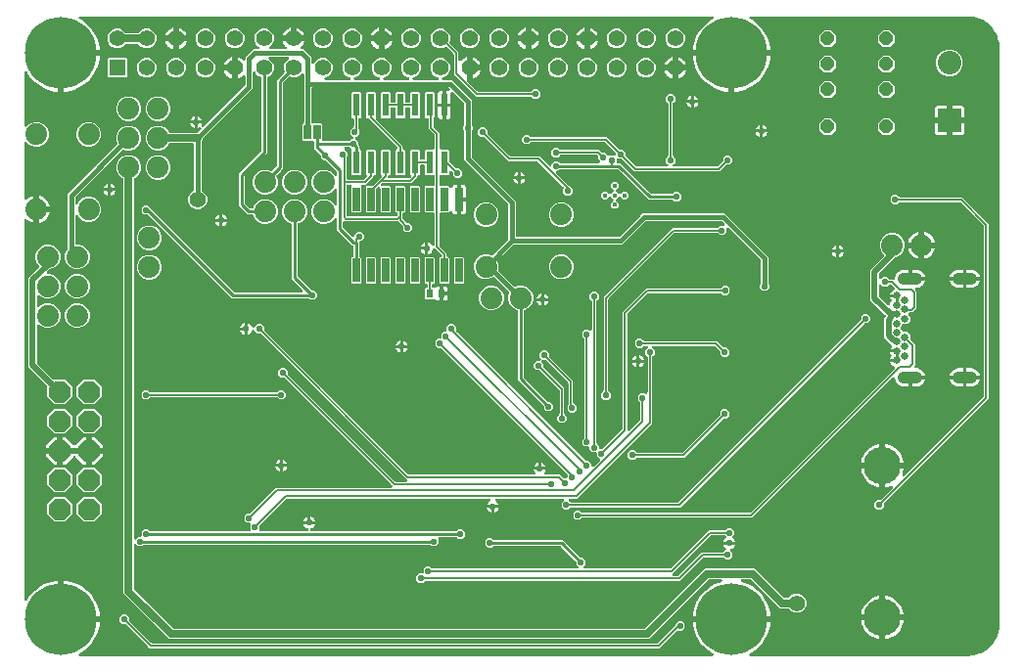
<source format=gbr>
G04 EAGLE Gerber RS-274X export*
G75*
%MOMM*%
%FSLAX34Y34*%
%LPD*%
%INBottom Copper*%
%IPPOS*%
%AMOC8*
5,1,8,0,0,1.08239X$1,22.5*%
G01*
%ADD10C,6.200000*%
%ADD11R,1.422400X1.422400*%
%ADD12C,1.422400*%
%ADD13P,2.034460X8X112.500000*%
%ADD14C,1.879600*%
%ADD15C,3.235963*%
%ADD16C,1.050000*%
%ADD17C,0.653200*%
%ADD18R,2.032000X2.032000*%
%ADD19C,2.032000*%
%ADD20P,1.288044X8X112.500000*%
%ADD21C,0.403200*%
%ADD22R,0.660400X2.032000*%
%ADD23R,0.600000X0.700000*%
%ADD24R,0.599100X1.968500*%
%ADD25R,0.635000X1.270000*%
%ADD26C,0.553200*%
%ADD27C,0.635000*%
%ADD28C,1.400000*%
%ADD29C,0.381000*%
%ADD30C,0.254000*%
%ADD31C,0.152400*%
%ADD32C,0.508000*%

G36*
X602653Y30482D02*
X602653Y30482D01*
X602660Y30481D01*
X602810Y30501D01*
X602961Y30521D01*
X602968Y30523D01*
X602975Y30524D01*
X603115Y30582D01*
X603257Y30638D01*
X603263Y30642D01*
X603270Y30645D01*
X603391Y30735D01*
X603514Y30824D01*
X603519Y30830D01*
X603525Y30835D01*
X603620Y30952D01*
X603717Y31069D01*
X603720Y31076D01*
X603725Y31082D01*
X603788Y31220D01*
X603853Y31357D01*
X603854Y31364D01*
X603857Y31371D01*
X603884Y31520D01*
X603912Y31669D01*
X603912Y31677D01*
X603913Y31684D01*
X603902Y31836D01*
X603893Y31987D01*
X603890Y31994D01*
X603890Y32001D01*
X603841Y32146D01*
X603795Y32289D01*
X603791Y32296D01*
X603788Y32303D01*
X603705Y32430D01*
X603624Y32558D01*
X603619Y32563D01*
X603615Y32569D01*
X603504Y32671D01*
X603393Y32776D01*
X603386Y32780D01*
X603381Y32785D01*
X603244Y32869D01*
X601996Y33536D01*
X599256Y35367D01*
X596708Y37458D01*
X594378Y39788D01*
X592287Y42336D01*
X590456Y45076D01*
X588903Y47982D01*
X587642Y51027D01*
X586685Y54180D01*
X586042Y57413D01*
X585807Y59801D01*
X617990Y59801D01*
X618108Y59816D01*
X618227Y59823D01*
X618265Y59836D01*
X618305Y59841D01*
X618416Y59884D01*
X618529Y59921D01*
X618563Y59943D01*
X618601Y59958D01*
X618697Y60028D01*
X618798Y60091D01*
X618826Y60121D01*
X618858Y60144D01*
X618934Y60236D01*
X619016Y60323D01*
X619035Y60358D01*
X619061Y60389D01*
X619112Y60497D01*
X619169Y60601D01*
X619180Y60641D01*
X619197Y60677D01*
X619219Y60794D01*
X619249Y60909D01*
X619253Y60970D01*
X619257Y60990D01*
X619255Y61010D01*
X619259Y61070D01*
X619259Y63610D01*
X619244Y63728D01*
X619237Y63847D01*
X619224Y63885D01*
X619219Y63925D01*
X619175Y64036D01*
X619139Y64149D01*
X619117Y64184D01*
X619102Y64221D01*
X619032Y64317D01*
X618969Y64418D01*
X618939Y64446D01*
X618915Y64479D01*
X618824Y64554D01*
X618737Y64636D01*
X618702Y64656D01*
X618670Y64681D01*
X618563Y64732D01*
X618458Y64790D01*
X618419Y64800D01*
X618383Y64817D01*
X618266Y64839D01*
X618151Y64869D01*
X618090Y64873D01*
X618070Y64877D01*
X618050Y64875D01*
X617990Y64879D01*
X585807Y64879D01*
X586042Y67267D01*
X586685Y70500D01*
X587642Y73653D01*
X588903Y76698D01*
X590456Y79604D01*
X592287Y82344D01*
X594378Y84892D01*
X596708Y87222D01*
X599256Y89313D01*
X601996Y91144D01*
X604902Y92697D01*
X607947Y93958D01*
X610295Y94670D01*
X610415Y94724D01*
X610538Y94773D01*
X610560Y94789D01*
X610585Y94800D01*
X610688Y94882D01*
X610795Y94959D01*
X610813Y94981D01*
X610834Y94998D01*
X610914Y95103D01*
X610998Y95204D01*
X611010Y95229D01*
X611026Y95251D01*
X611077Y95373D01*
X611133Y95492D01*
X611139Y95519D01*
X611149Y95545D01*
X611168Y95675D01*
X611193Y95805D01*
X611191Y95832D01*
X611195Y95859D01*
X611182Y95991D01*
X611173Y96122D01*
X611165Y96148D01*
X611162Y96176D01*
X611116Y96299D01*
X611075Y96424D01*
X611061Y96448D01*
X611051Y96474D01*
X610976Y96582D01*
X610905Y96693D01*
X610885Y96712D01*
X610869Y96735D01*
X610770Y96821D01*
X610674Y96911D01*
X610649Y96924D01*
X610628Y96942D01*
X610510Y97001D01*
X610395Y97065D01*
X610368Y97071D01*
X610344Y97084D01*
X610215Y97111D01*
X610087Y97144D01*
X610048Y97147D01*
X610032Y97150D01*
X610011Y97149D01*
X609926Y97154D01*
X600537Y97154D01*
X600439Y97142D01*
X600340Y97139D01*
X600282Y97122D01*
X600222Y97114D01*
X600130Y97078D01*
X600035Y97050D01*
X599982Y97020D01*
X599926Y96997D01*
X599846Y96939D01*
X599761Y96889D01*
X599685Y96823D01*
X599669Y96811D01*
X599661Y96801D01*
X599640Y96783D01*
X547941Y45084D01*
X132779Y45084D01*
X93344Y84519D01*
X93344Y442836D01*
X93341Y442865D01*
X93343Y442894D01*
X93321Y443022D01*
X93304Y443151D01*
X93294Y443179D01*
X93289Y443208D01*
X93235Y443326D01*
X93187Y443447D01*
X93170Y443471D01*
X93158Y443498D01*
X93077Y443599D01*
X93001Y443704D01*
X92978Y443723D01*
X92959Y443746D01*
X92856Y443824D01*
X92756Y443907D01*
X92729Y443920D01*
X92705Y443937D01*
X92561Y444008D01*
X91747Y444345D01*
X88745Y447347D01*
X87121Y451268D01*
X87121Y455512D01*
X88745Y459433D01*
X91747Y462435D01*
X95668Y464059D01*
X99912Y464059D01*
X103833Y462435D01*
X106835Y459433D01*
X108459Y455512D01*
X108459Y451268D01*
X106835Y447347D01*
X103833Y444345D01*
X103019Y444008D01*
X102994Y443994D01*
X102966Y443985D01*
X102856Y443915D01*
X102743Y443851D01*
X102722Y443830D01*
X102697Y443814D01*
X102608Y443720D01*
X102515Y443629D01*
X102499Y443604D01*
X102479Y443583D01*
X102416Y443469D01*
X102348Y443358D01*
X102340Y443330D01*
X102325Y443304D01*
X102293Y443179D01*
X102255Y443054D01*
X102253Y443025D01*
X102246Y442996D01*
X102236Y442836D01*
X102236Y132599D01*
X102253Y132461D01*
X102266Y132322D01*
X102273Y132303D01*
X102276Y132283D01*
X102327Y132154D01*
X102374Y132023D01*
X102385Y132006D01*
X102393Y131988D01*
X102474Y131875D01*
X102552Y131760D01*
X102568Y131747D01*
X102579Y131730D01*
X102687Y131641D01*
X102791Y131550D01*
X102809Y131540D01*
X102824Y131527D01*
X102950Y131468D01*
X103074Y131405D01*
X103094Y131400D01*
X103112Y131392D01*
X103248Y131366D01*
X103384Y131335D01*
X103405Y131336D01*
X103424Y131332D01*
X103563Y131341D01*
X103702Y131345D01*
X103722Y131351D01*
X103742Y131352D01*
X103874Y131395D01*
X104008Y131433D01*
X104025Y131444D01*
X104044Y131450D01*
X104162Y131524D01*
X104282Y131595D01*
X104303Y131613D01*
X104313Y131620D01*
X104327Y131635D01*
X104402Y131701D01*
X106278Y133577D01*
X107724Y133577D01*
X107842Y133592D01*
X107961Y133599D01*
X107999Y133612D01*
X108040Y133617D01*
X108150Y133660D01*
X108263Y133697D01*
X108298Y133719D01*
X108335Y133734D01*
X108431Y133803D01*
X108532Y133867D01*
X108560Y133897D01*
X108593Y133920D01*
X108669Y134012D01*
X108750Y134099D01*
X108770Y134134D01*
X108795Y134165D01*
X108846Y134273D01*
X108904Y134377D01*
X108914Y134417D01*
X108931Y134453D01*
X108953Y134570D01*
X108983Y134685D01*
X108987Y134745D01*
X108991Y134765D01*
X108989Y134786D01*
X108993Y134846D01*
X108993Y137562D01*
X111358Y139927D01*
X114702Y139927D01*
X115826Y138802D01*
X115905Y138742D01*
X115977Y138674D01*
X116030Y138645D01*
X116078Y138608D01*
X116169Y138568D01*
X116255Y138520D01*
X116314Y138505D01*
X116369Y138481D01*
X116467Y138466D01*
X116563Y138441D01*
X116663Y138435D01*
X116684Y138431D01*
X116696Y138433D01*
X116724Y138431D01*
X202046Y138431D01*
X202184Y138448D01*
X202323Y138461D01*
X202342Y138468D01*
X202362Y138471D01*
X202491Y138522D01*
X202622Y138569D01*
X202639Y138580D01*
X202657Y138588D01*
X202770Y138669D01*
X202885Y138747D01*
X202898Y138763D01*
X202915Y138774D01*
X203004Y138882D01*
X203096Y138986D01*
X203105Y139004D01*
X203118Y139019D01*
X203177Y139145D01*
X203240Y139269D01*
X203245Y139289D01*
X203253Y139307D01*
X203279Y139443D01*
X203310Y139579D01*
X203309Y139600D01*
X203313Y139619D01*
X203304Y139758D01*
X203300Y139897D01*
X203294Y139917D01*
X203293Y139937D01*
X203250Y140069D01*
X203212Y140203D01*
X203201Y140220D01*
X203195Y140239D01*
X203121Y140357D01*
X203050Y140477D01*
X203032Y140498D01*
X203025Y140508D01*
X203010Y140522D01*
X202973Y140564D01*
X202973Y144047D01*
X203027Y144161D01*
X203031Y144181D01*
X203039Y144199D01*
X203061Y144337D01*
X203087Y144474D01*
X203086Y144494D01*
X203089Y144514D01*
X203076Y144652D01*
X203067Y144791D01*
X203061Y144810D01*
X203059Y144830D01*
X203012Y144961D01*
X202969Y145093D01*
X202958Y145111D01*
X202952Y145129D01*
X202874Y145244D01*
X202799Y145362D01*
X202784Y145376D01*
X202773Y145393D01*
X202669Y145485D01*
X202567Y145580D01*
X202550Y145590D01*
X202535Y145603D01*
X202411Y145666D01*
X202289Y145734D01*
X202269Y145739D01*
X202251Y145748D01*
X202115Y145778D01*
X201981Y145813D01*
X201953Y145815D01*
X201941Y145818D01*
X201920Y145817D01*
X201820Y145823D01*
X200258Y145823D01*
X197893Y148188D01*
X197893Y151532D01*
X200258Y153897D01*
X202566Y153897D01*
X202664Y153909D01*
X202763Y153912D01*
X202822Y153929D01*
X202882Y153937D01*
X202974Y153973D01*
X203069Y154001D01*
X203121Y154031D01*
X203177Y154054D01*
X203258Y154112D01*
X203343Y154162D01*
X203418Y154228D01*
X203435Y154240D01*
X203443Y154250D01*
X203464Y154268D01*
X225218Y176023D01*
X324768Y176023D01*
X324906Y176040D01*
X325045Y176053D01*
X325064Y176060D01*
X325084Y176063D01*
X325213Y176114D01*
X325344Y176161D01*
X325361Y176172D01*
X325380Y176180D01*
X325492Y176261D01*
X325607Y176339D01*
X325621Y176355D01*
X325637Y176366D01*
X325725Y176473D01*
X325818Y176578D01*
X325827Y176596D01*
X325840Y176611D01*
X325899Y176737D01*
X325962Y176861D01*
X325967Y176881D01*
X325975Y176899D01*
X326001Y177035D01*
X326032Y177171D01*
X326031Y177192D01*
X326035Y177211D01*
X326026Y177350D01*
X326022Y177489D01*
X326017Y177509D01*
X326015Y177529D01*
X325972Y177661D01*
X325934Y177795D01*
X325923Y177812D01*
X325917Y177831D01*
X325843Y177949D01*
X325772Y178069D01*
X325754Y178090D01*
X325747Y178100D01*
X325732Y178114D01*
X325666Y178190D01*
X325256Y178600D01*
X232674Y271182D01*
X232595Y271242D01*
X232523Y271310D01*
X232470Y271339D01*
X232422Y271376D01*
X232332Y271416D01*
X232245Y271464D01*
X232186Y271479D01*
X232131Y271503D01*
X232033Y271518D01*
X231937Y271543D01*
X231837Y271549D01*
X231817Y271553D01*
X231804Y271551D01*
X231776Y271553D01*
X229468Y271553D01*
X227103Y273918D01*
X227103Y277262D01*
X229468Y279627D01*
X232812Y279627D01*
X235177Y277262D01*
X235177Y274954D01*
X235189Y274856D01*
X235192Y274757D01*
X235209Y274698D01*
X235217Y274638D01*
X235253Y274546D01*
X235281Y274451D01*
X235311Y274399D01*
X235334Y274343D01*
X235392Y274262D01*
X235442Y274177D01*
X235508Y274102D01*
X235520Y274085D01*
X235530Y274077D01*
X235548Y274056D01*
X328130Y181474D01*
X328209Y181414D01*
X328281Y181346D01*
X328334Y181317D01*
X328382Y181280D01*
X328472Y181240D01*
X328559Y181192D01*
X328618Y181177D01*
X328673Y181153D01*
X328771Y181138D01*
X328867Y181113D01*
X328967Y181107D01*
X328987Y181103D01*
X329000Y181105D01*
X329028Y181103D01*
X337468Y181103D01*
X337606Y181120D01*
X337745Y181133D01*
X337764Y181140D01*
X337784Y181143D01*
X337913Y181194D01*
X338044Y181241D01*
X338061Y181252D01*
X338080Y181260D01*
X338192Y181341D01*
X338307Y181419D01*
X338320Y181435D01*
X338337Y181446D01*
X338426Y181554D01*
X338518Y181658D01*
X338527Y181676D01*
X338540Y181691D01*
X338599Y181817D01*
X338662Y181941D01*
X338667Y181961D01*
X338675Y181979D01*
X338701Y182116D01*
X338732Y182251D01*
X338731Y182272D01*
X338735Y182291D01*
X338726Y182430D01*
X338722Y182569D01*
X338717Y182589D01*
X338715Y182609D01*
X338673Y182741D01*
X338634Y182875D01*
X338623Y182892D01*
X338617Y182911D01*
X338543Y183029D01*
X338472Y183149D01*
X338454Y183170D01*
X338447Y183180D01*
X338432Y183194D01*
X338366Y183269D01*
X336686Y184950D01*
X212354Y309282D01*
X212275Y309342D01*
X212203Y309410D01*
X212150Y309439D01*
X212102Y309476D01*
X212012Y309516D01*
X211925Y309564D01*
X211866Y309579D01*
X211811Y309603D01*
X211713Y309618D01*
X211617Y309643D01*
X211517Y309649D01*
X211497Y309653D01*
X211484Y309651D01*
X211456Y309653D01*
X209148Y309653D01*
X206470Y312331D01*
X206431Y312361D01*
X206398Y312398D01*
X206306Y312458D01*
X206219Y312526D01*
X206174Y312545D01*
X206132Y312573D01*
X206028Y312608D01*
X205927Y312652D01*
X205878Y312660D01*
X205831Y312676D01*
X205722Y312685D01*
X205613Y312702D01*
X205564Y312697D01*
X205514Y312701D01*
X205406Y312682D01*
X205297Y312672D01*
X205250Y312655D01*
X205201Y312647D01*
X205101Y312602D01*
X204997Y312564D01*
X204956Y312537D01*
X204911Y312516D01*
X204825Y312448D01*
X204734Y312386D01*
X204701Y312349D01*
X204662Y312318D01*
X204596Y312230D01*
X204524Y312147D01*
X204501Y312103D01*
X204471Y312063D01*
X204400Y311919D01*
X204093Y311176D01*
X203512Y310307D01*
X202773Y309568D01*
X201904Y308987D01*
X200938Y308587D01*
X200659Y308532D01*
X200659Y313690D01*
X200659Y318848D01*
X200938Y318793D01*
X201904Y318393D01*
X202773Y317812D01*
X203512Y317073D01*
X204093Y316204D01*
X204400Y315461D01*
X204425Y315418D01*
X204442Y315371D01*
X204503Y315280D01*
X204558Y315185D01*
X204593Y315149D01*
X204620Y315108D01*
X204703Y315035D01*
X204779Y314956D01*
X204822Y314930D01*
X204859Y314898D01*
X204956Y314848D01*
X205050Y314790D01*
X205098Y314775D01*
X205142Y314753D01*
X205249Y314729D01*
X205354Y314697D01*
X205404Y314694D01*
X205452Y314683D01*
X205562Y314687D01*
X205672Y314681D01*
X205721Y314691D01*
X205770Y314693D01*
X205876Y314723D01*
X205983Y314746D01*
X206028Y314768D01*
X206076Y314781D01*
X206170Y314837D01*
X206269Y314885D01*
X206307Y314918D01*
X206350Y314943D01*
X206470Y315049D01*
X209148Y317727D01*
X212492Y317727D01*
X214857Y315362D01*
X214857Y313054D01*
X214869Y312956D01*
X214872Y312857D01*
X214889Y312798D01*
X214897Y312738D01*
X214933Y312646D01*
X214961Y312551D01*
X214991Y312499D01*
X215014Y312443D01*
X215072Y312362D01*
X215122Y312277D01*
X215188Y312202D01*
X215200Y312185D01*
X215210Y312177D01*
X215228Y312156D01*
X339560Y187824D01*
X339639Y187764D01*
X339711Y187696D01*
X339764Y187667D01*
X339812Y187630D01*
X339902Y187590D01*
X339989Y187542D01*
X340048Y187527D01*
X340103Y187503D01*
X340201Y187488D01*
X340297Y187463D01*
X340397Y187457D01*
X340417Y187453D01*
X340430Y187455D01*
X340458Y187453D01*
X448408Y187453D01*
X448546Y187470D01*
X448685Y187483D01*
X448704Y187490D01*
X448724Y187493D01*
X448853Y187544D01*
X448984Y187591D01*
X449001Y187602D01*
X449019Y187610D01*
X449132Y187691D01*
X449247Y187769D01*
X449260Y187785D01*
X449277Y187796D01*
X449366Y187904D01*
X449458Y188008D01*
X449467Y188026D01*
X449480Y188041D01*
X449539Y188167D01*
X449602Y188291D01*
X449607Y188311D01*
X449615Y188329D01*
X449641Y188465D01*
X449672Y188601D01*
X449671Y188622D01*
X449675Y188641D01*
X449666Y188780D01*
X449662Y188919D01*
X449656Y188939D01*
X449655Y188959D01*
X449612Y189091D01*
X449574Y189225D01*
X449563Y189242D01*
X449557Y189261D01*
X449483Y189379D01*
X449412Y189499D01*
X449394Y189520D01*
X449387Y189530D01*
X449372Y189544D01*
X449306Y189620D01*
X449268Y189657D01*
X448687Y190526D01*
X448287Y191492D01*
X448232Y191771D01*
X453390Y191771D01*
X458548Y191771D01*
X458493Y191492D01*
X458093Y190526D01*
X457512Y189657D01*
X457474Y189620D01*
X457389Y189510D01*
X457300Y189403D01*
X457292Y189384D01*
X457279Y189368D01*
X457224Y189241D01*
X457165Y189115D01*
X457161Y189095D01*
X457153Y189077D01*
X457131Y188939D01*
X457105Y188802D01*
X457106Y188782D01*
X457103Y188762D01*
X457116Y188624D01*
X457125Y188485D01*
X457131Y188466D01*
X457133Y188446D01*
X457180Y188315D01*
X457223Y188183D01*
X457234Y188166D01*
X457241Y188146D01*
X457319Y188031D01*
X457393Y187914D01*
X457408Y187900D01*
X457419Y187883D01*
X457523Y187791D01*
X457625Y187696D01*
X457642Y187686D01*
X457657Y187673D01*
X457781Y187610D01*
X457903Y187542D01*
X457923Y187537D01*
X457941Y187528D01*
X458077Y187498D01*
X458211Y187463D01*
X458239Y187461D01*
X458251Y187458D01*
X458272Y187459D01*
X458372Y187453D01*
X470742Y187453D01*
X473446Y184748D01*
X473525Y184688D01*
X473597Y184620D01*
X473650Y184591D01*
X473698Y184554D01*
X473788Y184514D01*
X473875Y184466D01*
X473934Y184451D01*
X473989Y184427D01*
X474087Y184412D01*
X474183Y184387D01*
X474283Y184381D01*
X474303Y184377D01*
X474316Y184379D01*
X474344Y184377D01*
X476024Y184377D01*
X476142Y184392D01*
X476261Y184399D01*
X476299Y184412D01*
X476340Y184417D01*
X476450Y184460D01*
X476563Y184497D01*
X476598Y184519D01*
X476635Y184534D01*
X476731Y184603D01*
X476832Y184667D01*
X476860Y184697D01*
X476893Y184720D01*
X476969Y184812D01*
X477050Y184899D01*
X477070Y184934D01*
X477095Y184965D01*
X477146Y185073D01*
X477204Y185177D01*
X477214Y185217D01*
X477231Y185253D01*
X477253Y185370D01*
X477283Y185485D01*
X477287Y185545D01*
X477291Y185565D01*
X477289Y185586D01*
X477293Y185646D01*
X477293Y187326D01*
X477281Y187424D01*
X477278Y187523D01*
X477261Y187582D01*
X477253Y187642D01*
X477217Y187734D01*
X477189Y187829D01*
X477159Y187881D01*
X477136Y187937D01*
X477078Y188018D01*
X477028Y188103D01*
X476962Y188178D01*
X476950Y188195D01*
X476940Y188203D01*
X476922Y188224D01*
X368564Y296582D01*
X368485Y296642D01*
X368413Y296710D01*
X368360Y296739D01*
X368312Y296776D01*
X368222Y296816D01*
X368135Y296864D01*
X368076Y296879D01*
X368021Y296903D01*
X367923Y296918D01*
X367827Y296943D01*
X367727Y296949D01*
X367707Y296953D01*
X367694Y296951D01*
X367666Y296953D01*
X365358Y296953D01*
X362993Y299318D01*
X362993Y302662D01*
X365358Y305027D01*
X366804Y305027D01*
X366922Y305042D01*
X367041Y305049D01*
X367079Y305062D01*
X367120Y305067D01*
X367230Y305110D01*
X367343Y305147D01*
X367378Y305169D01*
X367415Y305184D01*
X367511Y305253D01*
X367612Y305317D01*
X367640Y305347D01*
X367673Y305370D01*
X367749Y305462D01*
X367830Y305549D01*
X367850Y305584D01*
X367875Y305615D01*
X367926Y305723D01*
X367984Y305827D01*
X367994Y305867D01*
X368011Y305903D01*
X368033Y306020D01*
X368063Y306135D01*
X368067Y306195D01*
X368071Y306215D01*
X368069Y306236D01*
X368073Y306296D01*
X368073Y309012D01*
X370438Y311377D01*
X371602Y311377D01*
X371720Y311392D01*
X371839Y311399D01*
X371877Y311412D01*
X371918Y311417D01*
X372028Y311460D01*
X372141Y311497D01*
X372176Y311519D01*
X372213Y311534D01*
X372309Y311603D01*
X372410Y311667D01*
X372438Y311697D01*
X372471Y311720D01*
X372547Y311812D01*
X372628Y311899D01*
X372648Y311934D01*
X372673Y311965D01*
X372724Y312073D01*
X372782Y312177D01*
X372792Y312217D01*
X372809Y312253D01*
X372831Y312370D01*
X372861Y312485D01*
X372865Y312545D01*
X372869Y312565D01*
X372867Y312586D01*
X372871Y312646D01*
X372871Y315362D01*
X375236Y317727D01*
X378580Y317727D01*
X380945Y315362D01*
X380945Y312066D01*
X380957Y311968D01*
X380960Y311869D01*
X380977Y311810D01*
X380985Y311750D01*
X381021Y311658D01*
X381049Y311563D01*
X381079Y311511D01*
X381102Y311455D01*
X381160Y311374D01*
X381210Y311289D01*
X381276Y311214D01*
X381288Y311197D01*
X381298Y311189D01*
X381316Y311168D01*
X492496Y199988D01*
X492575Y199928D01*
X492647Y199860D01*
X492700Y199831D01*
X492748Y199794D01*
X492838Y199754D01*
X492925Y199706D01*
X492984Y199691D01*
X493039Y199667D01*
X493137Y199652D01*
X493233Y199627D01*
X493333Y199621D01*
X493353Y199617D01*
X493366Y199619D01*
X493394Y199617D01*
X495702Y199617D01*
X498067Y197252D01*
X498067Y195396D01*
X498084Y195258D01*
X498097Y195119D01*
X498104Y195100D01*
X498107Y195080D01*
X498158Y194951D01*
X498205Y194820D01*
X498216Y194803D01*
X498224Y194784D01*
X498305Y194672D01*
X498383Y194557D01*
X498399Y194544D01*
X498410Y194527D01*
X498518Y194438D01*
X498622Y194346D01*
X498640Y194337D01*
X498655Y194324D01*
X498781Y194265D01*
X498905Y194202D01*
X498925Y194197D01*
X498943Y194189D01*
X499079Y194163D01*
X499215Y194132D01*
X499236Y194133D01*
X499255Y194129D01*
X499394Y194138D01*
X499533Y194142D01*
X499553Y194147D01*
X499573Y194149D01*
X499705Y194192D01*
X499839Y194230D01*
X499856Y194241D01*
X499875Y194247D01*
X499993Y194321D01*
X500113Y194392D01*
X500134Y194410D01*
X500144Y194417D01*
X500158Y194432D01*
X500233Y194498D01*
X505351Y199615D01*
X505424Y199710D01*
X505503Y199799D01*
X505521Y199835D01*
X505546Y199867D01*
X505593Y199976D01*
X505647Y200082D01*
X505656Y200121D01*
X505672Y200159D01*
X505691Y200276D01*
X505717Y200392D01*
X505716Y200433D01*
X505722Y200473D01*
X505711Y200591D01*
X505707Y200710D01*
X505696Y200749D01*
X505692Y200789D01*
X505652Y200901D01*
X505619Y201016D01*
X505598Y201050D01*
X505584Y201089D01*
X505517Y201187D01*
X505457Y201290D01*
X505417Y201335D01*
X505406Y201352D01*
X505391Y201365D01*
X505351Y201410D01*
X502693Y204068D01*
X502693Y205514D01*
X502678Y205632D01*
X502671Y205751D01*
X502658Y205789D01*
X502653Y205830D01*
X502610Y205940D01*
X502573Y206053D01*
X502551Y206088D01*
X502536Y206125D01*
X502467Y206221D01*
X502403Y206322D01*
X502373Y206350D01*
X502350Y206383D01*
X502258Y206459D01*
X502171Y206540D01*
X502136Y206560D01*
X502105Y206585D01*
X501997Y206636D01*
X501893Y206694D01*
X501853Y206704D01*
X501817Y206721D01*
X501700Y206743D01*
X501585Y206773D01*
X501525Y206777D01*
X501505Y206781D01*
X501484Y206779D01*
X501424Y206783D01*
X498708Y206783D01*
X496343Y209148D01*
X496343Y210594D01*
X496328Y210712D01*
X496321Y210831D01*
X496308Y210869D01*
X496303Y210910D01*
X496260Y211020D01*
X496223Y211133D01*
X496201Y211168D01*
X496186Y211205D01*
X496117Y211301D01*
X496053Y211402D01*
X496023Y211430D01*
X496000Y211463D01*
X495908Y211539D01*
X495821Y211620D01*
X495786Y211640D01*
X495755Y211665D01*
X495647Y211716D01*
X495543Y211774D01*
X495503Y211784D01*
X495467Y211801D01*
X495350Y211823D01*
X495235Y211853D01*
X495175Y211857D01*
X495155Y211861D01*
X495134Y211859D01*
X495074Y211863D01*
X492358Y211863D01*
X489993Y214228D01*
X489993Y217572D01*
X491626Y219204D01*
X491686Y219283D01*
X491754Y219355D01*
X491783Y219408D01*
X491820Y219456D01*
X491860Y219547D01*
X491908Y219633D01*
X491923Y219692D01*
X491947Y219747D01*
X491962Y219845D01*
X491987Y219941D01*
X491993Y220041D01*
X491997Y220062D01*
X491995Y220074D01*
X491997Y220102D01*
X491997Y304408D01*
X491985Y304506D01*
X491982Y304605D01*
X491965Y304664D01*
X491957Y304724D01*
X491921Y304816D01*
X491893Y304911D01*
X491863Y304963D01*
X491840Y305019D01*
X491782Y305099D01*
X491732Y305185D01*
X491666Y305260D01*
X491654Y305277D01*
X491644Y305285D01*
X491626Y305306D01*
X489993Y306938D01*
X489993Y310282D01*
X492358Y312647D01*
X495702Y312647D01*
X496181Y312168D01*
X496290Y312083D01*
X496397Y311994D01*
X496416Y311986D01*
X496432Y311973D01*
X496560Y311918D01*
X496685Y311859D01*
X496705Y311855D01*
X496724Y311847D01*
X496862Y311825D01*
X496998Y311799D01*
X497018Y311800D01*
X497038Y311797D01*
X497177Y311810D01*
X497315Y311819D01*
X497334Y311825D01*
X497354Y311827D01*
X497485Y311874D01*
X497617Y311917D01*
X497635Y311928D01*
X497654Y311935D01*
X497768Y312012D01*
X497886Y312087D01*
X497900Y312102D01*
X497917Y312113D01*
X498009Y312217D01*
X498104Y312319D01*
X498114Y312336D01*
X498127Y312352D01*
X498190Y312475D01*
X498258Y312597D01*
X498263Y312617D01*
X498272Y312635D01*
X498302Y312771D01*
X498337Y312905D01*
X498339Y312933D01*
X498342Y312945D01*
X498341Y312966D01*
X498347Y313066D01*
X498347Y337428D01*
X498335Y337526D01*
X498332Y337625D01*
X498315Y337684D01*
X498307Y337744D01*
X498271Y337836D01*
X498243Y337931D01*
X498213Y337983D01*
X498190Y338039D01*
X498132Y338119D01*
X498082Y338205D01*
X498016Y338280D01*
X498004Y338297D01*
X497994Y338305D01*
X497976Y338326D01*
X496343Y339958D01*
X496343Y343302D01*
X498708Y345667D01*
X502052Y345667D01*
X504417Y343302D01*
X504417Y339958D01*
X502784Y338326D01*
X502724Y338247D01*
X502656Y338175D01*
X502627Y338122D01*
X502590Y338074D01*
X502550Y337983D01*
X502502Y337897D01*
X502487Y337838D01*
X502463Y337783D01*
X502448Y337685D01*
X502423Y337589D01*
X502417Y337489D01*
X502413Y337468D01*
X502415Y337456D01*
X502413Y337428D01*
X502413Y215022D01*
X502425Y214924D01*
X502428Y214825D01*
X502445Y214766D01*
X502453Y214706D01*
X502489Y214614D01*
X502517Y214519D01*
X502547Y214467D01*
X502570Y214411D01*
X502628Y214331D01*
X502678Y214245D01*
X502744Y214170D01*
X502756Y214153D01*
X502766Y214145D01*
X502784Y214124D01*
X504417Y212492D01*
X504417Y211046D01*
X504432Y210928D01*
X504439Y210809D01*
X504452Y210771D01*
X504457Y210730D01*
X504500Y210620D01*
X504537Y210507D01*
X504559Y210472D01*
X504574Y210435D01*
X504643Y210339D01*
X504707Y210238D01*
X504737Y210210D01*
X504760Y210177D01*
X504852Y210101D01*
X504939Y210020D01*
X504974Y210000D01*
X505005Y209975D01*
X505113Y209924D01*
X505217Y209866D01*
X505257Y209856D01*
X505293Y209839D01*
X505410Y209817D01*
X505525Y209787D01*
X505585Y209783D01*
X505605Y209779D01*
X505626Y209781D01*
X505686Y209777D01*
X507366Y209777D01*
X507464Y209789D01*
X507563Y209792D01*
X507622Y209809D01*
X507682Y209817D01*
X507774Y209853D01*
X507869Y209881D01*
X507921Y209911D01*
X507977Y209934D01*
X508058Y209992D01*
X508143Y210042D01*
X508218Y210108D01*
X508235Y210120D01*
X508243Y210130D01*
X508264Y210148D01*
X524646Y226530D01*
X524706Y226608D01*
X524774Y226681D01*
X524803Y226734D01*
X524840Y226781D01*
X524880Y226872D01*
X524928Y226959D01*
X524943Y227018D01*
X524967Y227073D01*
X524982Y227171D01*
X525007Y227267D01*
X525013Y227367D01*
X525017Y227387D01*
X525015Y227400D01*
X525017Y227428D01*
X525017Y328502D01*
X545258Y348743D01*
X609434Y348743D01*
X609532Y348755D01*
X609631Y348758D01*
X609690Y348775D01*
X609750Y348783D01*
X609842Y348819D01*
X609937Y348847D01*
X609989Y348877D01*
X610045Y348900D01*
X610125Y348958D01*
X610211Y349008D01*
X610286Y349074D01*
X610303Y349086D01*
X610311Y349096D01*
X610332Y349114D01*
X611964Y350747D01*
X615308Y350747D01*
X617673Y348382D01*
X617673Y345038D01*
X615308Y342673D01*
X611964Y342673D01*
X610332Y344306D01*
X610253Y344366D01*
X610181Y344434D01*
X610128Y344463D01*
X610080Y344500D01*
X609989Y344540D01*
X609903Y344588D01*
X609844Y344603D01*
X609789Y344627D01*
X609691Y344642D01*
X609595Y344667D01*
X609495Y344673D01*
X609474Y344677D01*
X609462Y344675D01*
X609434Y344677D01*
X547468Y344677D01*
X547370Y344665D01*
X547271Y344662D01*
X547212Y344645D01*
X547152Y344637D01*
X547060Y344601D01*
X546965Y344573D01*
X546913Y344543D01*
X546857Y344520D01*
X546776Y344462D01*
X546691Y344412D01*
X546616Y344346D01*
X546599Y344334D01*
X546591Y344324D01*
X546570Y344306D01*
X529454Y327190D01*
X529394Y327111D01*
X529326Y327039D01*
X529297Y326986D01*
X529260Y326938D01*
X529220Y326848D01*
X529172Y326761D01*
X529157Y326702D01*
X529133Y326647D01*
X529118Y326549D01*
X529093Y326453D01*
X529087Y326353D01*
X529083Y326333D01*
X529085Y326320D01*
X529083Y326292D01*
X529083Y226412D01*
X529100Y226274D01*
X529113Y226135D01*
X529120Y226116D01*
X529123Y226096D01*
X529174Y225967D01*
X529221Y225836D01*
X529232Y225819D01*
X529240Y225800D01*
X529321Y225688D01*
X529399Y225573D01*
X529415Y225559D01*
X529426Y225543D01*
X529534Y225454D01*
X529638Y225362D01*
X529656Y225353D01*
X529671Y225340D01*
X529797Y225281D01*
X529921Y225218D01*
X529941Y225213D01*
X529959Y225205D01*
X530095Y225179D01*
X530231Y225148D01*
X530252Y225149D01*
X530271Y225145D01*
X530410Y225154D01*
X530549Y225158D01*
X530569Y225163D01*
X530589Y225165D01*
X530721Y225208D01*
X530855Y225246D01*
X530872Y225257D01*
X530891Y225263D01*
X531009Y225337D01*
X531129Y225408D01*
X531150Y225426D01*
X531160Y225433D01*
X531174Y225448D01*
X531249Y225514D01*
X539886Y234150D01*
X539946Y234229D01*
X540014Y234301D01*
X540043Y234354D01*
X540080Y234402D01*
X540120Y234492D01*
X540168Y234579D01*
X540183Y234638D01*
X540207Y234693D01*
X540222Y234791D01*
X540247Y234887D01*
X540253Y234987D01*
X540257Y235007D01*
X540255Y235020D01*
X540257Y235048D01*
X540257Y249798D01*
X540245Y249896D01*
X540242Y249995D01*
X540225Y250054D01*
X540217Y250114D01*
X540181Y250206D01*
X540153Y250301D01*
X540123Y250353D01*
X540100Y250409D01*
X540042Y250489D01*
X539992Y250575D01*
X539926Y250650D01*
X539914Y250667D01*
X539904Y250675D01*
X539886Y250696D01*
X538253Y252328D01*
X538253Y255672D01*
X540618Y258037D01*
X543962Y258037D01*
X544441Y257558D01*
X544550Y257473D01*
X544657Y257384D01*
X544676Y257376D01*
X544692Y257363D01*
X544820Y257308D01*
X544945Y257249D01*
X544965Y257245D01*
X544984Y257237D01*
X545122Y257215D01*
X545258Y257189D01*
X545278Y257190D01*
X545298Y257187D01*
X545437Y257200D01*
X545575Y257209D01*
X545594Y257215D01*
X545614Y257217D01*
X545745Y257264D01*
X545877Y257307D01*
X545895Y257318D01*
X545914Y257325D01*
X546028Y257402D01*
X546146Y257477D01*
X546160Y257492D01*
X546177Y257503D01*
X546269Y257607D01*
X546364Y257709D01*
X546374Y257726D01*
X546387Y257742D01*
X546450Y257865D01*
X546518Y257987D01*
X546523Y258007D01*
X546532Y258025D01*
X546562Y258161D01*
X546597Y258295D01*
X546599Y258323D01*
X546602Y258335D01*
X546601Y258356D01*
X546607Y258456D01*
X546607Y289168D01*
X546595Y289266D01*
X546592Y289365D01*
X546575Y289424D01*
X546567Y289484D01*
X546531Y289576D01*
X546503Y289671D01*
X546473Y289723D01*
X546450Y289779D01*
X546392Y289859D01*
X546342Y289945D01*
X546276Y290020D01*
X546264Y290037D01*
X546254Y290045D01*
X546236Y290066D01*
X544603Y291698D01*
X544603Y295042D01*
X546352Y296791D01*
X546437Y296900D01*
X546526Y297007D01*
X546534Y297026D01*
X546547Y297042D01*
X546602Y297170D01*
X546661Y297295D01*
X546665Y297315D01*
X546673Y297334D01*
X546695Y297472D01*
X546721Y297608D01*
X546720Y297628D01*
X546723Y297648D01*
X546710Y297787D01*
X546701Y297925D01*
X546695Y297944D01*
X546693Y297964D01*
X546646Y298096D01*
X546603Y298227D01*
X546592Y298245D01*
X546585Y298264D01*
X546507Y298379D01*
X546433Y298496D01*
X546418Y298510D01*
X546407Y298527D01*
X546303Y298619D01*
X546201Y298714D01*
X546184Y298724D01*
X546168Y298737D01*
X546044Y298801D01*
X545923Y298868D01*
X545903Y298873D01*
X545885Y298882D01*
X545749Y298912D01*
X545615Y298947D01*
X545587Y298949D01*
X545575Y298952D01*
X545554Y298951D01*
X545454Y298957D01*
X543952Y298957D01*
X543854Y298945D01*
X543755Y298942D01*
X543696Y298925D01*
X543636Y298917D01*
X543544Y298881D01*
X543449Y298853D01*
X543397Y298823D01*
X543341Y298800D01*
X543261Y298742D01*
X543175Y298692D01*
X543100Y298626D01*
X543083Y298614D01*
X543075Y298604D01*
X543054Y298586D01*
X541422Y296953D01*
X538078Y296953D01*
X535713Y299318D01*
X535713Y302662D01*
X538078Y305027D01*
X541422Y305027D01*
X543054Y303394D01*
X543133Y303334D01*
X543205Y303266D01*
X543258Y303237D01*
X543306Y303200D01*
X543397Y303160D01*
X543483Y303112D01*
X543542Y303097D01*
X543597Y303073D01*
X543695Y303058D01*
X543791Y303033D01*
X543891Y303027D01*
X543912Y303023D01*
X543924Y303025D01*
X543952Y303023D01*
X606632Y303023D01*
X611876Y297778D01*
X611955Y297718D01*
X612027Y297650D01*
X612080Y297621D01*
X612128Y297584D01*
X612218Y297544D01*
X612305Y297496D01*
X612364Y297481D01*
X612419Y297457D01*
X612517Y297442D01*
X612613Y297417D01*
X612713Y297411D01*
X612733Y297407D01*
X612746Y297409D01*
X612774Y297407D01*
X615082Y297407D01*
X617447Y295042D01*
X617447Y291698D01*
X615082Y289333D01*
X611738Y289333D01*
X609373Y291698D01*
X609373Y294006D01*
X609361Y294104D01*
X609358Y294203D01*
X609341Y294262D01*
X609333Y294322D01*
X609297Y294414D01*
X609269Y294509D01*
X609239Y294561D01*
X609216Y294617D01*
X609158Y294698D01*
X609108Y294783D01*
X609042Y294858D01*
X609030Y294875D01*
X609020Y294883D01*
X609002Y294904D01*
X605320Y298586D01*
X605241Y298646D01*
X605169Y298714D01*
X605116Y298743D01*
X605068Y298780D01*
X604978Y298820D01*
X604891Y298868D01*
X604832Y298883D01*
X604777Y298907D01*
X604679Y298922D01*
X604583Y298947D01*
X604483Y298953D01*
X604463Y298957D01*
X604450Y298955D01*
X604422Y298957D01*
X551826Y298957D01*
X551688Y298940D01*
X551549Y298927D01*
X551530Y298920D01*
X551510Y298917D01*
X551381Y298866D01*
X551250Y298819D01*
X551233Y298808D01*
X551215Y298800D01*
X551102Y298719D01*
X550987Y298641D01*
X550974Y298625D01*
X550957Y298614D01*
X550868Y298506D01*
X550777Y298402D01*
X550767Y298384D01*
X550754Y298369D01*
X550695Y298243D01*
X550632Y298119D01*
X550627Y298099D01*
X550619Y298081D01*
X550593Y297945D01*
X550562Y297809D01*
X550563Y297788D01*
X550559Y297769D01*
X550568Y297630D01*
X550572Y297491D01*
X550578Y297471D01*
X550579Y297451D01*
X550622Y297319D01*
X550660Y297185D01*
X550671Y297168D01*
X550677Y297149D01*
X550751Y297031D01*
X550822Y296911D01*
X550840Y296890D01*
X550847Y296880D01*
X550862Y296866D01*
X550928Y296791D01*
X552677Y295042D01*
X552677Y291698D01*
X551044Y290066D01*
X550984Y289987D01*
X550916Y289915D01*
X550887Y289862D01*
X550850Y289814D01*
X550810Y289723D01*
X550762Y289637D01*
X550747Y289578D01*
X550723Y289523D01*
X550708Y289425D01*
X550683Y289329D01*
X550677Y289229D01*
X550673Y289208D01*
X550675Y289196D01*
X550673Y289168D01*
X550673Y231568D01*
X485982Y166877D01*
X479436Y166877D01*
X479298Y166860D01*
X479159Y166847D01*
X479140Y166840D01*
X479120Y166837D01*
X478991Y166786D01*
X478860Y166739D01*
X478843Y166728D01*
X478825Y166720D01*
X478712Y166639D01*
X478597Y166561D01*
X478584Y166545D01*
X478567Y166534D01*
X478478Y166426D01*
X478387Y166322D01*
X478377Y166304D01*
X478364Y166289D01*
X478305Y166163D01*
X478242Y166039D01*
X478237Y166019D01*
X478229Y166001D01*
X478203Y165864D01*
X478172Y165729D01*
X478173Y165708D01*
X478169Y165689D01*
X478178Y165550D01*
X478182Y165411D01*
X478188Y165391D01*
X478189Y165371D01*
X478232Y165239D01*
X478270Y165105D01*
X478281Y165088D01*
X478287Y165069D01*
X478361Y164951D01*
X478432Y164831D01*
X478450Y164810D01*
X478457Y164800D01*
X478472Y164786D01*
X478538Y164711D01*
X479554Y163694D01*
X479632Y163634D01*
X479705Y163566D01*
X479758Y163537D01*
X479806Y163500D01*
X479896Y163460D01*
X479983Y163412D01*
X480042Y163397D01*
X480097Y163373D01*
X480195Y163358D01*
X480291Y163333D01*
X480391Y163327D01*
X480412Y163323D01*
X480424Y163325D01*
X480452Y163323D01*
X572672Y163323D01*
X572770Y163335D01*
X572869Y163338D01*
X572928Y163355D01*
X572988Y163363D01*
X573080Y163399D01*
X573175Y163427D01*
X573227Y163457D01*
X573283Y163480D01*
X573364Y163538D01*
X573449Y163588D01*
X573524Y163654D01*
X573541Y163666D01*
X573549Y163676D01*
X573570Y163694D01*
X730922Y321046D01*
X730982Y321125D01*
X731050Y321197D01*
X731079Y321250D01*
X731116Y321298D01*
X731156Y321388D01*
X731204Y321475D01*
X731219Y321534D01*
X731243Y321589D01*
X731258Y321687D01*
X731283Y321783D01*
X731289Y321883D01*
X731293Y321903D01*
X731291Y321916D01*
X731293Y321944D01*
X731293Y324252D01*
X733658Y326617D01*
X737002Y326617D01*
X739367Y324252D01*
X739367Y320908D01*
X737002Y318543D01*
X734694Y318543D01*
X734596Y318531D01*
X734497Y318528D01*
X734438Y318511D01*
X734378Y318503D01*
X734286Y318467D01*
X734191Y318439D01*
X734139Y318409D01*
X734083Y318386D01*
X734002Y318328D01*
X733917Y318278D01*
X733842Y318212D01*
X733825Y318200D01*
X733817Y318190D01*
X733796Y318172D01*
X574882Y159257D01*
X480452Y159257D01*
X480354Y159245D01*
X480255Y159242D01*
X480196Y159225D01*
X480136Y159217D01*
X480044Y159181D01*
X479949Y159153D01*
X479897Y159123D01*
X479841Y159100D01*
X479761Y159042D01*
X479675Y158992D01*
X479600Y158926D01*
X479583Y158914D01*
X479575Y158904D01*
X479554Y158886D01*
X477922Y157253D01*
X474578Y157253D01*
X472213Y159618D01*
X472213Y162962D01*
X473962Y164711D01*
X474047Y164820D01*
X474136Y164927D01*
X474144Y164946D01*
X474157Y164962D01*
X474212Y165090D01*
X474271Y165215D01*
X474275Y165235D01*
X474283Y165254D01*
X474305Y165392D01*
X474331Y165528D01*
X474330Y165548D01*
X474333Y165568D01*
X474320Y165707D01*
X474311Y165845D01*
X474305Y165864D01*
X474303Y165884D01*
X474256Y166016D01*
X474213Y166147D01*
X474202Y166165D01*
X474195Y166184D01*
X474117Y166299D01*
X474043Y166416D01*
X474028Y166430D01*
X474017Y166447D01*
X473913Y166539D01*
X473811Y166634D01*
X473794Y166644D01*
X473778Y166657D01*
X473654Y166721D01*
X473533Y166788D01*
X473513Y166793D01*
X473495Y166802D01*
X473359Y166832D01*
X473225Y166867D01*
X473197Y166869D01*
X473185Y166872D01*
X473164Y166871D01*
X473064Y166877D01*
X416223Y166877D01*
X416120Y166864D01*
X416015Y166860D01*
X415962Y166844D01*
X415908Y166837D01*
X415811Y166799D01*
X415711Y166769D01*
X415663Y166741D01*
X415612Y166720D01*
X415528Y166659D01*
X415438Y166605D01*
X415399Y166566D01*
X415355Y166534D01*
X415288Y166453D01*
X415215Y166379D01*
X415187Y166331D01*
X415152Y166289D01*
X415107Y166194D01*
X415055Y166104D01*
X415040Y166051D01*
X415016Y166001D01*
X414997Y165899D01*
X414968Y165798D01*
X414967Y165743D01*
X414957Y165689D01*
X414963Y165584D01*
X414961Y165480D01*
X414973Y165426D01*
X414976Y165371D01*
X415009Y165272D01*
X415032Y165170D01*
X415057Y165121D01*
X415074Y165069D01*
X415130Y164980D01*
X415178Y164888D01*
X415215Y164846D01*
X415245Y164800D01*
X415321Y164728D01*
X415390Y164650D01*
X415460Y164597D01*
X415476Y164582D01*
X415489Y164575D01*
X415518Y164553D01*
X416133Y164142D01*
X416872Y163403D01*
X417453Y162534D01*
X417853Y161568D01*
X417908Y161289D01*
X412750Y161289D01*
X407592Y161289D01*
X407647Y161568D01*
X408047Y162534D01*
X408628Y163403D01*
X409367Y164142D01*
X409982Y164553D01*
X410061Y164621D01*
X410145Y164682D01*
X410180Y164725D01*
X410222Y164761D01*
X410281Y164847D01*
X410348Y164927D01*
X410372Y164977D01*
X410403Y165023D01*
X410439Y165121D01*
X410484Y165215D01*
X410494Y165269D01*
X410513Y165321D01*
X410524Y165425D01*
X410543Y165528D01*
X410540Y165583D01*
X410546Y165637D01*
X410530Y165741D01*
X410524Y165845D01*
X410507Y165897D01*
X410498Y165952D01*
X410458Y166048D01*
X410426Y166147D01*
X410396Y166194D01*
X410375Y166245D01*
X410311Y166328D01*
X410255Y166416D01*
X410215Y166454D01*
X410182Y166498D01*
X410100Y166562D01*
X410024Y166634D01*
X409975Y166661D01*
X409932Y166695D01*
X409837Y166737D01*
X409745Y166788D01*
X409692Y166801D01*
X409641Y166824D01*
X409538Y166841D01*
X409437Y166867D01*
X409349Y166873D01*
X409328Y166876D01*
X409313Y166875D01*
X409277Y166877D01*
X235048Y166877D01*
X234950Y166865D01*
X234850Y166862D01*
X234792Y166845D01*
X234732Y166837D01*
X234640Y166801D01*
X234545Y166773D01*
X234493Y166743D01*
X234436Y166720D01*
X234356Y166662D01*
X234271Y166612D01*
X234196Y166546D01*
X234179Y166534D01*
X234171Y166524D01*
X234150Y166506D01*
X211418Y143774D01*
X211358Y143696D01*
X211290Y143623D01*
X211261Y143570D01*
X211224Y143523D01*
X211184Y143432D01*
X211136Y143345D01*
X211121Y143286D01*
X211097Y143231D01*
X211082Y143133D01*
X211057Y143037D01*
X211051Y142937D01*
X211047Y142917D01*
X211049Y142904D01*
X211047Y142876D01*
X211047Y140559D01*
X210991Y140488D01*
X210902Y140381D01*
X210894Y140362D01*
X210881Y140346D01*
X210826Y140218D01*
X210767Y140093D01*
X210763Y140073D01*
X210755Y140054D01*
X210733Y139917D01*
X210707Y139780D01*
X210708Y139760D01*
X210705Y139740D01*
X210718Y139602D01*
X210727Y139463D01*
X210733Y139444D01*
X210735Y139424D01*
X210782Y139292D01*
X210825Y139161D01*
X210836Y139143D01*
X210843Y139124D01*
X210921Y139009D01*
X210995Y138892D01*
X211010Y138878D01*
X211021Y138861D01*
X211125Y138769D01*
X211227Y138674D01*
X211244Y138664D01*
X211260Y138651D01*
X211384Y138587D01*
X211505Y138520D01*
X211525Y138515D01*
X211543Y138506D01*
X211679Y138476D01*
X211813Y138441D01*
X211841Y138439D01*
X211853Y138436D01*
X211874Y138437D01*
X211974Y138431D01*
X252216Y138431D01*
X252251Y138435D01*
X252286Y138433D01*
X252409Y138455D01*
X252532Y138471D01*
X252565Y138483D01*
X252599Y138490D01*
X252712Y138542D01*
X252828Y138588D01*
X252856Y138608D01*
X252888Y138623D01*
X252984Y138701D01*
X253085Y138774D01*
X253107Y138802D01*
X253135Y138824D01*
X253208Y138924D01*
X253288Y139019D01*
X253303Y139051D01*
X253324Y139079D01*
X253370Y139195D01*
X253423Y139307D01*
X253430Y139342D01*
X253443Y139374D01*
X253460Y139497D01*
X253483Y139619D01*
X253481Y139654D01*
X253486Y139689D01*
X253471Y139813D01*
X253463Y139937D01*
X253453Y139970D01*
X253448Y140005D01*
X253404Y140121D01*
X253365Y140239D01*
X253347Y140269D01*
X253334Y140302D01*
X253262Y140403D01*
X253195Y140508D01*
X253170Y140532D01*
X253149Y140561D01*
X253054Y140641D01*
X252964Y140726D01*
X252933Y140743D01*
X252906Y140766D01*
X252794Y140820D01*
X252685Y140880D01*
X252651Y140888D01*
X252619Y140904D01*
X252464Y140945D01*
X252452Y140947D01*
X251486Y141347D01*
X250617Y141928D01*
X249878Y142667D01*
X249297Y143536D01*
X248897Y144502D01*
X248842Y144781D01*
X254000Y144781D01*
X259158Y144781D01*
X259103Y144502D01*
X258703Y143536D01*
X258122Y142667D01*
X257383Y141928D01*
X256514Y141347D01*
X255548Y140947D01*
X255536Y140945D01*
X255503Y140934D01*
X255468Y140929D01*
X255352Y140884D01*
X255234Y140844D01*
X255205Y140825D01*
X255172Y140812D01*
X255072Y140739D01*
X254967Y140672D01*
X254943Y140646D01*
X254915Y140626D01*
X254836Y140530D01*
X254751Y140438D01*
X254735Y140408D01*
X254712Y140381D01*
X254659Y140268D01*
X254600Y140159D01*
X254592Y140124D01*
X254577Y140093D01*
X254553Y139971D01*
X254523Y139850D01*
X254523Y139815D01*
X254517Y139780D01*
X254525Y139657D01*
X254525Y139532D01*
X254534Y139498D01*
X254537Y139463D01*
X254575Y139345D01*
X254607Y139225D01*
X254624Y139194D01*
X254635Y139161D01*
X254701Y139056D01*
X254762Y138947D01*
X254786Y138922D01*
X254805Y138892D01*
X254895Y138807D01*
X254981Y138717D01*
X255011Y138698D01*
X255036Y138674D01*
X255145Y138614D01*
X255251Y138548D01*
X255284Y138537D01*
X255315Y138520D01*
X255435Y138489D01*
X255554Y138452D01*
X255589Y138450D01*
X255623Y138441D01*
X255784Y138431D01*
X381116Y138431D01*
X381214Y138443D01*
X381313Y138446D01*
X381372Y138463D01*
X381432Y138471D01*
X381524Y138507D01*
X381619Y138535D01*
X381671Y138565D01*
X381727Y138588D01*
X381807Y138646D01*
X381893Y138696D01*
X381968Y138762D01*
X381985Y138774D01*
X381993Y138784D01*
X382014Y138802D01*
X383138Y139927D01*
X386482Y139927D01*
X388847Y137562D01*
X388847Y134218D01*
X386482Y131853D01*
X383138Y131853D01*
X382014Y132978D01*
X381935Y133038D01*
X381863Y133106D01*
X381810Y133135D01*
X381762Y133172D01*
X381671Y133212D01*
X381585Y133260D01*
X381526Y133275D01*
X381471Y133299D01*
X381373Y133314D01*
X381277Y133339D01*
X381177Y133345D01*
X381156Y133349D01*
X381144Y133347D01*
X381116Y133349D01*
X366914Y133349D01*
X366776Y133332D01*
X366637Y133319D01*
X366618Y133312D01*
X366598Y133309D01*
X366469Y133258D01*
X366338Y133211D01*
X366321Y133200D01*
X366303Y133192D01*
X366190Y133111D01*
X366075Y133033D01*
X366062Y133017D01*
X366045Y133006D01*
X365956Y132898D01*
X365864Y132794D01*
X365855Y132776D01*
X365842Y132761D01*
X365783Y132635D01*
X365720Y132511D01*
X365715Y132491D01*
X365707Y132473D01*
X365681Y132337D01*
X365650Y132201D01*
X365651Y132180D01*
X365647Y132161D01*
X365656Y132022D01*
X365660Y131883D01*
X365666Y131863D01*
X365667Y131843D01*
X365710Y131711D01*
X365748Y131577D01*
X365759Y131560D01*
X365765Y131541D01*
X365839Y131423D01*
X365910Y131303D01*
X365928Y131282D01*
X365935Y131272D01*
X365950Y131258D01*
X365987Y131216D01*
X365987Y127868D01*
X363622Y125503D01*
X360278Y125503D01*
X359154Y126628D01*
X359075Y126688D01*
X359003Y126756D01*
X358950Y126785D01*
X358902Y126822D01*
X358812Y126862D01*
X358725Y126910D01*
X358666Y126925D01*
X358611Y126949D01*
X358513Y126964D01*
X358417Y126989D01*
X358317Y126995D01*
X358296Y126999D01*
X358284Y126997D01*
X358256Y126999D01*
X111644Y126999D01*
X111546Y126987D01*
X111447Y126984D01*
X111388Y126967D01*
X111328Y126959D01*
X111236Y126923D01*
X111141Y126895D01*
X111089Y126865D01*
X111033Y126842D01*
X110953Y126784D01*
X110867Y126734D01*
X110792Y126668D01*
X110775Y126656D01*
X110767Y126646D01*
X110746Y126628D01*
X109622Y125503D01*
X106278Y125503D01*
X104402Y127379D01*
X104293Y127464D01*
X104186Y127553D01*
X104167Y127561D01*
X104151Y127574D01*
X104023Y127629D01*
X103898Y127688D01*
X103878Y127692D01*
X103859Y127700D01*
X103721Y127722D01*
X103585Y127748D01*
X103565Y127747D01*
X103545Y127750D01*
X103406Y127737D01*
X103268Y127728D01*
X103249Y127722D01*
X103229Y127720D01*
X103097Y127673D01*
X102966Y127630D01*
X102948Y127619D01*
X102929Y127612D01*
X102814Y127534D01*
X102697Y127460D01*
X102683Y127445D01*
X102666Y127434D01*
X102574Y127330D01*
X102479Y127228D01*
X102469Y127211D01*
X102456Y127195D01*
X102392Y127071D01*
X102325Y126950D01*
X102320Y126930D01*
X102311Y126912D01*
X102281Y126776D01*
X102246Y126642D01*
X102244Y126614D01*
X102241Y126602D01*
X102242Y126581D01*
X102236Y126481D01*
X102236Y88727D01*
X102248Y88629D01*
X102251Y88530D01*
X102268Y88472D01*
X102276Y88412D01*
X102312Y88320D01*
X102340Y88225D01*
X102370Y88172D01*
X102393Y88116D01*
X102451Y88036D01*
X102501Y87951D01*
X102567Y87875D01*
X102579Y87859D01*
X102589Y87851D01*
X102607Y87830D01*
X136090Y54347D01*
X136168Y54287D01*
X136240Y54219D01*
X136293Y54190D01*
X136341Y54153D01*
X136432Y54113D01*
X136519Y54065D01*
X136577Y54050D01*
X136633Y54026D01*
X136731Y54011D01*
X136827Y53986D01*
X136927Y53980D01*
X136947Y53976D01*
X136959Y53978D01*
X136987Y53976D01*
X543733Y53976D01*
X543831Y53988D01*
X543930Y53991D01*
X543988Y54008D01*
X544048Y54016D01*
X544140Y54052D01*
X544235Y54080D01*
X544288Y54110D01*
X544344Y54133D01*
X544424Y54191D01*
X544509Y54241D01*
X544585Y54307D01*
X544601Y54319D01*
X544609Y54329D01*
X544630Y54347D01*
X596329Y106046D01*
X639381Y106046D01*
X664410Y81017D01*
X664488Y80957D01*
X664560Y80889D01*
X664613Y80860D01*
X664661Y80823D01*
X664752Y80783D01*
X664839Y80735D01*
X664897Y80720D01*
X664953Y80696D01*
X665051Y80681D01*
X665147Y80656D01*
X665247Y80650D01*
X665267Y80646D01*
X665279Y80648D01*
X665307Y80646D01*
X667863Y80646D01*
X667962Y80658D01*
X668061Y80661D01*
X668119Y80678D01*
X668179Y80686D01*
X668271Y80722D01*
X668366Y80750D01*
X668418Y80780D01*
X668475Y80803D01*
X668555Y80861D01*
X668640Y80911D01*
X668715Y80977D01*
X668732Y80989D01*
X668740Y80999D01*
X668761Y81017D01*
X670955Y83212D01*
X673995Y84471D01*
X677285Y84471D01*
X680325Y83212D01*
X682652Y80885D01*
X683911Y77845D01*
X683911Y74555D01*
X682652Y71515D01*
X680325Y69188D01*
X677285Y67929D01*
X673995Y67929D01*
X670955Y69188D01*
X668761Y71383D01*
X668683Y71443D01*
X668611Y71511D01*
X668558Y71540D01*
X668510Y71577D01*
X668419Y71617D01*
X668332Y71665D01*
X668273Y71680D01*
X668218Y71704D01*
X668120Y71719D01*
X668024Y71744D01*
X667924Y71750D01*
X667904Y71754D01*
X667891Y71752D01*
X667863Y71754D01*
X661099Y71754D01*
X636070Y96783D01*
X635992Y96843D01*
X635920Y96911D01*
X635867Y96940D01*
X635819Y96977D01*
X635728Y97017D01*
X635641Y97065D01*
X635583Y97080D01*
X635527Y97104D01*
X635429Y97119D01*
X635333Y97144D01*
X635233Y97150D01*
X635213Y97154D01*
X635201Y97152D01*
X635173Y97154D01*
X628594Y97154D01*
X628463Y97138D01*
X628332Y97127D01*
X628305Y97118D01*
X628278Y97114D01*
X628156Y97066D01*
X628031Y97023D01*
X628008Y97008D01*
X627982Y96997D01*
X627876Y96920D01*
X627766Y96847D01*
X627747Y96827D01*
X627725Y96811D01*
X627641Y96709D01*
X627553Y96611D01*
X627540Y96587D01*
X627522Y96566D01*
X627466Y96446D01*
X627405Y96330D01*
X627398Y96303D01*
X627387Y96278D01*
X627362Y96149D01*
X627332Y96020D01*
X627332Y95993D01*
X627327Y95966D01*
X627335Y95834D01*
X627338Y95702D01*
X627345Y95676D01*
X627347Y95648D01*
X627387Y95523D01*
X627422Y95396D01*
X627436Y95372D01*
X627445Y95346D01*
X627515Y95234D01*
X627581Y95120D01*
X627600Y95100D01*
X627615Y95077D01*
X627711Y94987D01*
X627803Y94892D01*
X627826Y94878D01*
X627846Y94859D01*
X627962Y94795D01*
X628074Y94727D01*
X628111Y94713D01*
X628125Y94705D01*
X628146Y94700D01*
X628225Y94670D01*
X630573Y93958D01*
X633618Y92697D01*
X636524Y91144D01*
X639264Y89313D01*
X641812Y87222D01*
X644142Y84892D01*
X646233Y82344D01*
X648064Y79604D01*
X649617Y76698D01*
X650878Y73653D01*
X651835Y70500D01*
X652478Y67267D01*
X652713Y64879D01*
X620530Y64879D01*
X620412Y64864D01*
X620293Y64857D01*
X620255Y64844D01*
X620215Y64839D01*
X620104Y64796D01*
X619991Y64759D01*
X619957Y64737D01*
X619919Y64722D01*
X619823Y64652D01*
X619722Y64589D01*
X619694Y64559D01*
X619662Y64535D01*
X619586Y64444D01*
X619504Y64357D01*
X619485Y64322D01*
X619459Y64291D01*
X619408Y64183D01*
X619351Y64079D01*
X619340Y64039D01*
X619323Y64003D01*
X619301Y63886D01*
X619271Y63771D01*
X619267Y63710D01*
X619263Y63690D01*
X619265Y63670D01*
X619261Y63610D01*
X619261Y61070D01*
X619276Y60952D01*
X619283Y60833D01*
X619296Y60795D01*
X619301Y60754D01*
X619345Y60644D01*
X619381Y60531D01*
X619403Y60496D01*
X619418Y60459D01*
X619488Y60363D01*
X619551Y60262D01*
X619581Y60234D01*
X619605Y60201D01*
X619696Y60126D01*
X619783Y60044D01*
X619818Y60024D01*
X619850Y59999D01*
X619957Y59948D01*
X620062Y59890D01*
X620101Y59880D01*
X620137Y59863D01*
X620254Y59841D01*
X620369Y59811D01*
X620430Y59807D01*
X620450Y59803D01*
X620470Y59805D01*
X620530Y59801D01*
X652713Y59801D01*
X652478Y57413D01*
X651835Y54180D01*
X650878Y51027D01*
X649617Y47982D01*
X648064Y45076D01*
X646233Y42336D01*
X644142Y39788D01*
X641812Y37458D01*
X639264Y35367D01*
X636524Y33536D01*
X635276Y32869D01*
X635270Y32865D01*
X635263Y32862D01*
X635140Y32773D01*
X635017Y32685D01*
X635012Y32680D01*
X635006Y32676D01*
X634909Y32558D01*
X634811Y32443D01*
X634808Y32436D01*
X634803Y32431D01*
X634739Y32294D01*
X634672Y32157D01*
X634671Y32149D01*
X634667Y32143D01*
X634639Y31993D01*
X634609Y31845D01*
X634609Y31838D01*
X634608Y31830D01*
X634617Y31680D01*
X634625Y31528D01*
X634627Y31520D01*
X634627Y31513D01*
X634674Y31370D01*
X634719Y31224D01*
X634723Y31218D01*
X634725Y31211D01*
X634807Y31082D01*
X634886Y30953D01*
X634892Y30948D01*
X634896Y30942D01*
X635006Y30838D01*
X635115Y30733D01*
X635122Y30729D01*
X635127Y30724D01*
X635260Y30651D01*
X635392Y30576D01*
X635399Y30574D01*
X635406Y30570D01*
X635552Y30533D01*
X635699Y30493D01*
X635707Y30493D01*
X635714Y30491D01*
X635874Y30481D01*
X824139Y30481D01*
X824160Y30483D01*
X824248Y30485D01*
X827629Y30776D01*
X827672Y30786D01*
X827716Y30787D01*
X827874Y30822D01*
X834403Y32715D01*
X834482Y32749D01*
X834564Y32774D01*
X834685Y32837D01*
X834695Y32841D01*
X834698Y32844D01*
X834706Y32848D01*
X840523Y36367D01*
X840590Y36420D01*
X840663Y36465D01*
X840764Y36557D01*
X840773Y36564D01*
X840775Y36568D01*
X840782Y36574D01*
X845490Y41478D01*
X845541Y41547D01*
X845600Y41609D01*
X845673Y41724D01*
X845680Y41733D01*
X845681Y41737D01*
X845686Y41745D01*
X848964Y47700D01*
X848996Y47780D01*
X849037Y47855D01*
X849078Y47986D01*
X849082Y47996D01*
X849082Y48000D01*
X849085Y48009D01*
X850710Y54610D01*
X850715Y54654D01*
X850728Y54696D01*
X850746Y54856D01*
X850898Y58236D01*
X850897Y58252D01*
X850899Y58293D01*
X850899Y58369D01*
X850898Y58377D01*
X850899Y58395D01*
X850863Y60183D01*
X850867Y60219D01*
X850889Y60303D01*
X850898Y60438D01*
X850899Y60449D01*
X850899Y60454D01*
X850899Y60464D01*
X850899Y557530D01*
X850897Y557552D01*
X850895Y557630D01*
X850583Y561603D01*
X850569Y561671D01*
X850564Y561740D01*
X850524Y561896D01*
X848069Y569454D01*
X848018Y569561D01*
X847975Y569671D01*
X847942Y569723D01*
X847933Y569741D01*
X847920Y569757D01*
X847888Y569807D01*
X843217Y576237D01*
X843136Y576323D01*
X843061Y576415D01*
X843014Y576453D01*
X843000Y576468D01*
X842983Y576479D01*
X842937Y576517D01*
X836507Y581188D01*
X836403Y581246D01*
X836303Y581309D01*
X836247Y581332D01*
X836229Y581342D01*
X836209Y581347D01*
X836154Y581369D01*
X828596Y583824D01*
X828528Y583837D01*
X828462Y583860D01*
X828303Y583883D01*
X824330Y584195D01*
X824308Y584194D01*
X824230Y584199D01*
X635874Y584199D01*
X635867Y584198D01*
X635860Y584199D01*
X635710Y584179D01*
X635559Y584159D01*
X635552Y584157D01*
X635545Y584156D01*
X635405Y584098D01*
X635263Y584042D01*
X635257Y584038D01*
X635250Y584035D01*
X635129Y583945D01*
X635006Y583856D01*
X635001Y583850D01*
X634995Y583845D01*
X634900Y583728D01*
X634803Y583611D01*
X634800Y583604D01*
X634795Y583598D01*
X634732Y583460D01*
X634667Y583323D01*
X634666Y583316D01*
X634663Y583309D01*
X634636Y583160D01*
X634608Y583011D01*
X634608Y583003D01*
X634607Y582996D01*
X634618Y582844D01*
X634627Y582693D01*
X634630Y582686D01*
X634630Y582679D01*
X634679Y582534D01*
X634725Y582391D01*
X634729Y582384D01*
X634732Y582377D01*
X634815Y582249D01*
X634896Y582122D01*
X634901Y582117D01*
X634905Y582111D01*
X635016Y582009D01*
X635127Y581904D01*
X635134Y581900D01*
X635139Y581895D01*
X635276Y581811D01*
X636524Y581144D01*
X639264Y579313D01*
X641812Y577222D01*
X644142Y574892D01*
X646233Y572344D01*
X648064Y569604D01*
X649617Y566698D01*
X650878Y563653D01*
X651835Y560500D01*
X652478Y557267D01*
X652713Y554879D01*
X620530Y554879D01*
X620412Y554864D01*
X620293Y554857D01*
X620255Y554844D01*
X620215Y554839D01*
X620104Y554796D01*
X619991Y554759D01*
X619957Y554737D01*
X619919Y554722D01*
X619823Y554652D01*
X619722Y554589D01*
X619694Y554559D01*
X619662Y554535D01*
X619586Y554444D01*
X619504Y554357D01*
X619485Y554322D01*
X619459Y554291D01*
X619408Y554183D01*
X619351Y554079D01*
X619340Y554039D01*
X619323Y554003D01*
X619301Y553886D01*
X619271Y553771D01*
X619267Y553710D01*
X619263Y553690D01*
X619265Y553670D01*
X619261Y553610D01*
X619261Y552339D01*
X619259Y552339D01*
X619259Y553610D01*
X619244Y553728D01*
X619237Y553847D01*
X619224Y553885D01*
X619219Y553925D01*
X619175Y554036D01*
X619139Y554149D01*
X619117Y554184D01*
X619102Y554221D01*
X619032Y554317D01*
X618969Y554418D01*
X618939Y554446D01*
X618915Y554479D01*
X618824Y554554D01*
X618737Y554636D01*
X618702Y554656D01*
X618670Y554681D01*
X618563Y554732D01*
X618458Y554790D01*
X618419Y554800D01*
X618383Y554817D01*
X618266Y554839D01*
X618151Y554869D01*
X618090Y554873D01*
X618070Y554877D01*
X618050Y554875D01*
X617990Y554879D01*
X585807Y554879D01*
X586042Y557267D01*
X586685Y560500D01*
X587642Y563653D01*
X588903Y566698D01*
X590456Y569604D01*
X592287Y572344D01*
X594378Y574892D01*
X596708Y577222D01*
X599256Y579313D01*
X601996Y581144D01*
X603244Y581811D01*
X603250Y581815D01*
X603257Y581818D01*
X603380Y581907D01*
X603503Y581995D01*
X603508Y582000D01*
X603514Y582004D01*
X603611Y582122D01*
X603709Y582237D01*
X603712Y582244D01*
X603717Y582249D01*
X603781Y582386D01*
X603848Y582523D01*
X603849Y582531D01*
X603853Y582537D01*
X603881Y582685D01*
X603911Y582835D01*
X603911Y582842D01*
X603912Y582850D01*
X603903Y583000D01*
X603895Y583152D01*
X603893Y583160D01*
X603893Y583167D01*
X603847Y583309D01*
X603801Y583456D01*
X603797Y583462D01*
X603795Y583469D01*
X603713Y583598D01*
X603634Y583727D01*
X603628Y583732D01*
X603624Y583738D01*
X603514Y583842D01*
X603405Y583947D01*
X603398Y583951D01*
X603393Y583956D01*
X603260Y584029D01*
X603128Y584104D01*
X603121Y584106D01*
X603114Y584110D01*
X602968Y584147D01*
X602821Y584187D01*
X602813Y584187D01*
X602806Y584189D01*
X602646Y584199D01*
X55874Y584199D01*
X55867Y584198D01*
X55860Y584199D01*
X55710Y584179D01*
X55559Y584159D01*
X55552Y584157D01*
X55545Y584156D01*
X55405Y584098D01*
X55263Y584042D01*
X55257Y584038D01*
X55250Y584035D01*
X55129Y583945D01*
X55006Y583856D01*
X55001Y583850D01*
X54995Y583845D01*
X54900Y583728D01*
X54803Y583611D01*
X54800Y583604D01*
X54795Y583598D01*
X54732Y583460D01*
X54667Y583323D01*
X54666Y583316D01*
X54663Y583309D01*
X54636Y583160D01*
X54608Y583011D01*
X54608Y583003D01*
X54607Y582996D01*
X54618Y582844D01*
X54627Y582693D01*
X54630Y582686D01*
X54630Y582679D01*
X54679Y582534D01*
X54725Y582391D01*
X54729Y582384D01*
X54732Y582377D01*
X54815Y582249D01*
X54896Y582122D01*
X54901Y582117D01*
X54905Y582111D01*
X55016Y582009D01*
X55127Y581904D01*
X55134Y581900D01*
X55139Y581895D01*
X55276Y581811D01*
X56524Y581144D01*
X59264Y579313D01*
X61812Y577222D01*
X64142Y574892D01*
X66233Y572344D01*
X68064Y569604D01*
X69617Y566698D01*
X70878Y563653D01*
X71835Y560500D01*
X72478Y557267D01*
X72713Y554879D01*
X40530Y554879D01*
X40412Y554864D01*
X40293Y554857D01*
X40255Y554844D01*
X40215Y554839D01*
X40104Y554796D01*
X39991Y554759D01*
X39957Y554737D01*
X39919Y554722D01*
X39823Y554652D01*
X39722Y554589D01*
X39694Y554559D01*
X39662Y554535D01*
X39586Y554444D01*
X39504Y554357D01*
X39485Y554322D01*
X39459Y554291D01*
X39408Y554183D01*
X39351Y554079D01*
X39340Y554039D01*
X39323Y554003D01*
X39301Y553886D01*
X39271Y553771D01*
X39267Y553710D01*
X39263Y553690D01*
X39265Y553670D01*
X39261Y553610D01*
X39261Y552339D01*
X37990Y552339D01*
X37872Y552324D01*
X37753Y552317D01*
X37715Y552304D01*
X37674Y552299D01*
X37564Y552255D01*
X37451Y552219D01*
X37416Y552197D01*
X37379Y552182D01*
X37283Y552112D01*
X37182Y552049D01*
X37154Y552019D01*
X37121Y551995D01*
X37046Y551904D01*
X36964Y551817D01*
X36944Y551782D01*
X36919Y551750D01*
X36868Y551643D01*
X36810Y551538D01*
X36800Y551499D01*
X36783Y551463D01*
X36761Y551346D01*
X36731Y551231D01*
X36727Y551170D01*
X36723Y551150D01*
X36725Y551130D01*
X36721Y551070D01*
X36721Y518887D01*
X34333Y519122D01*
X31100Y519765D01*
X27947Y520722D01*
X24902Y521983D01*
X21996Y523536D01*
X19256Y525367D01*
X16708Y527458D01*
X14378Y529788D01*
X12287Y532336D01*
X10457Y535076D01*
X10009Y535912D01*
X10005Y535918D01*
X10002Y535925D01*
X9914Y536048D01*
X9826Y536172D01*
X9820Y536177D01*
X9816Y536183D01*
X9698Y536279D01*
X9583Y536377D01*
X9576Y536381D01*
X9571Y536385D01*
X9434Y536450D01*
X9297Y536516D01*
X9289Y536518D01*
X9283Y536521D01*
X9135Y536549D01*
X8985Y536580D01*
X8978Y536579D01*
X8970Y536581D01*
X8820Y536571D01*
X8668Y536564D01*
X8660Y536561D01*
X8653Y536561D01*
X8509Y536514D01*
X8364Y536469D01*
X8358Y536465D01*
X8351Y536463D01*
X8223Y536382D01*
X8093Y536302D01*
X8088Y536297D01*
X8082Y536293D01*
X7977Y536182D01*
X7873Y536073D01*
X7869Y536067D01*
X7864Y536061D01*
X7790Y535928D01*
X7716Y535796D01*
X7714Y535789D01*
X7710Y535783D01*
X7673Y535637D01*
X7633Y535489D01*
X7633Y535482D01*
X7631Y535475D01*
X7621Y535314D01*
X7621Y489831D01*
X7638Y489693D01*
X7651Y489554D01*
X7658Y489535D01*
X7661Y489515D01*
X7712Y489386D01*
X7759Y489255D01*
X7770Y489238D01*
X7778Y489220D01*
X7859Y489107D01*
X7937Y488992D01*
X7953Y488979D01*
X7964Y488962D01*
X8072Y488873D01*
X8176Y488782D01*
X8194Y488772D01*
X8209Y488759D01*
X8335Y488700D01*
X8459Y488637D01*
X8479Y488633D01*
X8497Y488624D01*
X8633Y488598D01*
X8769Y488567D01*
X8790Y488568D01*
X8809Y488564D01*
X8948Y488573D01*
X9087Y488577D01*
X9107Y488583D01*
X9127Y488584D01*
X9259Y488627D01*
X9393Y488665D01*
X9410Y488676D01*
X9429Y488682D01*
X9547Y488757D01*
X9667Y488827D01*
X9688Y488845D01*
X9698Y488852D01*
X9712Y488867D01*
X9787Y488933D01*
X11991Y491137D01*
X15912Y492761D01*
X20156Y492761D01*
X24077Y491137D01*
X27079Y488135D01*
X28703Y484214D01*
X28703Y479970D01*
X27079Y476049D01*
X24077Y473047D01*
X20156Y471423D01*
X15912Y471423D01*
X11991Y473047D01*
X9787Y475251D01*
X9678Y475336D01*
X9571Y475425D01*
X9552Y475433D01*
X9536Y475446D01*
X9408Y475501D01*
X9283Y475560D01*
X9263Y475564D01*
X9244Y475572D01*
X9106Y475594D01*
X8970Y475620D01*
X8950Y475619D01*
X8930Y475622D01*
X8791Y475609D01*
X8653Y475600D01*
X8634Y475594D01*
X8614Y475592D01*
X8482Y475545D01*
X8351Y475502D01*
X8333Y475491D01*
X8314Y475484D01*
X8199Y475406D01*
X8082Y475332D01*
X8068Y475317D01*
X8051Y475306D01*
X7959Y475202D01*
X7864Y475100D01*
X7854Y475083D01*
X7841Y475067D01*
X7777Y474943D01*
X7710Y474822D01*
X7705Y474802D01*
X7696Y474784D01*
X7666Y474648D01*
X7631Y474514D01*
X7629Y474486D01*
X7626Y474474D01*
X7627Y474453D01*
X7621Y474353D01*
X7621Y426603D01*
X7638Y426465D01*
X7651Y426326D01*
X7658Y426307D01*
X7661Y426287D01*
X7712Y426158D01*
X7759Y426027D01*
X7770Y426010D01*
X7778Y425992D01*
X7859Y425879D01*
X7937Y425764D01*
X7953Y425751D01*
X7964Y425734D01*
X8072Y425645D01*
X8176Y425554D01*
X8194Y425544D01*
X8209Y425531D01*
X8335Y425472D01*
X8459Y425409D01*
X8479Y425405D01*
X8497Y425396D01*
X8633Y425370D01*
X8769Y425339D01*
X8790Y425340D01*
X8809Y425336D01*
X8948Y425345D01*
X9087Y425349D01*
X9107Y425355D01*
X9127Y425356D01*
X9259Y425399D01*
X9393Y425437D01*
X9410Y425448D01*
X9429Y425454D01*
X9547Y425528D01*
X9667Y425599D01*
X9688Y425618D01*
X9698Y425624D01*
X9712Y425639D01*
X9788Y425705D01*
X10256Y426174D01*
X11777Y427279D01*
X13451Y428132D01*
X15238Y428713D01*
X15495Y428753D01*
X15495Y418338D01*
X15510Y418220D01*
X15517Y418101D01*
X15530Y418063D01*
X15535Y418023D01*
X15578Y417912D01*
X15615Y417799D01*
X15637Y417765D01*
X15652Y417727D01*
X15722Y417631D01*
X15785Y417530D01*
X15815Y417502D01*
X15838Y417470D01*
X15930Y417394D01*
X16017Y417312D01*
X16052Y417293D01*
X16083Y417267D01*
X16191Y417216D01*
X16295Y417159D01*
X16335Y417148D01*
X16371Y417131D01*
X16488Y417109D01*
X16603Y417079D01*
X16664Y417075D01*
X16684Y417071D01*
X16704Y417073D01*
X16764Y417069D01*
X18035Y417069D01*
X18035Y417067D01*
X16764Y417067D01*
X16646Y417052D01*
X16527Y417045D01*
X16489Y417032D01*
X16448Y417027D01*
X16338Y416983D01*
X16225Y416947D01*
X16190Y416925D01*
X16153Y416910D01*
X16057Y416840D01*
X15956Y416777D01*
X15928Y416747D01*
X15895Y416723D01*
X15820Y416632D01*
X15738Y416545D01*
X15718Y416510D01*
X15693Y416478D01*
X15642Y416371D01*
X15584Y416266D01*
X15574Y416227D01*
X15557Y416191D01*
X15535Y416074D01*
X15505Y415959D01*
X15501Y415898D01*
X15497Y415878D01*
X15499Y415858D01*
X15495Y415798D01*
X15495Y405383D01*
X15238Y405423D01*
X13451Y406004D01*
X11777Y406857D01*
X10256Y407962D01*
X9788Y408431D01*
X9678Y408516D01*
X9571Y408605D01*
X9552Y408613D01*
X9536Y408626D01*
X9408Y408681D01*
X9283Y408740D01*
X9263Y408744D01*
X9244Y408752D01*
X9106Y408774D01*
X8970Y408800D01*
X8950Y408799D01*
X8930Y408802D01*
X8791Y408789D01*
X8653Y408780D01*
X8634Y408774D01*
X8614Y408772D01*
X8483Y408725D01*
X8351Y408682D01*
X8333Y408671D01*
X8314Y408664D01*
X8200Y408586D01*
X8082Y408512D01*
X8068Y408497D01*
X8051Y408486D01*
X7959Y408382D01*
X7864Y408280D01*
X7854Y408262D01*
X7841Y408247D01*
X7778Y408123D01*
X7710Y408002D01*
X7705Y407982D01*
X7696Y407964D01*
X7666Y407828D01*
X7631Y407694D01*
X7629Y407666D01*
X7626Y407654D01*
X7627Y407633D01*
X7621Y407533D01*
X7621Y79366D01*
X7622Y79359D01*
X7621Y79351D01*
X7641Y79202D01*
X7661Y79050D01*
X7663Y79043D01*
X7664Y79036D01*
X7722Y78896D01*
X7778Y78755D01*
X7782Y78749D01*
X7785Y78742D01*
X7876Y78619D01*
X7964Y78497D01*
X7970Y78493D01*
X7975Y78487D01*
X8092Y78392D01*
X8209Y78295D01*
X8216Y78291D01*
X8222Y78287D01*
X8361Y78223D01*
X8497Y78159D01*
X8504Y78158D01*
X8511Y78155D01*
X8662Y78128D01*
X8809Y78099D01*
X8817Y78100D01*
X8824Y78098D01*
X8976Y78110D01*
X9127Y78119D01*
X9134Y78121D01*
X9141Y78122D01*
X9286Y78170D01*
X9429Y78217D01*
X9436Y78221D01*
X9443Y78223D01*
X9570Y78306D01*
X9698Y78387D01*
X9703Y78393D01*
X9709Y78397D01*
X9812Y78508D01*
X9916Y78619D01*
X9920Y78625D01*
X9925Y78631D01*
X10009Y78768D01*
X10457Y79604D01*
X12287Y82344D01*
X14378Y84892D01*
X16708Y87222D01*
X19256Y89313D01*
X21996Y91144D01*
X24902Y92697D01*
X27947Y93958D01*
X31100Y94915D01*
X34333Y95558D01*
X36721Y95793D01*
X36721Y63610D01*
X36736Y63492D01*
X36743Y63373D01*
X36756Y63335D01*
X36761Y63295D01*
X36804Y63184D01*
X36841Y63071D01*
X36863Y63037D01*
X36878Y62999D01*
X36948Y62903D01*
X37011Y62802D01*
X37041Y62774D01*
X37064Y62742D01*
X37156Y62666D01*
X37243Y62584D01*
X37278Y62565D01*
X37309Y62539D01*
X37417Y62488D01*
X37521Y62431D01*
X37561Y62420D01*
X37597Y62403D01*
X37714Y62381D01*
X37829Y62351D01*
X37890Y62347D01*
X37910Y62343D01*
X37930Y62345D01*
X37990Y62341D01*
X39261Y62341D01*
X39261Y61070D01*
X39276Y60952D01*
X39283Y60833D01*
X39296Y60795D01*
X39301Y60754D01*
X39345Y60644D01*
X39381Y60531D01*
X39403Y60496D01*
X39418Y60459D01*
X39488Y60363D01*
X39551Y60262D01*
X39581Y60234D01*
X39605Y60201D01*
X39696Y60126D01*
X39783Y60044D01*
X39818Y60024D01*
X39850Y59999D01*
X39957Y59948D01*
X40062Y59890D01*
X40101Y59880D01*
X40137Y59863D01*
X40254Y59841D01*
X40369Y59811D01*
X40430Y59807D01*
X40450Y59803D01*
X40470Y59805D01*
X40530Y59801D01*
X72713Y59801D01*
X72478Y57413D01*
X71835Y54180D01*
X70878Y51027D01*
X69617Y47982D01*
X68064Y45076D01*
X66233Y42336D01*
X64142Y39788D01*
X61812Y37458D01*
X59264Y35367D01*
X56524Y33536D01*
X55276Y32869D01*
X55270Y32865D01*
X55263Y32862D01*
X55140Y32773D01*
X55017Y32685D01*
X55012Y32680D01*
X55006Y32676D01*
X54909Y32558D01*
X54811Y32443D01*
X54808Y32436D01*
X54803Y32431D01*
X54739Y32294D01*
X54672Y32157D01*
X54671Y32149D01*
X54667Y32143D01*
X54639Y31993D01*
X54609Y31845D01*
X54609Y31838D01*
X54608Y31830D01*
X54617Y31680D01*
X54625Y31528D01*
X54627Y31520D01*
X54627Y31513D01*
X54674Y31370D01*
X54719Y31224D01*
X54723Y31218D01*
X54725Y31211D01*
X54807Y31082D01*
X54886Y30953D01*
X54892Y30948D01*
X54896Y30942D01*
X55006Y30838D01*
X55115Y30733D01*
X55122Y30729D01*
X55127Y30724D01*
X55260Y30651D01*
X55392Y30576D01*
X55399Y30574D01*
X55406Y30570D01*
X55552Y30533D01*
X55699Y30493D01*
X55707Y30493D01*
X55714Y30491D01*
X55874Y30481D01*
X602646Y30481D01*
X602653Y30482D01*
G37*
%LPC*%
G36*
X459338Y242343D02*
X459338Y242343D01*
X456973Y244708D01*
X456973Y246298D01*
X456961Y246396D01*
X456958Y246495D01*
X456941Y246553D01*
X456933Y246613D01*
X456897Y246705D01*
X456869Y246801D01*
X456839Y246853D01*
X456816Y246909D01*
X456758Y246989D01*
X456708Y247074D01*
X456642Y247150D01*
X456630Y247166D01*
X456620Y247174D01*
X456602Y247195D01*
X434339Y269458D01*
X434339Y329017D01*
X434336Y329046D01*
X434338Y329075D01*
X434316Y329203D01*
X434299Y329332D01*
X434289Y329360D01*
X434284Y329389D01*
X434230Y329507D01*
X434182Y329628D01*
X434165Y329652D01*
X434153Y329679D01*
X434072Y329780D01*
X433996Y329885D01*
X433973Y329904D01*
X433954Y329927D01*
X433851Y330005D01*
X433751Y330088D01*
X433724Y330101D01*
X433700Y330118D01*
X433556Y330189D01*
X430837Y331315D01*
X427835Y334317D01*
X426211Y338238D01*
X426211Y342482D01*
X427075Y344566D01*
X427082Y344595D01*
X427096Y344621D01*
X427124Y344748D01*
X427158Y344873D01*
X427159Y344903D01*
X427165Y344931D01*
X427161Y345061D01*
X427164Y345191D01*
X427157Y345220D01*
X427156Y345249D01*
X427120Y345374D01*
X427089Y345500D01*
X427076Y345526D01*
X427067Y345555D01*
X427001Y345666D01*
X426941Y345781D01*
X426921Y345803D01*
X426906Y345829D01*
X426799Y345949D01*
X414628Y358121D01*
X414534Y358194D01*
X414444Y358273D01*
X414408Y358291D01*
X414377Y358316D01*
X414267Y358363D01*
X414161Y358417D01*
X414122Y358426D01*
X414085Y358442D01*
X413967Y358461D01*
X413851Y358487D01*
X413811Y358486D01*
X413771Y358492D01*
X413652Y358481D01*
X413533Y358477D01*
X413494Y358466D01*
X413454Y358462D01*
X413342Y358422D01*
X413227Y358389D01*
X413193Y358368D01*
X413155Y358355D01*
X413056Y358288D01*
X413028Y358271D01*
X409030Y356615D01*
X404786Y356615D01*
X400865Y358239D01*
X397863Y361241D01*
X396239Y365162D01*
X396239Y369406D01*
X397863Y373327D01*
X400865Y376329D01*
X404786Y377953D01*
X409030Y377953D01*
X410935Y377164D01*
X410963Y377156D01*
X410989Y377143D01*
X411116Y377114D01*
X411241Y377080D01*
X411271Y377079D01*
X411300Y377073D01*
X411429Y377077D01*
X411559Y377075D01*
X411588Y377082D01*
X411618Y377083D01*
X411742Y377119D01*
X411869Y377149D01*
X411895Y377163D01*
X411923Y377171D01*
X412035Y377237D01*
X412150Y377298D01*
X412172Y377318D01*
X412197Y377333D01*
X412318Y377439D01*
X425713Y390834D01*
X425773Y390912D01*
X425841Y390984D01*
X425870Y391037D01*
X425907Y391085D01*
X425947Y391176D01*
X425995Y391263D01*
X426010Y391321D01*
X426034Y391377D01*
X426049Y391475D01*
X426074Y391570D01*
X426080Y391670D01*
X426084Y391691D01*
X426082Y391703D01*
X426084Y391731D01*
X426084Y421069D01*
X426072Y421167D01*
X426069Y421266D01*
X426052Y421324D01*
X426044Y421384D01*
X426008Y421476D01*
X425980Y421572D01*
X425950Y421624D01*
X425927Y421680D01*
X425869Y421760D01*
X425819Y421845D01*
X425753Y421921D01*
X425741Y421937D01*
X425731Y421945D01*
X425713Y421966D01*
X387984Y459695D01*
X387984Y484621D01*
X387972Y484719D01*
X387969Y484818D01*
X387952Y484877D01*
X387944Y484937D01*
X387908Y485029D01*
X387880Y485124D01*
X387850Y485176D01*
X387827Y485232D01*
X387769Y485312D01*
X387719Y485398D01*
X387653Y485473D01*
X387641Y485490D01*
X387631Y485498D01*
X387612Y485519D01*
X387123Y486008D01*
X387123Y489352D01*
X387612Y489841D01*
X387673Y489919D01*
X387741Y489992D01*
X387770Y490045D01*
X387807Y490093D01*
X387847Y490183D01*
X387895Y490270D01*
X387910Y490329D01*
X387934Y490384D01*
X387949Y490482D01*
X387974Y490578D01*
X387980Y490678D01*
X387984Y490699D01*
X387982Y490711D01*
X387984Y490739D01*
X387984Y508699D01*
X387972Y508797D01*
X387969Y508896D01*
X387952Y508954D01*
X387944Y509014D01*
X387908Y509106D01*
X387880Y509202D01*
X387850Y509254D01*
X387827Y509310D01*
X387769Y509390D01*
X387719Y509475D01*
X387653Y509551D01*
X387641Y509567D01*
X387631Y509575D01*
X387613Y509596D01*
X378510Y518699D01*
X378394Y518789D01*
X378281Y518880D01*
X378269Y518886D01*
X378259Y518894D01*
X378124Y518952D01*
X377992Y519012D01*
X377979Y519015D01*
X377967Y519020D01*
X377822Y519043D01*
X377679Y519069D01*
X377666Y519068D01*
X377653Y519070D01*
X377507Y519056D01*
X377362Y519046D01*
X377349Y519042D01*
X377336Y519040D01*
X377199Y518991D01*
X377061Y518945D01*
X377049Y518937D01*
X377037Y518933D01*
X376916Y518851D01*
X376794Y518772D01*
X376785Y518762D01*
X376774Y518754D01*
X376677Y518645D01*
X376578Y518538D01*
X376572Y518526D01*
X376563Y518516D01*
X376497Y518385D01*
X376428Y518257D01*
X376425Y518244D01*
X376419Y518232D01*
X376387Y518090D01*
X376352Y517949D01*
X376352Y517935D01*
X376349Y517922D01*
X376353Y517777D01*
X376355Y517631D01*
X376358Y517613D01*
X376359Y517604D01*
X376363Y517588D01*
X376376Y517524D01*
X376376Y508831D01*
X372337Y508831D01*
X372337Y519717D01*
X374206Y519717D01*
X374276Y519708D01*
X374420Y519685D01*
X374434Y519686D01*
X374447Y519684D01*
X374592Y519701D01*
X374737Y519715D01*
X374749Y519719D01*
X374763Y519721D01*
X374899Y519773D01*
X375036Y519822D01*
X375047Y519830D01*
X375060Y519835D01*
X375178Y519919D01*
X375299Y520001D01*
X375308Y520011D01*
X375319Y520019D01*
X375413Y520130D01*
X375510Y520239D01*
X375516Y520251D01*
X375525Y520261D01*
X375588Y520392D01*
X375654Y520523D01*
X375657Y520536D01*
X375663Y520548D01*
X375692Y520690D01*
X375724Y520833D01*
X375724Y520846D01*
X375726Y520859D01*
X375719Y521005D01*
X375714Y521151D01*
X375711Y521164D01*
X375710Y521177D01*
X375666Y521316D01*
X375626Y521456D01*
X375619Y521468D01*
X375615Y521481D01*
X375539Y521604D01*
X375464Y521730D01*
X375452Y521744D01*
X375448Y521751D01*
X375436Y521763D01*
X375358Y521851D01*
X374976Y522233D01*
X374898Y522293D01*
X374826Y522361D01*
X374773Y522390D01*
X374725Y522427D01*
X374634Y522467D01*
X374547Y522515D01*
X374489Y522530D01*
X374433Y522554D01*
X374335Y522569D01*
X374240Y522594D01*
X374139Y522600D01*
X374119Y522604D01*
X374107Y522602D01*
X374079Y522604D01*
X257175Y522604D01*
X257057Y522589D01*
X256938Y522582D01*
X256900Y522569D01*
X256859Y522564D01*
X256749Y522521D01*
X256636Y522484D01*
X256601Y522462D01*
X256564Y522447D01*
X256468Y522378D01*
X256367Y522314D01*
X256339Y522284D01*
X256306Y522261D01*
X256230Y522169D01*
X256149Y522082D01*
X256129Y522047D01*
X256104Y522016D01*
X256053Y521908D01*
X255995Y521804D01*
X255985Y521764D01*
X255968Y521728D01*
X255946Y521611D01*
X255916Y521496D01*
X255912Y521436D01*
X255908Y521416D01*
X255910Y521395D01*
X255906Y521335D01*
X255906Y492760D01*
X255921Y492642D01*
X255928Y492523D01*
X255941Y492485D01*
X255946Y492444D01*
X255989Y492334D01*
X256026Y492221D01*
X256048Y492186D01*
X256063Y492149D01*
X256132Y492053D01*
X256196Y491952D01*
X256226Y491924D01*
X256249Y491891D01*
X256341Y491815D01*
X256428Y491734D01*
X256463Y491714D01*
X256494Y491689D01*
X256602Y491638D01*
X256706Y491580D01*
X256746Y491570D01*
X256782Y491553D01*
X256899Y491531D01*
X257014Y491501D01*
X257074Y491497D01*
X257094Y491493D01*
X257115Y491495D01*
X257175Y491491D01*
X264305Y491491D01*
X265050Y490746D01*
X265050Y477520D01*
X265065Y477402D01*
X265072Y477283D01*
X265085Y477245D01*
X265090Y477204D01*
X265133Y477094D01*
X265170Y476981D01*
X265192Y476946D01*
X265207Y476909D01*
X265276Y476813D01*
X265340Y476712D01*
X265370Y476684D01*
X265393Y476651D01*
X265485Y476575D01*
X265572Y476494D01*
X265607Y476474D01*
X265638Y476449D01*
X265746Y476398D01*
X265850Y476340D01*
X265890Y476330D01*
X265926Y476313D01*
X266043Y476291D01*
X266158Y476261D01*
X266218Y476257D01*
X266238Y476253D01*
X266259Y476255D01*
X266319Y476251D01*
X288406Y476251D01*
X288504Y476263D01*
X288603Y476266D01*
X288662Y476283D01*
X288722Y476291D01*
X288814Y476327D01*
X288909Y476355D01*
X288961Y476385D01*
X289017Y476408D01*
X289097Y476466D01*
X289183Y476516D01*
X289258Y476582D01*
X289275Y476594D01*
X289283Y476604D01*
X289304Y476622D01*
X290428Y477747D01*
X290720Y477747D01*
X290858Y477764D01*
X290997Y477777D01*
X291016Y477784D01*
X291036Y477787D01*
X291165Y477838D01*
X291296Y477885D01*
X291313Y477896D01*
X291331Y477904D01*
X291444Y477985D01*
X291559Y478063D01*
X291572Y478079D01*
X291589Y478090D01*
X291678Y478198D01*
X291769Y478302D01*
X291779Y478320D01*
X291792Y478335D01*
X291851Y478461D01*
X291914Y478585D01*
X291919Y478605D01*
X291927Y478623D01*
X291953Y478759D01*
X291984Y478895D01*
X291983Y478916D01*
X291987Y478935D01*
X291978Y479074D01*
X291974Y479213D01*
X291968Y479233D01*
X291967Y479253D01*
X291924Y479385D01*
X291886Y479519D01*
X291875Y479536D01*
X291869Y479555D01*
X291795Y479673D01*
X291724Y479793D01*
X291706Y479814D01*
X291699Y479824D01*
X291684Y479838D01*
X291618Y479913D01*
X289333Y482198D01*
X289333Y485542D01*
X291790Y487999D01*
X291877Y488027D01*
X291912Y488049D01*
X291949Y488064D01*
X292045Y488133D01*
X292146Y488197D01*
X292174Y488227D01*
X292207Y488250D01*
X292283Y488342D01*
X292364Y488429D01*
X292384Y488464D01*
X292409Y488495D01*
X292460Y488603D01*
X292518Y488707D01*
X292528Y488747D01*
X292545Y488783D01*
X292567Y488900D01*
X292597Y489015D01*
X292601Y489075D01*
X292605Y489095D01*
X292603Y489116D01*
X292607Y489176D01*
X292607Y494952D01*
X292592Y495070D01*
X292585Y495188D01*
X292572Y495227D01*
X292567Y495267D01*
X292524Y495378D01*
X292487Y495491D01*
X292465Y495525D01*
X292450Y495563D01*
X292381Y495659D01*
X292317Y495760D01*
X292287Y495787D01*
X292264Y495820D01*
X292172Y495896D01*
X292085Y495978D01*
X292050Y495997D01*
X292019Y496023D01*
X291911Y496074D01*
X291807Y496131D01*
X291767Y496141D01*
X291731Y496158D01*
X291614Y496181D01*
X291499Y496211D01*
X291439Y496214D01*
X291419Y496218D01*
X291398Y496217D01*
X291338Y496221D01*
X291118Y496221D01*
X290374Y496965D01*
X290374Y517703D01*
X291118Y518447D01*
X298162Y518447D01*
X298906Y517703D01*
X298906Y496965D01*
X298162Y496221D01*
X297942Y496221D01*
X297824Y496206D01*
X297705Y496198D01*
X297667Y496186D01*
X297626Y496181D01*
X297516Y496137D01*
X297403Y496100D01*
X297368Y496079D01*
X297331Y496064D01*
X297235Y495994D01*
X297134Y495930D01*
X297106Y495901D01*
X297073Y495877D01*
X296997Y495785D01*
X296916Y495699D01*
X296896Y495663D01*
X296871Y495632D01*
X296820Y495524D01*
X296762Y495420D01*
X296752Y495381D01*
X296735Y495344D01*
X296713Y495227D01*
X296683Y495112D01*
X296679Y495052D01*
X296675Y495032D01*
X296677Y495012D01*
X296673Y494952D01*
X296673Y486802D01*
X296685Y486704D01*
X296688Y486605D01*
X296705Y486546D01*
X296713Y486486D01*
X296749Y486394D01*
X296777Y486299D01*
X296807Y486247D01*
X296830Y486191D01*
X296888Y486111D01*
X296938Y486025D01*
X297004Y485950D01*
X297016Y485933D01*
X297026Y485925D01*
X297044Y485904D01*
X297407Y485542D01*
X297407Y482198D01*
X295042Y479833D01*
X294750Y479833D01*
X294612Y479816D01*
X294473Y479803D01*
X294454Y479796D01*
X294434Y479793D01*
X294305Y479742D01*
X294174Y479695D01*
X294157Y479684D01*
X294139Y479676D01*
X294026Y479595D01*
X293911Y479517D01*
X293898Y479501D01*
X293881Y479490D01*
X293792Y479382D01*
X293701Y479278D01*
X293691Y479260D01*
X293678Y479245D01*
X293619Y479119D01*
X293556Y478995D01*
X293551Y478975D01*
X293543Y478957D01*
X293517Y478820D01*
X293486Y478685D01*
X293487Y478664D01*
X293483Y478645D01*
X293492Y478506D01*
X293496Y478367D01*
X293502Y478347D01*
X293503Y478327D01*
X293546Y478195D01*
X293584Y478061D01*
X293595Y478044D01*
X293601Y478025D01*
X293675Y477907D01*
X293746Y477787D01*
X293764Y477766D01*
X293771Y477756D01*
X293786Y477742D01*
X293852Y477667D01*
X296137Y475382D01*
X296137Y473792D01*
X296149Y473694D01*
X296152Y473595D01*
X296169Y473537D01*
X296177Y473477D01*
X296213Y473385D01*
X296241Y473289D01*
X296271Y473237D01*
X296294Y473181D01*
X296352Y473101D01*
X296402Y473015D01*
X296468Y472940D01*
X296480Y472924D01*
X296490Y472916D01*
X296509Y472895D01*
X297181Y472222D01*
X297181Y470248D01*
X297196Y470130D01*
X297203Y470012D01*
X297216Y469973D01*
X297221Y469933D01*
X297264Y469822D01*
X297301Y469709D01*
X297323Y469675D01*
X297338Y469637D01*
X297407Y469541D01*
X297471Y469440D01*
X297501Y469413D01*
X297524Y469380D01*
X297616Y469304D01*
X297703Y469222D01*
X297738Y469203D01*
X297769Y469177D01*
X297877Y469126D01*
X297981Y469069D01*
X298021Y469059D01*
X298057Y469042D01*
X298110Y469032D01*
X298906Y468235D01*
X298906Y447497D01*
X298162Y446753D01*
X291118Y446753D01*
X290374Y447497D01*
X290374Y468266D01*
X290374Y468267D01*
X290393Y468303D01*
X290417Y468335D01*
X290465Y468444D01*
X290519Y468550D01*
X290528Y468590D01*
X290544Y468627D01*
X290563Y468744D01*
X290589Y468861D01*
X290587Y468901D01*
X290594Y468941D01*
X290583Y469059D01*
X290579Y469178D01*
X290568Y469217D01*
X290564Y469257D01*
X290524Y469369D01*
X290491Y469484D01*
X290470Y469519D01*
X290456Y469557D01*
X290390Y469655D01*
X290329Y469758D01*
X290289Y469803D01*
X290278Y469820D01*
X290262Y469833D01*
X290223Y469879D01*
X289304Y470798D01*
X289226Y470858D01*
X289153Y470926D01*
X289100Y470955D01*
X289052Y470992D01*
X288962Y471032D01*
X288875Y471080D01*
X288816Y471095D01*
X288761Y471119D01*
X288663Y471134D01*
X288567Y471159D01*
X288467Y471165D01*
X288446Y471169D01*
X288434Y471167D01*
X288406Y471169D01*
X285634Y471169D01*
X285496Y471152D01*
X285357Y471139D01*
X285338Y471132D01*
X285318Y471129D01*
X285189Y471078D01*
X285058Y471031D01*
X285041Y471020D01*
X285023Y471012D01*
X284910Y470931D01*
X284795Y470853D01*
X284782Y470837D01*
X284765Y470826D01*
X284676Y470718D01*
X284585Y470614D01*
X284575Y470596D01*
X284562Y470581D01*
X284503Y470455D01*
X284440Y470331D01*
X284435Y470311D01*
X284427Y470293D01*
X284401Y470157D01*
X284370Y470021D01*
X284371Y470000D01*
X284367Y469981D01*
X284376Y469842D01*
X284380Y469703D01*
X284386Y469683D01*
X284387Y469663D01*
X284430Y469531D01*
X284468Y469397D01*
X284479Y469380D01*
X284485Y469361D01*
X284559Y469243D01*
X284630Y469123D01*
X284648Y469102D01*
X284655Y469092D01*
X284670Y469078D01*
X284736Y469003D01*
X287247Y466492D01*
X287247Y463148D01*
X286884Y462786D01*
X286824Y462707D01*
X286756Y462635D01*
X286727Y462582D01*
X286690Y462534D01*
X286650Y462443D01*
X286602Y462357D01*
X286587Y462298D01*
X286563Y462243D01*
X286548Y462145D01*
X286523Y462049D01*
X286517Y461949D01*
X286513Y461928D01*
X286515Y461916D01*
X286513Y461888D01*
X286513Y443992D01*
X286528Y443874D01*
X286535Y443755D01*
X286548Y443717D01*
X286553Y443676D01*
X286596Y443566D01*
X286633Y443453D01*
X286655Y443418D01*
X286670Y443381D01*
X286739Y443285D01*
X286803Y443184D01*
X286833Y443156D01*
X286856Y443123D01*
X286948Y443047D01*
X287035Y442966D01*
X287070Y442946D01*
X287101Y442921D01*
X287209Y442870D01*
X287313Y442812D01*
X287353Y442802D01*
X287389Y442785D01*
X287506Y442763D01*
X287621Y442733D01*
X287681Y442729D01*
X287701Y442725D01*
X287722Y442727D01*
X287782Y442723D01*
X300892Y442723D01*
X300990Y442735D01*
X301089Y442738D01*
X301148Y442755D01*
X301208Y442763D01*
X301300Y442799D01*
X301395Y442827D01*
X301447Y442857D01*
X301503Y442880D01*
X301584Y442938D01*
X301669Y442988D01*
X301744Y443054D01*
X301761Y443066D01*
X301769Y443076D01*
X301790Y443094D01*
X303736Y445040D01*
X303809Y445135D01*
X303887Y445224D01*
X303906Y445260D01*
X303931Y445292D01*
X303978Y445401D01*
X304032Y445507D01*
X304041Y445546D01*
X304057Y445583D01*
X304076Y445701D01*
X304102Y445817D01*
X304100Y445858D01*
X304107Y445898D01*
X304096Y446016D01*
X304092Y446135D01*
X304081Y446174D01*
X304077Y446214D01*
X304037Y446326D01*
X304004Y446441D01*
X303983Y446475D01*
X303969Y446513D01*
X303902Y446612D01*
X303842Y446715D01*
X303802Y446760D01*
X303791Y446777D01*
X303775Y446790D01*
X303736Y446835D01*
X303074Y447497D01*
X303074Y468235D01*
X303818Y468979D01*
X310862Y468979D01*
X311606Y468235D01*
X311606Y447497D01*
X310862Y446753D01*
X310642Y446753D01*
X310524Y446738D01*
X310405Y446730D01*
X310367Y446718D01*
X310326Y446713D01*
X310216Y446669D01*
X310103Y446632D01*
X310068Y446611D01*
X310031Y446596D01*
X309935Y446526D01*
X309834Y446462D01*
X309806Y446433D01*
X309773Y446409D01*
X309697Y446317D01*
X309616Y446231D01*
X309596Y446195D01*
X309571Y446164D01*
X309520Y446056D01*
X309462Y445952D01*
X309452Y445913D01*
X309435Y445876D01*
X309413Y445759D01*
X309383Y445644D01*
X309379Y445584D01*
X309375Y445564D01*
X309377Y445544D01*
X309373Y445484D01*
X309373Y444928D01*
X303746Y439301D01*
X303661Y439192D01*
X303572Y439085D01*
X303564Y439066D01*
X303551Y439050D01*
X303496Y438922D01*
X303437Y438797D01*
X303433Y438777D01*
X303425Y438758D01*
X303403Y438620D01*
X303377Y438484D01*
X303378Y438464D01*
X303375Y438444D01*
X303388Y438305D01*
X303397Y438167D01*
X303403Y438148D01*
X303405Y438128D01*
X303452Y437996D01*
X303495Y437865D01*
X303506Y437847D01*
X303512Y437828D01*
X303591Y437713D01*
X303665Y437596D01*
X303680Y437582D01*
X303691Y437565D01*
X303795Y437473D01*
X303897Y437378D01*
X303914Y437368D01*
X303929Y437355D01*
X304054Y437291D01*
X304175Y437224D01*
X304195Y437219D01*
X304213Y437210D01*
X304349Y437180D01*
X304483Y437145D01*
X304511Y437143D01*
X304523Y437140D01*
X304543Y437141D01*
X304644Y437135D01*
X308004Y437135D01*
X308102Y437147D01*
X308201Y437150D01*
X308260Y437167D01*
X308320Y437175D01*
X308412Y437211D01*
X308507Y437239D01*
X308559Y437269D01*
X308615Y437292D01*
X308696Y437350D01*
X308781Y437400D01*
X308856Y437466D01*
X308873Y437478D01*
X308881Y437488D01*
X308902Y437506D01*
X316436Y445040D01*
X316509Y445135D01*
X316587Y445224D01*
X316606Y445260D01*
X316631Y445292D01*
X316678Y445401D01*
X316732Y445507D01*
X316741Y445546D01*
X316757Y445583D01*
X316776Y445701D01*
X316802Y445817D01*
X316800Y445858D01*
X316807Y445898D01*
X316796Y446016D01*
X316792Y446135D01*
X316781Y446174D01*
X316777Y446214D01*
X316737Y446326D01*
X316704Y446441D01*
X316683Y446475D01*
X316669Y446513D01*
X316602Y446612D01*
X316542Y446715D01*
X316502Y446760D01*
X316491Y446777D01*
X316475Y446790D01*
X316436Y446835D01*
X315774Y447497D01*
X315774Y468235D01*
X316518Y468979D01*
X323562Y468979D01*
X324306Y468235D01*
X324306Y447497D01*
X323562Y446753D01*
X323342Y446753D01*
X323224Y446738D01*
X323105Y446730D01*
X323067Y446718D01*
X323026Y446713D01*
X322916Y446669D01*
X322803Y446632D01*
X322768Y446611D01*
X322731Y446596D01*
X322635Y446526D01*
X322534Y446462D01*
X322506Y446433D01*
X322473Y446409D01*
X322397Y446317D01*
X322316Y446231D01*
X322296Y446195D01*
X322271Y446164D01*
X322220Y446056D01*
X322162Y445952D01*
X322152Y445913D01*
X322135Y445876D01*
X322113Y445759D01*
X322083Y445644D01*
X322079Y445584D01*
X322075Y445564D01*
X322077Y445544D01*
X322073Y445484D01*
X322073Y445262D01*
X322088Y445144D01*
X322095Y445025D01*
X322108Y444987D01*
X322113Y444946D01*
X322156Y444836D01*
X322193Y444723D01*
X322215Y444688D01*
X322230Y444651D01*
X322299Y444555D01*
X322363Y444454D01*
X322393Y444426D01*
X322416Y444393D01*
X322508Y444317D01*
X322595Y444236D01*
X322630Y444216D01*
X322661Y444191D01*
X322769Y444140D01*
X322873Y444082D01*
X322913Y444072D01*
X322949Y444055D01*
X323066Y444033D01*
X323181Y444003D01*
X323241Y443999D01*
X323261Y443995D01*
X323282Y443997D01*
X323342Y443993D01*
X340262Y443993D01*
X340360Y444005D01*
X340459Y444008D01*
X340518Y444025D01*
X340578Y444033D01*
X340670Y444069D01*
X340765Y444097D01*
X340817Y444127D01*
X340873Y444150D01*
X340954Y444208D01*
X341039Y444258D01*
X341114Y444324D01*
X341131Y444336D01*
X341139Y444346D01*
X341160Y444364D01*
X341836Y445040D01*
X341909Y445135D01*
X341987Y445224D01*
X342006Y445260D01*
X342031Y445292D01*
X342078Y445401D01*
X342132Y445507D01*
X342141Y445546D01*
X342157Y445583D01*
X342176Y445701D01*
X342202Y445817D01*
X342200Y445858D01*
X342207Y445898D01*
X342196Y446016D01*
X342192Y446135D01*
X342181Y446174D01*
X342177Y446214D01*
X342137Y446326D01*
X342104Y446441D01*
X342083Y446475D01*
X342069Y446513D01*
X342002Y446612D01*
X341942Y446715D01*
X341902Y446760D01*
X341891Y446777D01*
X341875Y446790D01*
X341836Y446835D01*
X341174Y447497D01*
X341174Y468235D01*
X341918Y468979D01*
X348962Y468979D01*
X349706Y468235D01*
X349706Y461168D01*
X349721Y461050D01*
X349729Y460931D01*
X349741Y460893D01*
X349746Y460852D01*
X349790Y460742D01*
X349827Y460629D01*
X349848Y460594D01*
X349863Y460557D01*
X349933Y460461D01*
X349997Y460360D01*
X350026Y460332D01*
X350050Y460299D01*
X350142Y460223D01*
X350228Y460142D01*
X350264Y460122D01*
X350295Y460097D01*
X350403Y460046D01*
X350507Y459988D01*
X350546Y459978D01*
X350583Y459961D01*
X350699Y459939D01*
X350815Y459909D01*
X350875Y459905D01*
X350895Y459901D01*
X350915Y459903D01*
X350975Y459899D01*
X352605Y459899D01*
X352723Y459914D01*
X352841Y459921D01*
X352880Y459934D01*
X352920Y459939D01*
X353031Y459982D01*
X353144Y460019D01*
X353178Y460041D01*
X353216Y460056D01*
X353312Y460125D01*
X353413Y460189D01*
X353440Y460219D01*
X353473Y460242D01*
X353549Y460334D01*
X353631Y460421D01*
X353650Y460456D01*
X353676Y460487D01*
X353727Y460595D01*
X353784Y460699D01*
X353794Y460739D01*
X353811Y460775D01*
X353834Y460892D01*
X353864Y461007D01*
X353867Y461067D01*
X353871Y461087D01*
X353870Y461108D01*
X353874Y461168D01*
X353874Y468235D01*
X354618Y468979D01*
X361188Y468979D01*
X361306Y468994D01*
X361425Y469002D01*
X361463Y469014D01*
X361504Y469019D01*
X361614Y469063D01*
X361727Y469100D01*
X361762Y469121D01*
X361799Y469136D01*
X361895Y469206D01*
X361996Y469270D01*
X362024Y469299D01*
X362057Y469323D01*
X362133Y469415D01*
X362214Y469501D01*
X362234Y469537D01*
X362259Y469568D01*
X362310Y469676D01*
X362368Y469780D01*
X362378Y469819D01*
X362395Y469856D01*
X362417Y469972D01*
X362447Y470088D01*
X362451Y470148D01*
X362455Y470168D01*
X362453Y470188D01*
X362457Y470248D01*
X362457Y481232D01*
X362445Y481330D01*
X362442Y481430D01*
X362425Y481488D01*
X362417Y481548D01*
X362381Y481640D01*
X362353Y481735D01*
X362323Y481787D01*
X362300Y481844D01*
X362242Y481924D01*
X362192Y482009D01*
X362126Y482084D01*
X362114Y482101D01*
X362104Y482109D01*
X362086Y482130D01*
X358940Y485276D01*
X357377Y486838D01*
X357377Y494952D01*
X357362Y495070D01*
X357355Y495188D01*
X357342Y495227D01*
X357337Y495267D01*
X357294Y495378D01*
X357257Y495491D01*
X357235Y495525D01*
X357220Y495563D01*
X357151Y495659D01*
X357087Y495760D01*
X357057Y495787D01*
X357034Y495820D01*
X356942Y495896D01*
X356855Y495978D01*
X356820Y495997D01*
X356789Y496023D01*
X356681Y496074D01*
X356577Y496131D01*
X356537Y496141D01*
X356501Y496158D01*
X356384Y496181D01*
X356269Y496211D01*
X356209Y496214D01*
X356189Y496218D01*
X356168Y496217D01*
X356108Y496221D01*
X354618Y496221D01*
X353874Y496965D01*
X353874Y517703D01*
X354618Y518447D01*
X361662Y518447D01*
X362406Y517703D01*
X362406Y496965D01*
X361814Y496373D01*
X361754Y496295D01*
X361686Y496223D01*
X361657Y496170D01*
X361620Y496122D01*
X361580Y496031D01*
X361532Y495945D01*
X361517Y495886D01*
X361493Y495830D01*
X361478Y495732D01*
X361453Y495637D01*
X361447Y495537D01*
X361443Y495516D01*
X361445Y495504D01*
X361443Y495476D01*
X361443Y489048D01*
X361455Y488950D01*
X361458Y488851D01*
X361475Y488792D01*
X361483Y488732D01*
X361519Y488640D01*
X361547Y488545D01*
X361577Y488493D01*
X361600Y488437D01*
X361658Y488356D01*
X361708Y488271D01*
X361774Y488196D01*
X361786Y488179D01*
X361796Y488171D01*
X361814Y488150D01*
X364960Y485004D01*
X366523Y483442D01*
X366523Y470248D01*
X366538Y470130D01*
X366545Y470012D01*
X366558Y469973D01*
X366563Y469933D01*
X366606Y469822D01*
X366643Y469709D01*
X366665Y469675D01*
X366680Y469637D01*
X366749Y469541D01*
X366813Y469440D01*
X366843Y469413D01*
X366866Y469380D01*
X366958Y469304D01*
X367045Y469222D01*
X367080Y469203D01*
X367111Y469177D01*
X367219Y469126D01*
X367323Y469069D01*
X367363Y469059D01*
X367399Y469042D01*
X367516Y469019D01*
X367631Y468989D01*
X367691Y468986D01*
X367711Y468982D01*
X367732Y468983D01*
X367792Y468979D01*
X374362Y468979D01*
X375106Y468235D01*
X375106Y458874D01*
X375119Y458776D01*
X375122Y458677D01*
X375138Y458619D01*
X375146Y458559D01*
X375183Y458467D01*
X375210Y458372D01*
X375241Y458319D01*
X375263Y458263D01*
X375321Y458183D01*
X375372Y458098D01*
X375438Y458022D01*
X375450Y458006D01*
X375459Y457998D01*
X375478Y457977D01*
X380736Y452718D01*
X380815Y452658D01*
X380887Y452590D01*
X380940Y452561D01*
X380988Y452524D01*
X381078Y452484D01*
X381165Y452436D01*
X381224Y452421D01*
X381279Y452397D01*
X381377Y452382D01*
X381473Y452357D01*
X381573Y452351D01*
X381593Y452347D01*
X381606Y452349D01*
X381634Y452347D01*
X383942Y452347D01*
X386307Y449982D01*
X386307Y446638D01*
X383942Y444273D01*
X380598Y444273D01*
X378233Y446638D01*
X378233Y448946D01*
X378221Y449044D01*
X378218Y449143D01*
X378201Y449202D01*
X378193Y449262D01*
X378157Y449354D01*
X378129Y449449D01*
X378099Y449501D01*
X378076Y449557D01*
X378018Y449638D01*
X377968Y449723D01*
X377902Y449798D01*
X377890Y449815D01*
X377880Y449823D01*
X377862Y449844D01*
X377273Y450432D01*
X377163Y450517D01*
X377056Y450606D01*
X377038Y450615D01*
X377022Y450627D01*
X376894Y450683D01*
X376768Y450742D01*
X376749Y450746D01*
X376730Y450754D01*
X376592Y450776D01*
X376456Y450802D01*
X376436Y450800D01*
X376416Y450803D01*
X376277Y450790D01*
X376139Y450782D01*
X376119Y450776D01*
X376099Y450774D01*
X375968Y450727D01*
X375836Y450684D01*
X375819Y450673D01*
X375800Y450666D01*
X375685Y450588D01*
X375567Y450514D01*
X375553Y450499D01*
X375537Y450487D01*
X375445Y450383D01*
X375349Y450282D01*
X375340Y450264D01*
X375326Y450249D01*
X375263Y450125D01*
X375196Y450003D01*
X375191Y449984D01*
X375182Y449966D01*
X375151Y449830D01*
X375116Y449696D01*
X375115Y449667D01*
X375112Y449656D01*
X375113Y449635D01*
X375106Y449535D01*
X375106Y447497D01*
X374362Y446753D01*
X367792Y446753D01*
X367674Y446738D01*
X367555Y446730D01*
X367517Y446718D01*
X367476Y446713D01*
X367366Y446669D01*
X367253Y446632D01*
X367218Y446611D01*
X367181Y446596D01*
X367085Y446526D01*
X366984Y446462D01*
X366956Y446433D01*
X366923Y446409D01*
X366847Y446317D01*
X366766Y446231D01*
X366746Y446195D01*
X366721Y446164D01*
X366670Y446056D01*
X366612Y445952D01*
X366602Y445913D01*
X366585Y445876D01*
X366563Y445759D01*
X366533Y445644D01*
X366529Y445584D01*
X366525Y445564D01*
X366527Y445544D01*
X366523Y445484D01*
X366523Y438404D01*
X366538Y438286D01*
X366545Y438167D01*
X366558Y438129D01*
X366563Y438088D01*
X366606Y437978D01*
X366643Y437865D01*
X366665Y437830D01*
X366680Y437793D01*
X366749Y437697D01*
X366813Y437596D01*
X366843Y437568D01*
X366866Y437535D01*
X366958Y437459D01*
X367045Y437378D01*
X367080Y437358D01*
X367111Y437333D01*
X367219Y437282D01*
X367323Y437224D01*
X367363Y437214D01*
X367399Y437197D01*
X367516Y437175D01*
X367631Y437145D01*
X367691Y437141D01*
X367711Y437137D01*
X367732Y437139D01*
X367792Y437135D01*
X374668Y437135D01*
X375701Y436103D01*
X375805Y436021D01*
X375906Y435936D01*
X375930Y435924D01*
X375952Y435908D01*
X376074Y435855D01*
X376193Y435797D01*
X376219Y435792D01*
X376244Y435781D01*
X376375Y435760D01*
X376504Y435734D01*
X376531Y435736D01*
X376558Y435731D01*
X376690Y435744D01*
X376822Y435751D01*
X376848Y435759D01*
X376874Y435761D01*
X376999Y435806D01*
X377125Y435846D01*
X377148Y435860D01*
X377174Y435869D01*
X377283Y435943D01*
X377396Y436013D01*
X377414Y436032D01*
X377437Y436047D01*
X377525Y436147D01*
X377616Y436242D01*
X377629Y436266D01*
X377647Y436286D01*
X377707Y436404D01*
X377773Y436519D01*
X377785Y436555D01*
X377792Y436569D01*
X377797Y436590D01*
X377824Y436672D01*
X377870Y436845D01*
X378205Y437424D01*
X378678Y437897D01*
X379257Y438232D01*
X379904Y438405D01*
X381890Y438405D01*
X381890Y426085D01*
X381905Y425967D01*
X381912Y425848D01*
X381924Y425810D01*
X381930Y425770D01*
X381952Y425714D01*
X381930Y425599D01*
X381900Y425483D01*
X381896Y425423D01*
X381892Y425403D01*
X381894Y425383D01*
X381890Y425323D01*
X381890Y413003D01*
X379904Y413003D01*
X379257Y413176D01*
X378678Y413511D01*
X378205Y413984D01*
X377870Y414563D01*
X377824Y414736D01*
X377774Y414859D01*
X377729Y414984D01*
X377714Y415006D01*
X377704Y415031D01*
X377625Y415137D01*
X377551Y415247D01*
X377530Y415265D01*
X377514Y415286D01*
X377411Y415370D01*
X377312Y415457D01*
X377288Y415469D01*
X377267Y415486D01*
X377147Y415542D01*
X377029Y415602D01*
X377003Y415608D01*
X376978Y415619D01*
X376848Y415642D01*
X376719Y415671D01*
X376692Y415671D01*
X376665Y415675D01*
X376533Y415666D01*
X376401Y415662D01*
X376375Y415654D01*
X376348Y415652D01*
X376223Y415610D01*
X376095Y415573D01*
X376072Y415560D01*
X376047Y415551D01*
X375936Y415479D01*
X375821Y415412D01*
X375793Y415387D01*
X375780Y415378D01*
X375765Y415362D01*
X375701Y415305D01*
X374668Y414273D01*
X367792Y414273D01*
X367674Y414258D01*
X367555Y414251D01*
X367517Y414238D01*
X367476Y414233D01*
X367366Y414190D01*
X367253Y414153D01*
X367218Y414131D01*
X367181Y414116D01*
X367085Y414047D01*
X366984Y413983D01*
X366956Y413953D01*
X366923Y413930D01*
X366847Y413838D01*
X366766Y413751D01*
X366746Y413716D01*
X366721Y413685D01*
X366670Y413577D01*
X366612Y413473D01*
X366602Y413433D01*
X366585Y413397D01*
X366563Y413280D01*
X366533Y413165D01*
X366529Y413105D01*
X366525Y413085D01*
X366527Y413064D01*
X366523Y413004D01*
X366523Y386178D01*
X366535Y386080D01*
X366538Y385980D01*
X366555Y385922D01*
X366563Y385862D01*
X366599Y385770D01*
X366627Y385675D01*
X366657Y385623D01*
X366680Y385566D01*
X366738Y385486D01*
X366788Y385401D01*
X366854Y385326D01*
X366866Y385309D01*
X366876Y385301D01*
X366894Y385280D01*
X371310Y380864D01*
X372873Y379302D01*
X372873Y376936D01*
X372888Y376818D01*
X372895Y376699D01*
X372908Y376661D01*
X372913Y376620D01*
X372956Y376510D01*
X372993Y376397D01*
X373015Y376362D01*
X373030Y376325D01*
X373099Y376229D01*
X373163Y376128D01*
X373193Y376100D01*
X373216Y376067D01*
X373308Y375991D01*
X373395Y375910D01*
X373430Y375890D01*
X373461Y375865D01*
X373569Y375814D01*
X373673Y375756D01*
X373713Y375746D01*
X373749Y375729D01*
X373866Y375707D01*
X373981Y375677D01*
X374041Y375673D01*
X374061Y375669D01*
X374082Y375671D01*
X374142Y375667D01*
X374668Y375667D01*
X375413Y374922D01*
X375413Y353550D01*
X374668Y352805D01*
X367012Y352805D01*
X366267Y353550D01*
X366267Y374922D01*
X367012Y375667D01*
X367538Y375667D01*
X367656Y375682D01*
X367775Y375689D01*
X367813Y375702D01*
X367854Y375707D01*
X367964Y375750D01*
X368077Y375787D01*
X368112Y375809D01*
X368149Y375824D01*
X368245Y375893D01*
X368346Y375957D01*
X368374Y375987D01*
X368407Y376010D01*
X368483Y376102D01*
X368564Y376189D01*
X368584Y376224D01*
X368609Y376255D01*
X368660Y376363D01*
X368718Y376467D01*
X368728Y376507D01*
X368745Y376543D01*
X368767Y376660D01*
X368797Y376775D01*
X368801Y376835D01*
X368805Y376855D01*
X368803Y376876D01*
X368807Y376936D01*
X368807Y377092D01*
X368795Y377190D01*
X368792Y377290D01*
X368775Y377348D01*
X368767Y377408D01*
X368731Y377500D01*
X368703Y377595D01*
X368673Y377647D01*
X368650Y377704D01*
X368592Y377784D01*
X368542Y377869D01*
X368476Y377944D01*
X368464Y377961D01*
X368454Y377969D01*
X368436Y377990D01*
X364020Y382406D01*
X363001Y383424D01*
X362989Y383434D01*
X362980Y383445D01*
X362863Y383531D01*
X362750Y383619D01*
X362736Y383625D01*
X362724Y383634D01*
X362590Y383688D01*
X362458Y383746D01*
X362443Y383748D01*
X362429Y383754D01*
X362286Y383773D01*
X362144Y383796D01*
X362129Y383794D01*
X362114Y383796D01*
X361971Y383779D01*
X361827Y383766D01*
X361813Y383761D01*
X361798Y383759D01*
X361664Y383707D01*
X361528Y383658D01*
X361515Y383650D01*
X361502Y383645D01*
X361384Y383561D01*
X361265Y383480D01*
X361255Y383469D01*
X361243Y383460D01*
X361149Y383349D01*
X361054Y383241D01*
X361047Y383228D01*
X361038Y383217D01*
X360975Y383087D01*
X360909Y382958D01*
X360906Y382944D01*
X360900Y382930D01*
X360858Y382775D01*
X360703Y381992D01*
X360303Y381026D01*
X359722Y380157D01*
X358983Y379418D01*
X358114Y378837D01*
X357148Y378437D01*
X356869Y378382D01*
X356869Y383540D01*
X356869Y388698D01*
X357148Y388643D01*
X358114Y388243D01*
X358983Y387662D01*
X359722Y386923D01*
X360133Y386308D01*
X360201Y386229D01*
X360262Y386145D01*
X360305Y386110D01*
X360341Y386068D01*
X360427Y386009D01*
X360507Y385942D01*
X360557Y385918D01*
X360603Y385887D01*
X360701Y385851D01*
X360795Y385806D01*
X360849Y385796D01*
X360901Y385777D01*
X361005Y385766D01*
X361108Y385747D01*
X361163Y385750D01*
X361217Y385744D01*
X361321Y385760D01*
X361425Y385766D01*
X361477Y385783D01*
X361532Y385792D01*
X361628Y385832D01*
X361727Y385864D01*
X361774Y385894D01*
X361825Y385915D01*
X361908Y385979D01*
X361996Y386035D01*
X362034Y386075D01*
X362078Y386108D01*
X362142Y386190D01*
X362214Y386266D01*
X362241Y386315D01*
X362275Y386358D01*
X362317Y386453D01*
X362368Y386545D01*
X362381Y386598D01*
X362404Y386649D01*
X362421Y386752D01*
X362447Y386853D01*
X362453Y386941D01*
X362456Y386962D01*
X362455Y386977D01*
X362457Y387013D01*
X362457Y413004D01*
X362442Y413122D01*
X362435Y413241D01*
X362422Y413279D01*
X362417Y413320D01*
X362374Y413430D01*
X362337Y413543D01*
X362315Y413578D01*
X362300Y413615D01*
X362231Y413711D01*
X362167Y413812D01*
X362137Y413840D01*
X362114Y413873D01*
X362022Y413949D01*
X361935Y414030D01*
X361900Y414050D01*
X361869Y414075D01*
X361761Y414126D01*
X361657Y414184D01*
X361617Y414194D01*
X361581Y414211D01*
X361464Y414233D01*
X361349Y414263D01*
X361289Y414267D01*
X361269Y414271D01*
X361248Y414269D01*
X361188Y414273D01*
X354312Y414273D01*
X353567Y415018D01*
X353567Y436390D01*
X354312Y437135D01*
X361188Y437135D01*
X361306Y437150D01*
X361425Y437157D01*
X361463Y437170D01*
X361504Y437175D01*
X361614Y437218D01*
X361727Y437255D01*
X361762Y437277D01*
X361799Y437292D01*
X361895Y437361D01*
X361996Y437425D01*
X362024Y437455D01*
X362057Y437478D01*
X362133Y437570D01*
X362214Y437657D01*
X362234Y437692D01*
X362259Y437723D01*
X362310Y437831D01*
X362368Y437935D01*
X362378Y437975D01*
X362395Y438011D01*
X362417Y438128D01*
X362447Y438243D01*
X362451Y438303D01*
X362455Y438323D01*
X362453Y438344D01*
X362457Y438404D01*
X362457Y445484D01*
X362442Y445602D01*
X362435Y445720D01*
X362422Y445759D01*
X362417Y445799D01*
X362374Y445910D01*
X362337Y446023D01*
X362315Y446057D01*
X362300Y446095D01*
X362231Y446191D01*
X362167Y446292D01*
X362137Y446319D01*
X362114Y446352D01*
X362022Y446428D01*
X361935Y446510D01*
X361900Y446529D01*
X361869Y446555D01*
X361761Y446606D01*
X361657Y446663D01*
X361617Y446673D01*
X361581Y446690D01*
X361464Y446713D01*
X361349Y446743D01*
X361289Y446746D01*
X361269Y446750D01*
X361248Y446749D01*
X361188Y446753D01*
X354618Y446753D01*
X353874Y447497D01*
X353874Y454564D01*
X353859Y454682D01*
X353851Y454801D01*
X353839Y454839D01*
X353834Y454880D01*
X353790Y454990D01*
X353753Y455103D01*
X353732Y455138D01*
X353717Y455175D01*
X353647Y455271D01*
X353583Y455372D01*
X353554Y455400D01*
X353530Y455433D01*
X353438Y455509D01*
X353352Y455590D01*
X353316Y455610D01*
X353285Y455635D01*
X353177Y455686D01*
X353073Y455744D01*
X353034Y455754D01*
X352997Y455771D01*
X352881Y455793D01*
X352765Y455823D01*
X352705Y455827D01*
X352685Y455831D01*
X352665Y455829D01*
X352605Y455833D01*
X350975Y455833D01*
X350857Y455818D01*
X350739Y455811D01*
X350700Y455798D01*
X350660Y455793D01*
X350549Y455750D01*
X350436Y455713D01*
X350402Y455691D01*
X350364Y455676D01*
X350268Y455607D01*
X350167Y455543D01*
X350140Y455513D01*
X350107Y455490D01*
X350031Y455398D01*
X349949Y455311D01*
X349930Y455276D01*
X349904Y455245D01*
X349853Y455137D01*
X349796Y455033D01*
X349786Y454993D01*
X349769Y454957D01*
X349746Y454840D01*
X349716Y454725D01*
X349713Y454665D01*
X349709Y454645D01*
X349710Y454624D01*
X349706Y454564D01*
X349706Y447497D01*
X348962Y446753D01*
X348742Y446753D01*
X348624Y446738D01*
X348505Y446730D01*
X348467Y446718D01*
X348426Y446713D01*
X348316Y446669D01*
X348203Y446632D01*
X348168Y446611D01*
X348131Y446596D01*
X348035Y446526D01*
X347934Y446462D01*
X347906Y446433D01*
X347873Y446409D01*
X347797Y446317D01*
X347716Y446231D01*
X347696Y446195D01*
X347671Y446164D01*
X347620Y446056D01*
X347562Y445952D01*
X347552Y445913D01*
X347535Y445876D01*
X347513Y445759D01*
X347483Y445644D01*
X347479Y445584D01*
X347475Y445564D01*
X347477Y445544D01*
X347473Y445484D01*
X347473Y444928D01*
X342472Y439927D01*
X317598Y439927D01*
X317500Y439915D01*
X317401Y439912D01*
X317342Y439895D01*
X317282Y439887D01*
X317190Y439851D01*
X317095Y439823D01*
X317043Y439793D01*
X316987Y439770D01*
X316906Y439712D01*
X316821Y439662D01*
X316746Y439596D01*
X316729Y439584D01*
X316721Y439574D01*
X316700Y439556D01*
X316446Y439302D01*
X316361Y439192D01*
X316272Y439085D01*
X316264Y439066D01*
X316251Y439050D01*
X316196Y438923D01*
X316137Y438797D01*
X316133Y438777D01*
X316125Y438758D01*
X316103Y438621D01*
X316077Y438484D01*
X316078Y438464D01*
X316075Y438444D01*
X316088Y438306D01*
X316097Y438167D01*
X316103Y438148D01*
X316105Y438128D01*
X316152Y437997D01*
X316195Y437865D01*
X316206Y437847D01*
X316212Y437828D01*
X316291Y437713D01*
X316365Y437596D01*
X316380Y437582D01*
X316391Y437565D01*
X316495Y437473D01*
X316597Y437378D01*
X316614Y437368D01*
X316629Y437355D01*
X316753Y437292D01*
X316875Y437224D01*
X316895Y437219D01*
X316913Y437210D01*
X317048Y437180D01*
X317183Y437145D01*
X317211Y437143D01*
X317223Y437140D01*
X317243Y437141D01*
X317344Y437135D01*
X323868Y437135D01*
X324613Y436390D01*
X324613Y415018D01*
X323868Y414273D01*
X316212Y414273D01*
X315467Y415018D01*
X315467Y435258D01*
X315450Y435396D01*
X315437Y435535D01*
X315430Y435554D01*
X315427Y435574D01*
X315376Y435703D01*
X315329Y435834D01*
X315318Y435851D01*
X315310Y435870D01*
X315229Y435982D01*
X315151Y436097D01*
X315135Y436110D01*
X315124Y436127D01*
X315016Y436216D01*
X314912Y436308D01*
X314894Y436317D01*
X314879Y436330D01*
X314753Y436389D01*
X314629Y436452D01*
X314609Y436457D01*
X314591Y436465D01*
X314454Y436491D01*
X314319Y436522D01*
X314298Y436521D01*
X314279Y436525D01*
X314140Y436516D01*
X314001Y436512D01*
X313981Y436507D01*
X313961Y436505D01*
X313829Y436462D01*
X313695Y436424D01*
X313678Y436413D01*
X313659Y436407D01*
X313541Y436333D01*
X313421Y436262D01*
X313400Y436244D01*
X313390Y436237D01*
X313376Y436222D01*
X313301Y436156D01*
X312284Y435140D01*
X312224Y435062D01*
X312156Y434989D01*
X312127Y434936D01*
X312090Y434888D01*
X312050Y434798D01*
X312002Y434711D01*
X311987Y434652D01*
X311963Y434597D01*
X311948Y434499D01*
X311923Y434403D01*
X311917Y434303D01*
X311913Y434283D01*
X311915Y434270D01*
X311913Y434242D01*
X311913Y415018D01*
X311168Y414273D01*
X303512Y414273D01*
X302767Y415018D01*
X302767Y436390D01*
X302867Y436490D01*
X302953Y436600D01*
X303041Y436707D01*
X303050Y436726D01*
X303062Y436742D01*
X303118Y436870D01*
X303177Y436995D01*
X303181Y437015D01*
X303189Y437034D01*
X303211Y437172D01*
X303237Y437308D01*
X303235Y437328D01*
X303239Y437348D01*
X303225Y437487D01*
X303217Y437625D01*
X303211Y437644D01*
X303209Y437664D01*
X303162Y437795D01*
X303119Y437927D01*
X303108Y437945D01*
X303101Y437964D01*
X303024Y438078D01*
X302949Y438196D01*
X302934Y438210D01*
X302923Y438227D01*
X302819Y438319D01*
X302717Y438414D01*
X302699Y438424D01*
X302684Y438437D01*
X302560Y438501D01*
X302439Y438568D01*
X302419Y438573D01*
X302401Y438582D01*
X302265Y438612D01*
X302131Y438647D01*
X302103Y438649D01*
X302091Y438652D01*
X302070Y438651D01*
X301970Y438657D01*
X300010Y438657D01*
X299872Y438640D01*
X299734Y438627D01*
X299715Y438620D01*
X299695Y438617D01*
X299565Y438566D01*
X299434Y438519D01*
X299418Y438508D01*
X299399Y438500D01*
X299287Y438419D01*
X299171Y438341D01*
X299158Y438325D01*
X299141Y438314D01*
X299053Y438207D01*
X298961Y438102D01*
X298952Y438084D01*
X298939Y438069D01*
X298880Y437943D01*
X298816Y437819D01*
X298812Y437799D01*
X298803Y437781D01*
X298777Y437645D01*
X298747Y437509D01*
X298747Y437488D01*
X298743Y437469D01*
X298752Y437330D01*
X298756Y437191D01*
X298762Y437171D01*
X298763Y437151D01*
X298806Y437019D01*
X298845Y436885D01*
X298855Y436868D01*
X298861Y436849D01*
X298935Y436731D01*
X299006Y436611D01*
X299025Y436590D01*
X299031Y436580D01*
X299046Y436566D01*
X299113Y436490D01*
X299213Y436390D01*
X299213Y415018D01*
X298468Y414273D01*
X290812Y414273D01*
X290067Y415018D01*
X290067Y436390D01*
X290167Y436490D01*
X290253Y436600D01*
X290341Y436707D01*
X290350Y436726D01*
X290362Y436742D01*
X290418Y436870D01*
X290477Y436995D01*
X290481Y437015D01*
X290489Y437034D01*
X290511Y437172D01*
X290537Y437308D01*
X290535Y437328D01*
X290539Y437348D01*
X290525Y437487D01*
X290517Y437625D01*
X290511Y437644D01*
X290509Y437664D01*
X290462Y437795D01*
X290419Y437927D01*
X290408Y437945D01*
X290401Y437964D01*
X290324Y438078D01*
X290249Y438196D01*
X290234Y438210D01*
X290223Y438227D01*
X290119Y438319D01*
X290017Y438414D01*
X289999Y438424D01*
X289984Y438437D01*
X289860Y438501D01*
X289739Y438568D01*
X289719Y438573D01*
X289701Y438582D01*
X289565Y438612D01*
X289431Y438647D01*
X289403Y438649D01*
X289391Y438652D01*
X289370Y438651D01*
X289270Y438657D01*
X287782Y438657D01*
X287664Y438642D01*
X287545Y438635D01*
X287507Y438622D01*
X287466Y438617D01*
X287356Y438574D01*
X287243Y438537D01*
X287208Y438515D01*
X287171Y438500D01*
X287075Y438431D01*
X286974Y438367D01*
X286946Y438337D01*
X286913Y438314D01*
X286837Y438222D01*
X286756Y438135D01*
X286736Y438100D01*
X286711Y438069D01*
X286660Y437961D01*
X286602Y437857D01*
X286592Y437817D01*
X286575Y437781D01*
X286553Y437664D01*
X286523Y437549D01*
X286519Y437489D01*
X286515Y437469D01*
X286517Y437448D01*
X286513Y437388D01*
X286513Y412242D01*
X286528Y412124D01*
X286535Y412005D01*
X286548Y411967D01*
X286553Y411926D01*
X286596Y411816D01*
X286633Y411703D01*
X286655Y411668D01*
X286670Y411631D01*
X286739Y411535D01*
X286803Y411434D01*
X286833Y411406D01*
X286856Y411373D01*
X286948Y411297D01*
X287035Y411216D01*
X287070Y411196D01*
X287101Y411171D01*
X287209Y411120D01*
X287313Y411062D01*
X287353Y411052D01*
X287389Y411035D01*
X287506Y411013D01*
X287621Y410983D01*
X287681Y410979D01*
X287701Y410975D01*
X287722Y410977D01*
X287782Y410973D01*
X328832Y410973D01*
X328930Y410985D01*
X329029Y410988D01*
X329088Y411005D01*
X329148Y411013D01*
X329240Y411049D01*
X329335Y411077D01*
X329387Y411107D01*
X329443Y411130D01*
X329523Y411188D01*
X329609Y411238D01*
X329684Y411304D01*
X329701Y411316D01*
X329709Y411326D01*
X329730Y411344D01*
X330336Y411950D01*
X330396Y412029D01*
X330464Y412101D01*
X330493Y412154D01*
X330530Y412202D01*
X330570Y412292D01*
X330618Y412379D01*
X330633Y412438D01*
X330657Y412493D01*
X330672Y412591D01*
X330697Y412687D01*
X330703Y412787D01*
X330707Y412807D01*
X330705Y412820D01*
X330707Y412848D01*
X330707Y413004D01*
X330692Y413122D01*
X330685Y413241D01*
X330672Y413279D01*
X330667Y413320D01*
X330624Y413430D01*
X330587Y413543D01*
X330565Y413578D01*
X330550Y413615D01*
X330481Y413711D01*
X330417Y413812D01*
X330387Y413840D01*
X330364Y413873D01*
X330272Y413949D01*
X330185Y414030D01*
X330150Y414050D01*
X330119Y414075D01*
X330011Y414126D01*
X329907Y414184D01*
X329867Y414194D01*
X329831Y414211D01*
X329714Y414233D01*
X329599Y414263D01*
X329539Y414267D01*
X329519Y414271D01*
X329498Y414269D01*
X329438Y414273D01*
X328912Y414273D01*
X328167Y415018D01*
X328167Y436390D01*
X328912Y437135D01*
X336568Y437135D01*
X337313Y436390D01*
X337313Y415018D01*
X336568Y414273D01*
X336042Y414273D01*
X335924Y414258D01*
X335805Y414251D01*
X335767Y414238D01*
X335726Y414233D01*
X335616Y414190D01*
X335503Y414153D01*
X335468Y414131D01*
X335431Y414116D01*
X335335Y414047D01*
X335234Y413983D01*
X335206Y413953D01*
X335173Y413930D01*
X335097Y413838D01*
X335016Y413751D01*
X334996Y413716D01*
X334971Y413685D01*
X334920Y413577D01*
X334862Y413473D01*
X334852Y413433D01*
X334835Y413397D01*
X334813Y413280D01*
X334783Y413165D01*
X334779Y413105D01*
X334775Y413085D01*
X334777Y413064D01*
X334773Y413004D01*
X334773Y409038D01*
X334785Y408939D01*
X334788Y408841D01*
X334805Y408782D01*
X334813Y408722D01*
X334849Y408630D01*
X334877Y408535D01*
X334907Y408483D01*
X334930Y408427D01*
X334988Y408346D01*
X335038Y408261D01*
X335104Y408186D01*
X335116Y408169D01*
X335126Y408161D01*
X335144Y408140D01*
X337556Y405728D01*
X337635Y405668D01*
X337707Y405600D01*
X337760Y405571D01*
X337808Y405534D01*
X337898Y405494D01*
X337985Y405446D01*
X338044Y405431D01*
X338099Y405407D01*
X338197Y405392D01*
X338293Y405367D01*
X338393Y405361D01*
X338413Y405357D01*
X338426Y405359D01*
X338454Y405357D01*
X340762Y405357D01*
X343127Y402992D01*
X343127Y399648D01*
X340762Y397283D01*
X337418Y397283D01*
X335053Y399648D01*
X335053Y401956D01*
X335041Y402054D01*
X335038Y402153D01*
X335021Y402212D01*
X335013Y402272D01*
X334977Y402364D01*
X334949Y402459D01*
X334919Y402511D01*
X334896Y402567D01*
X334838Y402648D01*
X334788Y402733D01*
X334722Y402808D01*
X334710Y402825D01*
X334700Y402833D01*
X334682Y402854D01*
X331000Y406536D01*
X330921Y406596D01*
X330849Y406664D01*
X330796Y406693D01*
X330748Y406730D01*
X330658Y406770D01*
X330571Y406818D01*
X330512Y406833D01*
X330457Y406857D01*
X330359Y406872D01*
X330263Y406897D01*
X330163Y406903D01*
X330143Y406907D01*
X330130Y406905D01*
X330102Y406907D01*
X284480Y406907D01*
X284362Y406892D01*
X284243Y406885D01*
X284205Y406872D01*
X284164Y406867D01*
X284054Y406824D01*
X283941Y406787D01*
X283906Y406765D01*
X283869Y406750D01*
X283773Y406681D01*
X283672Y406617D01*
X283644Y406587D01*
X283611Y406564D01*
X283535Y406472D01*
X283454Y406385D01*
X283434Y406350D01*
X283409Y406319D01*
X283358Y406211D01*
X283300Y406107D01*
X283290Y406067D01*
X283273Y406031D01*
X283251Y405914D01*
X283221Y405799D01*
X283217Y405739D01*
X283213Y405719D01*
X283215Y405698D01*
X283211Y405638D01*
X283211Y401628D01*
X283223Y401530D01*
X283226Y401431D01*
X283243Y401373D01*
X283251Y401313D01*
X283287Y401221D01*
X283315Y401125D01*
X283345Y401073D01*
X283368Y401017D01*
X283426Y400937D01*
X283476Y400852D01*
X283542Y400776D01*
X283554Y400760D01*
X283564Y400752D01*
X283582Y400731D01*
X290977Y393337D01*
X291086Y393251D01*
X291193Y393163D01*
X291212Y393154D01*
X291228Y393142D01*
X291356Y393086D01*
X291481Y393027D01*
X291501Y393023D01*
X291520Y393015D01*
X291658Y392993D01*
X291794Y392967D01*
X291814Y392969D01*
X291834Y392965D01*
X291973Y392979D01*
X292111Y392987D01*
X292130Y392993D01*
X292150Y392995D01*
X292282Y393042D01*
X292413Y393085D01*
X292431Y393096D01*
X292450Y393103D01*
X292565Y393181D01*
X292682Y393255D01*
X292696Y393270D01*
X292713Y393281D01*
X292805Y393386D01*
X292900Y393487D01*
X292910Y393505D01*
X292923Y393520D01*
X292987Y393644D01*
X293054Y393765D01*
X293059Y393785D01*
X293068Y393803D01*
X293098Y393938D01*
X293133Y394073D01*
X293135Y394101D01*
X293138Y394113D01*
X293137Y394134D01*
X293143Y394234D01*
X293143Y395372D01*
X295508Y397737D01*
X298852Y397737D01*
X301217Y395372D01*
X301217Y392028D01*
X298852Y389663D01*
X298450Y389663D01*
X298332Y389648D01*
X298213Y389641D01*
X298175Y389628D01*
X298134Y389623D01*
X298024Y389580D01*
X297911Y389543D01*
X297876Y389521D01*
X297839Y389506D01*
X297743Y389437D01*
X297642Y389373D01*
X297614Y389343D01*
X297581Y389320D01*
X297505Y389228D01*
X297424Y389141D01*
X297404Y389106D01*
X297379Y389075D01*
X297328Y388967D01*
X297270Y388863D01*
X297260Y388823D01*
X297243Y388787D01*
X297221Y388670D01*
X297191Y388555D01*
X297187Y388495D01*
X297183Y388475D01*
X297185Y388454D01*
X297181Y388394D01*
X297181Y376936D01*
X297196Y376818D01*
X297203Y376699D01*
X297216Y376661D01*
X297221Y376620D01*
X297264Y376510D01*
X297301Y376397D01*
X297323Y376362D01*
X297338Y376325D01*
X297407Y376229D01*
X297471Y376128D01*
X297501Y376100D01*
X297524Y376067D01*
X297616Y375991D01*
X297703Y375910D01*
X297738Y375890D01*
X297769Y375865D01*
X297877Y375814D01*
X297981Y375756D01*
X298021Y375746D01*
X298057Y375729D01*
X298174Y375707D01*
X298289Y375677D01*
X298349Y375673D01*
X298369Y375669D01*
X298390Y375671D01*
X298450Y375667D01*
X298468Y375667D01*
X299213Y374922D01*
X299213Y353550D01*
X298468Y352805D01*
X290812Y352805D01*
X290067Y353550D01*
X290067Y374922D01*
X290812Y375667D01*
X290830Y375667D01*
X290948Y375682D01*
X291067Y375689D01*
X291105Y375702D01*
X291146Y375707D01*
X291256Y375750D01*
X291369Y375787D01*
X291404Y375809D01*
X291441Y375824D01*
X291537Y375893D01*
X291638Y375957D01*
X291666Y375987D01*
X291699Y376010D01*
X291775Y376102D01*
X291856Y376189D01*
X291876Y376224D01*
X291901Y376255D01*
X291952Y376363D01*
X292010Y376467D01*
X292020Y376507D01*
X292037Y376543D01*
X292059Y376660D01*
X292089Y376775D01*
X292093Y376835D01*
X292097Y376855D01*
X292095Y376876D01*
X292099Y376936D01*
X292099Y384810D01*
X292084Y384928D01*
X292077Y385047D01*
X292064Y385085D01*
X292059Y385126D01*
X292016Y385236D01*
X291979Y385349D01*
X291957Y385384D01*
X291942Y385421D01*
X291873Y385517D01*
X291809Y385618D01*
X291779Y385646D01*
X291756Y385679D01*
X291664Y385755D01*
X291577Y385836D01*
X291542Y385856D01*
X291511Y385881D01*
X291403Y385932D01*
X291299Y385990D01*
X291259Y386000D01*
X291223Y386017D01*
X291106Y386039D01*
X291081Y386046D01*
X278129Y398998D01*
X278129Y408623D01*
X278121Y408692D01*
X278122Y408762D01*
X278101Y408850D01*
X278089Y408939D01*
X278064Y409004D01*
X278047Y409072D01*
X278005Y409151D01*
X277972Y409234D01*
X277931Y409291D01*
X277899Y409353D01*
X277838Y409419D01*
X277786Y409492D01*
X277732Y409536D01*
X277685Y409588D01*
X277610Y409637D01*
X277541Y409694D01*
X277477Y409724D01*
X277419Y409763D01*
X277334Y409792D01*
X277253Y409830D01*
X277184Y409843D01*
X277118Y409866D01*
X277029Y409873D01*
X276941Y409890D01*
X276871Y409885D01*
X276801Y409891D01*
X276713Y409876D01*
X276623Y409870D01*
X276557Y409848D01*
X276488Y409836D01*
X276406Y409800D01*
X276321Y409772D01*
X276262Y409735D01*
X276198Y409706D01*
X276128Y409650D01*
X276052Y409602D01*
X276004Y409551D01*
X275949Y409507D01*
X275895Y409435D01*
X275834Y409370D01*
X275800Y409309D01*
X275780Y409282D01*
X272743Y406245D01*
X268822Y404621D01*
X264578Y404621D01*
X260657Y406245D01*
X257655Y409247D01*
X256031Y413168D01*
X256031Y417412D01*
X257655Y421333D01*
X260657Y424335D01*
X264578Y425959D01*
X268822Y425959D01*
X272743Y424335D01*
X275789Y421289D01*
X275800Y421273D01*
X275845Y421195D01*
X275893Y421145D01*
X275934Y421088D01*
X276004Y421031D01*
X276066Y420967D01*
X276126Y420930D01*
X276179Y420886D01*
X276261Y420847D01*
X276337Y420800D01*
X276404Y420780D01*
X276467Y420750D01*
X276555Y420733D01*
X276641Y420707D01*
X276711Y420703D01*
X276780Y420690D01*
X276869Y420696D01*
X276959Y420692D01*
X277027Y420706D01*
X277097Y420710D01*
X277182Y420738D01*
X277270Y420756D01*
X277333Y420787D01*
X277399Y420808D01*
X277475Y420856D01*
X277556Y420895D01*
X277609Y420941D01*
X277668Y420978D01*
X277730Y421044D01*
X277798Y421102D01*
X277838Y421159D01*
X277886Y421210D01*
X277929Y421288D01*
X277981Y421362D01*
X278006Y421427D01*
X278040Y421488D01*
X278062Y421575D01*
X278094Y421659D01*
X278102Y421729D01*
X278119Y421796D01*
X278129Y421957D01*
X278129Y434023D01*
X278121Y434092D01*
X278122Y434162D01*
X278101Y434250D01*
X278089Y434339D01*
X278064Y434404D01*
X278047Y434472D01*
X278005Y434551D01*
X277972Y434634D01*
X277931Y434691D01*
X277899Y434753D01*
X277838Y434819D01*
X277786Y434892D01*
X277732Y434936D01*
X277685Y434988D01*
X277610Y435037D01*
X277541Y435094D01*
X277477Y435124D01*
X277419Y435163D01*
X277334Y435192D01*
X277253Y435230D01*
X277184Y435243D01*
X277118Y435266D01*
X277029Y435273D01*
X276941Y435290D01*
X276871Y435285D01*
X276801Y435291D01*
X276713Y435276D01*
X276623Y435270D01*
X276557Y435248D01*
X276488Y435236D01*
X276406Y435200D01*
X276321Y435172D01*
X276262Y435135D01*
X276198Y435106D01*
X276128Y435050D01*
X276052Y435002D01*
X276004Y434951D01*
X275949Y434907D01*
X275895Y434835D01*
X275834Y434770D01*
X275800Y434709D01*
X275780Y434682D01*
X272743Y431645D01*
X268822Y430021D01*
X264578Y430021D01*
X260657Y431645D01*
X257655Y434647D01*
X256031Y438568D01*
X256031Y442812D01*
X257655Y446733D01*
X260657Y449735D01*
X264578Y451359D01*
X268822Y451359D01*
X272743Y449735D01*
X275789Y446689D01*
X275800Y446673D01*
X275845Y446595D01*
X275893Y446545D01*
X275934Y446488D01*
X276004Y446431D01*
X276066Y446367D01*
X276126Y446330D01*
X276179Y446286D01*
X276261Y446247D01*
X276337Y446200D01*
X276404Y446180D01*
X276467Y446150D01*
X276555Y446133D01*
X276641Y446107D01*
X276711Y446103D01*
X276780Y446090D01*
X276869Y446096D01*
X276959Y446092D01*
X277027Y446106D01*
X277097Y446110D01*
X277182Y446138D01*
X277270Y446156D01*
X277333Y446187D01*
X277399Y446208D01*
X277475Y446256D01*
X277556Y446295D01*
X277609Y446341D01*
X277668Y446378D01*
X277730Y446444D01*
X277798Y446502D01*
X277838Y446559D01*
X277886Y446610D01*
X277929Y446688D01*
X277981Y446762D01*
X278006Y446827D01*
X278040Y446888D01*
X278062Y446975D01*
X278094Y447059D01*
X278102Y447129D01*
X278119Y447196D01*
X278129Y447357D01*
X278129Y449272D01*
X278117Y449370D01*
X278114Y449469D01*
X278097Y449527D01*
X278089Y449587D01*
X278053Y449679D01*
X278025Y449775D01*
X277995Y449827D01*
X277972Y449883D01*
X277914Y449963D01*
X277864Y450049D01*
X277798Y450124D01*
X277786Y450140D01*
X277776Y450148D01*
X277758Y450169D01*
X268785Y459142D01*
X268707Y459202D01*
X268635Y459270D01*
X268582Y459299D01*
X268534Y459336D01*
X268443Y459376D01*
X268356Y459424D01*
X268298Y459439D01*
X268242Y459463D01*
X268144Y459478D01*
X268049Y459503D01*
X267949Y459509D01*
X267928Y459513D01*
X267916Y459511D01*
X267888Y459513D01*
X266298Y459513D01*
X263933Y461878D01*
X263933Y463468D01*
X263921Y463566D01*
X263918Y463665D01*
X263901Y463723D01*
X263893Y463783D01*
X263857Y463875D01*
X263829Y463971D01*
X263799Y464023D01*
X263776Y464079D01*
X263718Y464159D01*
X263668Y464245D01*
X263602Y464320D01*
X263590Y464336D01*
X263580Y464344D01*
X263562Y464365D01*
X259923Y468004D01*
X258063Y469864D01*
X258063Y474980D01*
X258048Y475098D01*
X258041Y475217D01*
X258028Y475255D01*
X258023Y475296D01*
X257980Y475406D01*
X257943Y475519D01*
X257921Y475554D01*
X257906Y475591D01*
X257837Y475687D01*
X257773Y475788D01*
X257743Y475816D01*
X257720Y475849D01*
X257628Y475925D01*
X257541Y476006D01*
X257506Y476026D01*
X257475Y476051D01*
X257367Y476102D01*
X257263Y476160D01*
X257223Y476170D01*
X257187Y476187D01*
X257070Y476209D01*
X256955Y476239D01*
X256895Y476243D01*
X256875Y476247D01*
X256854Y476245D01*
X256794Y476249D01*
X248775Y476249D01*
X248030Y476994D01*
X248030Y490746D01*
X249017Y491733D01*
X249093Y491781D01*
X249121Y491811D01*
X249154Y491834D01*
X249230Y491926D01*
X249311Y492013D01*
X249331Y492048D01*
X249356Y492079D01*
X249407Y492187D01*
X249465Y492291D01*
X249475Y492331D01*
X249492Y492367D01*
X249514Y492484D01*
X249544Y492599D01*
X249548Y492659D01*
X249552Y492679D01*
X249550Y492700D01*
X249554Y492760D01*
X249554Y533915D01*
X249537Y534053D01*
X249524Y534191D01*
X249517Y534211D01*
X249514Y534231D01*
X249463Y534360D01*
X249416Y534491D01*
X249405Y534508D01*
X249397Y534526D01*
X249316Y534639D01*
X249238Y534754D01*
X249222Y534767D01*
X249211Y534784D01*
X249103Y534872D01*
X248999Y534964D01*
X248981Y534974D01*
X248966Y534986D01*
X248840Y535046D01*
X248716Y535109D01*
X248696Y535113D01*
X248678Y535122D01*
X248542Y535148D01*
X248406Y535179D01*
X248385Y535178D01*
X248366Y535182D01*
X248227Y535173D01*
X248088Y535169D01*
X248068Y535163D01*
X248048Y535162D01*
X247916Y535119D01*
X247782Y535081D01*
X247765Y535070D01*
X247746Y535064D01*
X247628Y534989D01*
X247508Y534919D01*
X247487Y534900D01*
X247477Y534894D01*
X247463Y534879D01*
X247388Y534813D01*
X245108Y532533D01*
X242027Y531257D01*
X238693Y531257D01*
X237268Y531847D01*
X237240Y531855D01*
X237214Y531868D01*
X237087Y531897D01*
X236962Y531931D01*
X236932Y531932D01*
X236903Y531938D01*
X236774Y531934D01*
X236644Y531936D01*
X236615Y531929D01*
X236585Y531928D01*
X236461Y531892D01*
X236334Y531862D01*
X236308Y531848D01*
X236280Y531840D01*
X236168Y531774D01*
X236053Y531713D01*
X236032Y531693D01*
X236006Y531678D01*
X235885Y531572D01*
X231512Y527199D01*
X231452Y527121D01*
X231384Y527049D01*
X231355Y526996D01*
X231318Y526948D01*
X231278Y526857D01*
X231230Y526770D01*
X231215Y526712D01*
X231191Y526656D01*
X231176Y526558D01*
X231151Y526463D01*
X231145Y526362D01*
X231141Y526342D01*
X231143Y526330D01*
X231141Y526302D01*
X231141Y452338D01*
X229281Y450478D01*
X225718Y446914D01*
X225699Y446891D01*
X225677Y446872D01*
X225602Y446766D01*
X225523Y446663D01*
X225511Y446636D01*
X225494Y446612D01*
X225448Y446491D01*
X225396Y446371D01*
X225392Y446342D01*
X225381Y446315D01*
X225367Y446186D01*
X225346Y446057D01*
X225349Y446028D01*
X225346Y445998D01*
X225364Y445870D01*
X225376Y445741D01*
X225386Y445713D01*
X225390Y445684D01*
X225442Y445531D01*
X226569Y442812D01*
X226569Y438568D01*
X224945Y434647D01*
X221943Y431645D01*
X218022Y430021D01*
X213778Y430021D01*
X209857Y431645D01*
X206855Y434647D01*
X205231Y438568D01*
X205231Y442812D01*
X206855Y446733D01*
X209857Y449735D01*
X213778Y451359D01*
X218022Y451359D01*
X220741Y450232D01*
X220770Y450225D01*
X220796Y450211D01*
X220923Y450183D01*
X221048Y450149D01*
X221077Y450148D01*
X221106Y450142D01*
X221236Y450146D01*
X221366Y450143D01*
X221395Y450150D01*
X221424Y450151D01*
X221549Y450187D01*
X221675Y450218D01*
X221701Y450231D01*
X221730Y450240D01*
X221841Y450305D01*
X221956Y450366D01*
X221978Y450386D01*
X222004Y450401D01*
X222124Y450508D01*
X225688Y454071D01*
X225748Y454149D01*
X225816Y454221D01*
X225845Y454274D01*
X225882Y454322D01*
X225922Y454413D01*
X225970Y454500D01*
X225985Y454558D01*
X226009Y454614D01*
X226024Y454712D01*
X226049Y454807D01*
X226055Y454908D01*
X226059Y454928D01*
X226057Y454940D01*
X226059Y454968D01*
X226059Y528932D01*
X232292Y535165D01*
X232310Y535189D01*
X232333Y535208D01*
X232407Y535314D01*
X232487Y535416D01*
X232499Y535444D01*
X232516Y535468D01*
X232562Y535589D01*
X232613Y535708D01*
X232618Y535738D01*
X232628Y535765D01*
X232643Y535894D01*
X232663Y536022D01*
X232660Y536052D01*
X232664Y536081D01*
X232646Y536210D01*
X232633Y536339D01*
X232623Y536367D01*
X232619Y536396D01*
X232567Y536548D01*
X231977Y537973D01*
X231977Y541307D01*
X233253Y544388D01*
X235612Y546747D01*
X235819Y546832D01*
X235879Y546867D01*
X235944Y546893D01*
X236017Y546945D01*
X236095Y546990D01*
X236145Y547038D01*
X236202Y547079D01*
X236259Y547149D01*
X236324Y547211D01*
X236360Y547271D01*
X236405Y547324D01*
X236443Y547406D01*
X236490Y547482D01*
X236510Y547549D01*
X236540Y547612D01*
X236557Y547700D01*
X236583Y547786D01*
X236587Y547856D01*
X236600Y547925D01*
X236594Y548014D01*
X236599Y548104D01*
X236584Y548172D01*
X236580Y548242D01*
X236552Y548327D01*
X236534Y548415D01*
X236504Y548478D01*
X236482Y548544D01*
X236434Y548620D01*
X236395Y548701D01*
X236349Y548754D01*
X236312Y548813D01*
X236246Y548875D01*
X236188Y548943D01*
X236131Y548983D01*
X236080Y549031D01*
X236002Y549074D01*
X235928Y549126D01*
X235863Y549151D01*
X235802Y549185D01*
X235715Y549207D01*
X235631Y549239D01*
X235561Y549247D01*
X235494Y549264D01*
X235333Y549274D01*
X219987Y549274D01*
X219918Y549266D01*
X219848Y549267D01*
X219760Y549246D01*
X219671Y549234D01*
X219606Y549209D01*
X219539Y549192D01*
X219459Y549150D01*
X219376Y549117D01*
X219319Y549076D01*
X219257Y549044D01*
X219191Y548983D01*
X219118Y548931D01*
X219074Y548877D01*
X219022Y548830D01*
X218973Y548755D01*
X218915Y548686D01*
X218886Y548622D01*
X218847Y548564D01*
X218818Y548479D01*
X218780Y548398D01*
X218767Y548329D01*
X218744Y548263D01*
X218737Y548174D01*
X218720Y548086D01*
X218725Y548016D01*
X218719Y547946D01*
X218734Y547858D01*
X218740Y547768D01*
X218761Y547702D01*
X218773Y547633D01*
X218810Y547551D01*
X218838Y547466D01*
X218875Y547407D01*
X218904Y547343D01*
X218960Y547273D01*
X219008Y547197D01*
X219059Y547149D01*
X219103Y547095D01*
X219174Y547041D01*
X219240Y546979D01*
X219301Y546945D01*
X219357Y546903D01*
X219501Y546832D01*
X219708Y546747D01*
X222067Y544388D01*
X223343Y541307D01*
X223343Y537973D01*
X222067Y534892D01*
X219708Y532533D01*
X218284Y531944D01*
X218259Y531929D01*
X218231Y531920D01*
X218121Y531850D01*
X218008Y531786D01*
X217987Y531765D01*
X217962Y531750D01*
X217873Y531655D01*
X217780Y531565D01*
X217764Y531540D01*
X217744Y531518D01*
X217681Y531404D01*
X217613Y531294D01*
X217605Y531265D01*
X217590Y531240D01*
X217558Y531114D01*
X217520Y530990D01*
X217518Y530960D01*
X217511Y530932D01*
X217501Y530771D01*
X217501Y465368D01*
X198492Y446359D01*
X198432Y446281D01*
X198364Y446209D01*
X198335Y446156D01*
X198298Y446108D01*
X198258Y446017D01*
X198210Y445930D01*
X198195Y445872D01*
X198171Y445816D01*
X198156Y445718D01*
X198131Y445623D01*
X198125Y445522D01*
X198121Y445502D01*
X198123Y445490D01*
X198121Y445462D01*
X198121Y423218D01*
X198133Y423120D01*
X198136Y423021D01*
X198153Y422963D01*
X198161Y422903D01*
X198197Y422811D01*
X198225Y422715D01*
X198255Y422663D01*
X198278Y422607D01*
X198336Y422527D01*
X198386Y422442D01*
X198452Y422366D01*
X198464Y422350D01*
X198474Y422342D01*
X198492Y422321D01*
X202611Y418202D01*
X202689Y418142D01*
X202761Y418074D01*
X202814Y418045D01*
X202862Y418008D01*
X202953Y417968D01*
X203040Y417920D01*
X203098Y417905D01*
X203154Y417881D01*
X203252Y417866D01*
X203347Y417841D01*
X203448Y417835D01*
X203468Y417831D01*
X203480Y417833D01*
X203508Y417831D01*
X204557Y417831D01*
X204586Y417834D01*
X204615Y417832D01*
X204743Y417854D01*
X204872Y417871D01*
X204900Y417881D01*
X204929Y417886D01*
X205047Y417940D01*
X205168Y417988D01*
X205192Y418005D01*
X205219Y418017D01*
X205320Y418098D01*
X205425Y418174D01*
X205444Y418197D01*
X205467Y418216D01*
X205545Y418319D01*
X205628Y418419D01*
X205641Y418446D01*
X205658Y418470D01*
X205729Y418614D01*
X206855Y421333D01*
X209857Y424335D01*
X213778Y425959D01*
X218022Y425959D01*
X221943Y424335D01*
X224945Y421333D01*
X226569Y417412D01*
X226569Y413168D01*
X224945Y409247D01*
X221943Y406245D01*
X218022Y404621D01*
X213778Y404621D01*
X209857Y406245D01*
X206855Y409247D01*
X205729Y411966D01*
X205715Y411991D01*
X205705Y412019D01*
X205636Y412129D01*
X205572Y412242D01*
X205551Y412263D01*
X205535Y412288D01*
X205441Y412377D01*
X205350Y412470D01*
X205325Y412486D01*
X205304Y412506D01*
X205190Y412569D01*
X205079Y412637D01*
X205051Y412645D01*
X205025Y412660D01*
X204899Y412692D01*
X204775Y412730D01*
X204746Y412732D01*
X204717Y412739D01*
X204557Y412749D01*
X200878Y412749D01*
X193039Y420588D01*
X193039Y448092D01*
X212048Y467101D01*
X212108Y467179D01*
X212176Y467251D01*
X212205Y467304D01*
X212242Y467352D01*
X212282Y467443D01*
X212330Y467530D01*
X212345Y467588D01*
X212369Y467644D01*
X212384Y467742D01*
X212409Y467837D01*
X212415Y467938D01*
X212419Y467958D01*
X212417Y467970D01*
X212419Y467998D01*
X212419Y530771D01*
X212416Y530800D01*
X212418Y530830D01*
X212396Y530958D01*
X212379Y531086D01*
X212369Y531114D01*
X212364Y531143D01*
X212310Y531262D01*
X212262Y531382D01*
X212245Y531406D01*
X212233Y531433D01*
X212152Y531534D01*
X212076Y531639D01*
X212053Y531658D01*
X212034Y531681D01*
X211931Y531759D01*
X211831Y531842D01*
X211804Y531855D01*
X211780Y531873D01*
X211636Y531944D01*
X210212Y532533D01*
X207853Y534892D01*
X207548Y535630D01*
X207513Y535691D01*
X207487Y535755D01*
X207435Y535828D01*
X207390Y535906D01*
X207342Y535956D01*
X207301Y536013D01*
X207231Y536070D01*
X207169Y536135D01*
X207109Y536171D01*
X207056Y536216D01*
X206974Y536254D01*
X206898Y536301D01*
X206831Y536321D01*
X206768Y536351D01*
X206680Y536368D01*
X206594Y536395D01*
X206524Y536398D01*
X206455Y536411D01*
X206366Y536405D01*
X206276Y536410D01*
X206208Y536396D01*
X206138Y536391D01*
X206053Y536364D01*
X205965Y536345D01*
X205902Y536315D01*
X205836Y536293D01*
X205760Y536245D01*
X205679Y536206D01*
X205626Y536160D01*
X205567Y536123D01*
X205505Y536058D01*
X205437Y535999D01*
X205397Y535942D01*
X205349Y535891D01*
X205306Y535813D01*
X205254Y535739D01*
X205229Y535674D01*
X205195Y535613D01*
X205173Y535526D01*
X205141Y535442D01*
X205133Y535372D01*
X205116Y535305D01*
X205106Y535144D01*
X205106Y521925D01*
X162297Y479116D01*
X162237Y479038D01*
X162169Y478966D01*
X162140Y478913D01*
X162103Y478865D01*
X162063Y478774D01*
X162015Y478687D01*
X162000Y478629D01*
X161976Y478573D01*
X161961Y478475D01*
X161936Y478380D01*
X161930Y478279D01*
X161926Y478259D01*
X161928Y478247D01*
X161926Y478219D01*
X161926Y476948D01*
X161028Y476050D01*
X160967Y475972D01*
X160899Y475900D01*
X160870Y475847D01*
X160833Y475799D01*
X160793Y475708D01*
X160745Y475621D01*
X160730Y475563D01*
X160706Y475507D01*
X160691Y475409D01*
X160666Y475313D01*
X160660Y475213D01*
X160656Y475193D01*
X160658Y475181D01*
X160656Y475153D01*
X160656Y433935D01*
X160659Y433905D01*
X160657Y433876D01*
X160679Y433748D01*
X160696Y433619D01*
X160706Y433592D01*
X160711Y433563D01*
X160765Y433444D01*
X160813Y433324D01*
X160830Y433300D01*
X160842Y433273D01*
X160923Y433171D01*
X160999Y433066D01*
X161022Y433047D01*
X161041Y433024D01*
X161144Y432946D01*
X161244Y432863D01*
X161271Y432851D01*
X161295Y432833D01*
X161439Y432762D01*
X162165Y432462D01*
X164492Y430135D01*
X165751Y427095D01*
X165751Y423805D01*
X164492Y420765D01*
X162165Y418438D01*
X159125Y417179D01*
X155835Y417179D01*
X152795Y418438D01*
X150468Y420765D01*
X149209Y423805D01*
X149209Y427095D01*
X150468Y430135D01*
X152795Y432462D01*
X153521Y432762D01*
X153546Y432777D01*
X153574Y432786D01*
X153684Y432855D01*
X153797Y432920D01*
X153818Y432940D01*
X153843Y432956D01*
X153932Y433051D01*
X154025Y433141D01*
X154041Y433166D01*
X154061Y433188D01*
X154124Y433302D01*
X154192Y433412D01*
X154200Y433440D01*
X154215Y433466D01*
X154247Y433592D01*
X154285Y433716D01*
X154287Y433746D01*
X154294Y433774D01*
X154304Y433935D01*
X154304Y473075D01*
X154289Y473193D01*
X154282Y473312D01*
X154269Y473350D01*
X154264Y473391D01*
X154221Y473501D01*
X154184Y473614D01*
X154162Y473649D01*
X154147Y473686D01*
X154078Y473782D01*
X154014Y473883D01*
X153984Y473911D01*
X153961Y473944D01*
X153869Y474020D01*
X153782Y474101D01*
X153747Y474121D01*
X153716Y474146D01*
X153608Y474197D01*
X153504Y474255D01*
X153464Y474265D01*
X153428Y474282D01*
X153311Y474304D01*
X153196Y474334D01*
X153136Y474338D01*
X153116Y474342D01*
X153095Y474340D01*
X153035Y474344D01*
X133744Y474344D01*
X133715Y474341D01*
X133686Y474343D01*
X133558Y474321D01*
X133429Y474304D01*
X133401Y474294D01*
X133372Y474289D01*
X133254Y474235D01*
X133133Y474187D01*
X133109Y474170D01*
X133082Y474158D01*
X132981Y474077D01*
X132876Y474001D01*
X132857Y473978D01*
X132834Y473959D01*
X132756Y473856D01*
X132673Y473756D01*
X132660Y473729D01*
X132643Y473705D01*
X132572Y473561D01*
X132235Y472747D01*
X129233Y469745D01*
X125312Y468121D01*
X121068Y468121D01*
X117147Y469745D01*
X114145Y472747D01*
X112521Y476668D01*
X112521Y480912D01*
X114145Y484833D01*
X117147Y487835D01*
X121068Y489459D01*
X125312Y489459D01*
X129233Y487835D01*
X132235Y484833D01*
X132572Y484019D01*
X132586Y483994D01*
X132595Y483966D01*
X132665Y483856D01*
X132729Y483743D01*
X132750Y483722D01*
X132766Y483697D01*
X132860Y483608D01*
X132951Y483515D01*
X132976Y483499D01*
X132997Y483479D01*
X133111Y483416D01*
X133222Y483348D01*
X133250Y483340D01*
X133276Y483325D01*
X133401Y483293D01*
X133526Y483255D01*
X133555Y483253D01*
X133584Y483246D01*
X133744Y483236D01*
X156909Y483236D01*
X157007Y483248D01*
X157106Y483251D01*
X157164Y483268D01*
X157224Y483276D01*
X157316Y483312D01*
X157412Y483340D01*
X157464Y483370D01*
X157520Y483393D01*
X157600Y483451D01*
X157685Y483501D01*
X157761Y483567D01*
X157777Y483579D01*
X157785Y483589D01*
X157806Y483607D01*
X160257Y486058D01*
X160278Y486086D01*
X160305Y486109D01*
X160375Y486211D01*
X160452Y486309D01*
X160466Y486341D01*
X160486Y486370D01*
X160529Y486487D01*
X160578Y486601D01*
X160584Y486636D01*
X160596Y486669D01*
X160608Y486792D01*
X160628Y486915D01*
X160625Y486950D01*
X160628Y486985D01*
X160610Y487108D01*
X160598Y487232D01*
X160586Y487265D01*
X160581Y487300D01*
X160533Y487414D01*
X160491Y487531D01*
X160471Y487560D01*
X160457Y487592D01*
X160382Y487691D01*
X160312Y487794D01*
X160286Y487817D01*
X160264Y487845D01*
X160167Y487922D01*
X160074Y488005D01*
X160042Y488021D01*
X160015Y488042D01*
X159901Y488093D01*
X159790Y488149D01*
X159756Y488157D01*
X159724Y488171D01*
X159601Y488192D01*
X159480Y488219D01*
X159445Y488218D01*
X159410Y488224D01*
X159287Y488213D01*
X159162Y488209D01*
X159128Y488199D01*
X159093Y488196D01*
X158976Y488155D01*
X158857Y488121D01*
X158826Y488103D01*
X158793Y488091D01*
X158761Y488073D01*
X157758Y487657D01*
X157479Y487602D01*
X157479Y491491D01*
X161368Y491491D01*
X161313Y491212D01*
X160865Y490131D01*
X160863Y490123D01*
X160817Y490032D01*
X160810Y489997D01*
X160796Y489965D01*
X160776Y489842D01*
X160750Y489721D01*
X160751Y489686D01*
X160746Y489651D01*
X160758Y489527D01*
X160762Y489403D01*
X160772Y489369D01*
X160776Y489334D01*
X160818Y489217D01*
X160853Y489098D01*
X160871Y489068D01*
X160883Y489035D01*
X160953Y488932D01*
X161017Y488826D01*
X161042Y488801D01*
X161062Y488772D01*
X161155Y488690D01*
X161244Y488602D01*
X161274Y488585D01*
X161300Y488561D01*
X161411Y488505D01*
X161519Y488442D01*
X161552Y488433D01*
X161584Y488417D01*
X161705Y488390D01*
X161825Y488356D01*
X161860Y488355D01*
X161894Y488347D01*
X162018Y488351D01*
X162142Y488348D01*
X162177Y488356D01*
X162212Y488357D01*
X162331Y488391D01*
X162452Y488419D01*
X162484Y488436D01*
X162517Y488445D01*
X162624Y488508D01*
X162735Y488566D01*
X162761Y488589D01*
X162791Y488607D01*
X162912Y488713D01*
X198383Y524184D01*
X198443Y524262D01*
X198511Y524334D01*
X198540Y524387D01*
X198577Y524435D01*
X198617Y524526D01*
X198665Y524613D01*
X198680Y524671D01*
X198704Y524727D01*
X198719Y524825D01*
X198744Y524920D01*
X198750Y525021D01*
X198754Y525041D01*
X198752Y525053D01*
X198754Y525081D01*
X198754Y532119D01*
X198737Y532257D01*
X198724Y532395D01*
X198717Y532414D01*
X198714Y532435D01*
X198663Y532564D01*
X198616Y532695D01*
X198605Y532712D01*
X198597Y532730D01*
X198516Y532843D01*
X198438Y532958D01*
X198422Y532971D01*
X198411Y532988D01*
X198303Y533076D01*
X198199Y533168D01*
X198181Y533177D01*
X198166Y533190D01*
X198040Y533250D01*
X197916Y533313D01*
X197896Y533317D01*
X197878Y533326D01*
X197741Y533352D01*
X197606Y533383D01*
X197585Y533382D01*
X197566Y533386D01*
X197427Y533377D01*
X197288Y533373D01*
X197268Y533367D01*
X197248Y533366D01*
X197116Y533323D01*
X196982Y533284D01*
X196965Y533274D01*
X196946Y533268D01*
X196828Y533194D01*
X196708Y533123D01*
X196687Y533104D01*
X196677Y533098D01*
X196663Y533083D01*
X196588Y533016D01*
X195848Y532277D01*
X194619Y531384D01*
X193265Y530694D01*
X192099Y530316D01*
X192099Y538370D01*
X192084Y538488D01*
X192077Y538607D01*
X192064Y538645D01*
X192059Y538685D01*
X192016Y538796D01*
X191979Y538909D01*
X191957Y538943D01*
X191942Y538981D01*
X191872Y539077D01*
X191809Y539178D01*
X191779Y539206D01*
X191755Y539238D01*
X191664Y539314D01*
X191577Y539396D01*
X191542Y539415D01*
X191511Y539441D01*
X191403Y539492D01*
X191299Y539549D01*
X191259Y539560D01*
X191223Y539577D01*
X191106Y539599D01*
X190991Y539629D01*
X190930Y539633D01*
X190910Y539637D01*
X190890Y539635D01*
X190830Y539639D01*
X189559Y539639D01*
X189559Y539641D01*
X190830Y539641D01*
X190948Y539656D01*
X191067Y539663D01*
X191105Y539676D01*
X191145Y539681D01*
X191256Y539725D01*
X191369Y539761D01*
X191404Y539783D01*
X191441Y539798D01*
X191537Y539868D01*
X191638Y539931D01*
X191666Y539961D01*
X191699Y539985D01*
X191774Y540076D01*
X191856Y540163D01*
X191876Y540198D01*
X191901Y540230D01*
X191952Y540337D01*
X192010Y540442D01*
X192020Y540481D01*
X192037Y540517D01*
X192059Y540634D01*
X192089Y540749D01*
X192093Y540810D01*
X192097Y540830D01*
X192095Y540850D01*
X192099Y540910D01*
X192099Y548964D01*
X193265Y548586D01*
X194619Y547896D01*
X195427Y547309D01*
X195848Y547003D01*
X196588Y546264D01*
X196697Y546179D01*
X196804Y546090D01*
X196823Y546081D01*
X196839Y546069D01*
X196967Y546013D01*
X197092Y545954D01*
X197112Y545950D01*
X197131Y545942D01*
X197269Y545920D01*
X197405Y545894D01*
X197425Y545896D01*
X197445Y545892D01*
X197584Y545905D01*
X197722Y545914D01*
X197741Y545920D01*
X197761Y545922D01*
X197892Y545969D01*
X198024Y546012D01*
X198042Y546023D01*
X198061Y546030D01*
X198175Y546108D01*
X198293Y546182D01*
X198307Y546197D01*
X198324Y546208D01*
X198416Y546312D01*
X198511Y546414D01*
X198521Y546432D01*
X198534Y546447D01*
X198597Y546570D01*
X198665Y546692D01*
X198670Y546712D01*
X198679Y546730D01*
X198709Y546866D01*
X198744Y547000D01*
X198746Y547028D01*
X198749Y547040D01*
X198748Y547061D01*
X198754Y547161D01*
X198754Y548685D01*
X205695Y555626D01*
X209455Y555626D01*
X209593Y555643D01*
X209731Y555656D01*
X209751Y555663D01*
X209771Y555666D01*
X209900Y555717D01*
X210031Y555764D01*
X210048Y555775D01*
X210066Y555783D01*
X210179Y555864D01*
X210294Y555942D01*
X210307Y555958D01*
X210324Y555969D01*
X210412Y556077D01*
X210504Y556181D01*
X210514Y556199D01*
X210526Y556214D01*
X210586Y556340D01*
X210649Y556464D01*
X210653Y556484D01*
X210662Y556502D01*
X210688Y556638D01*
X210719Y556774D01*
X210718Y556795D01*
X210722Y556814D01*
X210713Y556953D01*
X210709Y557092D01*
X210703Y557112D01*
X210702Y557132D01*
X210659Y557264D01*
X210621Y557398D01*
X210610Y557415D01*
X210604Y557434D01*
X210529Y557552D01*
X210459Y557672D01*
X210440Y557693D01*
X210434Y557703D01*
X210419Y557717D01*
X210353Y557792D01*
X207853Y560292D01*
X206577Y563373D01*
X206577Y566707D01*
X207853Y569788D01*
X210212Y572147D01*
X213293Y573423D01*
X216627Y573423D01*
X219708Y572147D01*
X222067Y569788D01*
X223343Y566707D01*
X223343Y563373D01*
X222067Y560292D01*
X219567Y557792D01*
X219482Y557683D01*
X219394Y557576D01*
X219385Y557557D01*
X219372Y557541D01*
X219317Y557413D01*
X219258Y557288D01*
X219254Y557268D01*
X219246Y557249D01*
X219224Y557111D01*
X219198Y556975D01*
X219199Y556955D01*
X219196Y556935D01*
X219209Y556796D01*
X219218Y556658D01*
X219224Y556639D01*
X219226Y556619D01*
X219273Y556487D01*
X219316Y556356D01*
X219327Y556338D01*
X219334Y556319D01*
X219412Y556204D01*
X219486Y556087D01*
X219501Y556073D01*
X219512Y556056D01*
X219617Y555964D01*
X219718Y555869D01*
X219735Y555859D01*
X219751Y555846D01*
X219875Y555782D01*
X219996Y555715D01*
X220016Y555710D01*
X220034Y555701D01*
X220170Y555671D01*
X220304Y555636D01*
X220332Y555634D01*
X220344Y555631D01*
X220365Y555632D01*
X220465Y555626D01*
X233059Y555626D01*
X233197Y555643D01*
X233335Y555656D01*
X233354Y555663D01*
X233375Y555666D01*
X233504Y555717D01*
X233635Y555764D01*
X233652Y555775D01*
X233670Y555783D01*
X233783Y555864D01*
X233898Y555942D01*
X233911Y555958D01*
X233928Y555969D01*
X234016Y556077D01*
X234108Y556181D01*
X234117Y556199D01*
X234130Y556214D01*
X234190Y556340D01*
X234253Y556464D01*
X234257Y556484D01*
X234266Y556502D01*
X234292Y556639D01*
X234323Y556774D01*
X234322Y556795D01*
X234326Y556814D01*
X234317Y556953D01*
X234313Y557092D01*
X234307Y557112D01*
X234306Y557132D01*
X234263Y557264D01*
X234224Y557398D01*
X234214Y557415D01*
X234208Y557434D01*
X234134Y557552D01*
X234063Y557672D01*
X234044Y557693D01*
X234038Y557703D01*
X234023Y557717D01*
X233956Y557792D01*
X232997Y558752D01*
X232104Y559981D01*
X231414Y561335D01*
X231036Y562501D01*
X239090Y562501D01*
X239208Y562516D01*
X239327Y562523D01*
X239365Y562536D01*
X239405Y562541D01*
X239516Y562584D01*
X239629Y562621D01*
X239663Y562643D01*
X239701Y562658D01*
X239797Y562728D01*
X239898Y562791D01*
X239926Y562821D01*
X239958Y562844D01*
X240034Y562936D01*
X240116Y563023D01*
X240135Y563058D01*
X240161Y563089D01*
X240212Y563197D01*
X240269Y563301D01*
X240280Y563341D01*
X240297Y563377D01*
X240319Y563494D01*
X240349Y563609D01*
X240353Y563670D01*
X240357Y563690D01*
X240355Y563710D01*
X240359Y563770D01*
X240359Y565041D01*
X240361Y565041D01*
X240361Y563770D01*
X240376Y563652D01*
X240383Y563533D01*
X240396Y563495D01*
X240401Y563454D01*
X240445Y563344D01*
X240481Y563231D01*
X240503Y563196D01*
X240518Y563159D01*
X240588Y563063D01*
X240651Y562962D01*
X240681Y562934D01*
X240705Y562901D01*
X240796Y562826D01*
X240883Y562744D01*
X240918Y562724D01*
X240950Y562699D01*
X241057Y562648D01*
X241162Y562590D01*
X241201Y562580D01*
X241237Y562563D01*
X241354Y562541D01*
X241469Y562511D01*
X241530Y562507D01*
X241550Y562503D01*
X241570Y562505D01*
X241630Y562501D01*
X249684Y562501D01*
X249306Y561335D01*
X248616Y559981D01*
X247723Y558752D01*
X246764Y557792D01*
X246679Y557683D01*
X246590Y557576D01*
X246581Y557557D01*
X246569Y557541D01*
X246513Y557414D01*
X246454Y557288D01*
X246450Y557268D01*
X246442Y557249D01*
X246420Y557111D01*
X246394Y556975D01*
X246396Y556955D01*
X246392Y556935D01*
X246405Y556796D01*
X246414Y556658D01*
X246420Y556639D01*
X246422Y556619D01*
X246469Y556487D01*
X246512Y556356D01*
X246523Y556338D01*
X246530Y556319D01*
X246608Y556204D01*
X246682Y556087D01*
X246697Y556073D01*
X246708Y556056D01*
X246812Y555964D01*
X246914Y555869D01*
X246932Y555859D01*
X246947Y555846D01*
X247070Y555783D01*
X247192Y555715D01*
X247212Y555710D01*
X247230Y555701D01*
X247366Y555671D01*
X247500Y555636D01*
X247528Y555634D01*
X247540Y555631D01*
X247561Y555632D01*
X247661Y555626D01*
X248965Y555626D01*
X255906Y548685D01*
X255906Y544136D01*
X255914Y544067D01*
X255913Y543997D01*
X255934Y543909D01*
X255946Y543820D01*
X255971Y543755D01*
X255988Y543687D01*
X256030Y543608D01*
X256063Y543524D01*
X256104Y543468D01*
X256136Y543406D01*
X256197Y543340D01*
X256249Y543267D01*
X256303Y543223D01*
X256350Y543171D01*
X256425Y543122D01*
X256494Y543064D01*
X256558Y543035D01*
X256616Y542996D01*
X256701Y542967D01*
X256782Y542929D01*
X256851Y542916D01*
X256917Y542893D01*
X257006Y542886D01*
X257094Y542869D01*
X257164Y542873D01*
X257234Y542868D01*
X257322Y542883D01*
X257412Y542889D01*
X257478Y542910D01*
X257547Y542922D01*
X257629Y542959D01*
X257714Y542987D01*
X257773Y543024D01*
X257837Y543053D01*
X257907Y543109D01*
X257983Y543157D01*
X258031Y543208D01*
X258085Y543251D01*
X258139Y543323D01*
X258201Y543389D01*
X258235Y543450D01*
X258277Y543505D01*
X258348Y543650D01*
X258653Y544388D01*
X261012Y546747D01*
X264093Y548023D01*
X267427Y548023D01*
X270508Y546747D01*
X272867Y544388D01*
X274143Y541307D01*
X274143Y537973D01*
X272867Y534892D01*
X270508Y532533D01*
X267766Y531398D01*
X267706Y531363D01*
X267641Y531337D01*
X267568Y531285D01*
X267490Y531240D01*
X267440Y531191D01*
X267383Y531151D01*
X267326Y531081D01*
X267262Y531019D01*
X267225Y530959D01*
X267181Y530906D01*
X267142Y530824D01*
X267095Y530748D01*
X267075Y530681D01*
X267045Y530618D01*
X267028Y530530D01*
X267002Y530444D01*
X266998Y530374D01*
X266985Y530305D01*
X266991Y530216D01*
X266987Y530126D01*
X267001Y530058D01*
X267005Y529988D01*
X267033Y529903D01*
X267051Y529815D01*
X267082Y529752D01*
X267103Y529686D01*
X267151Y529610D01*
X267191Y529529D01*
X267236Y529476D01*
X267273Y529417D01*
X267339Y529355D01*
X267397Y529287D01*
X267454Y529247D01*
X267505Y529199D01*
X267583Y529156D01*
X267657Y529104D01*
X267722Y529079D01*
X267783Y529045D01*
X267870Y529023D01*
X267954Y528991D01*
X268024Y528983D01*
X268091Y528966D01*
X268252Y528956D01*
X288668Y528956D01*
X288737Y528964D01*
X288807Y528963D01*
X288895Y528984D01*
X288984Y528996D01*
X289048Y529021D01*
X289116Y529038D01*
X289196Y529080D01*
X289279Y529113D01*
X289336Y529154D01*
X289397Y529186D01*
X289464Y529247D01*
X289537Y529299D01*
X289581Y529353D01*
X289633Y529400D01*
X289682Y529475D01*
X289739Y529544D01*
X289769Y529608D01*
X289808Y529666D01*
X289837Y529751D01*
X289875Y529832D01*
X289888Y529901D01*
X289911Y529967D01*
X289918Y530056D01*
X289935Y530144D01*
X289930Y530214D01*
X289936Y530284D01*
X289921Y530372D01*
X289915Y530462D01*
X289894Y530528D01*
X289882Y530597D01*
X289845Y530679D01*
X289817Y530764D01*
X289780Y530823D01*
X289751Y530887D01*
X289695Y530957D01*
X289647Y531033D01*
X289596Y531081D01*
X289552Y531135D01*
X289481Y531190D01*
X289415Y531251D01*
X289354Y531285D01*
X289298Y531327D01*
X289154Y531398D01*
X286412Y532533D01*
X284053Y534892D01*
X282777Y537973D01*
X282777Y541307D01*
X284053Y544388D01*
X286412Y546747D01*
X289493Y548023D01*
X292827Y548023D01*
X295908Y546747D01*
X298267Y544388D01*
X299543Y541307D01*
X299543Y537973D01*
X298267Y534892D01*
X295908Y532533D01*
X293166Y531398D01*
X293106Y531363D01*
X293041Y531337D01*
X292968Y531285D01*
X292890Y531240D01*
X292840Y531191D01*
X292783Y531151D01*
X292726Y531081D01*
X292662Y531019D01*
X292625Y530959D01*
X292581Y530906D01*
X292542Y530824D01*
X292495Y530748D01*
X292475Y530681D01*
X292445Y530618D01*
X292428Y530530D01*
X292402Y530444D01*
X292398Y530374D01*
X292385Y530305D01*
X292391Y530216D01*
X292387Y530126D01*
X292401Y530058D01*
X292405Y529988D01*
X292433Y529903D01*
X292451Y529815D01*
X292482Y529752D01*
X292503Y529686D01*
X292551Y529610D01*
X292591Y529529D01*
X292636Y529476D01*
X292673Y529417D01*
X292739Y529355D01*
X292797Y529287D01*
X292854Y529247D01*
X292905Y529199D01*
X292983Y529156D01*
X293057Y529104D01*
X293122Y529079D01*
X293183Y529045D01*
X293270Y529023D01*
X293354Y528991D01*
X293424Y528983D01*
X293491Y528966D01*
X293652Y528956D01*
X314068Y528956D01*
X314137Y528964D01*
X314207Y528963D01*
X314295Y528984D01*
X314384Y528996D01*
X314448Y529021D01*
X314516Y529038D01*
X314596Y529080D01*
X314679Y529113D01*
X314736Y529154D01*
X314797Y529186D01*
X314864Y529247D01*
X314937Y529299D01*
X314981Y529353D01*
X315033Y529400D01*
X315082Y529475D01*
X315139Y529544D01*
X315169Y529608D01*
X315208Y529666D01*
X315237Y529751D01*
X315275Y529832D01*
X315288Y529901D01*
X315311Y529967D01*
X315318Y530056D01*
X315335Y530144D01*
X315330Y530214D01*
X315336Y530284D01*
X315321Y530372D01*
X315315Y530462D01*
X315294Y530528D01*
X315282Y530597D01*
X315245Y530679D01*
X315217Y530764D01*
X315180Y530823D01*
X315151Y530887D01*
X315095Y530957D01*
X315047Y531033D01*
X314996Y531081D01*
X314952Y531135D01*
X314881Y531190D01*
X314815Y531251D01*
X314754Y531285D01*
X314698Y531327D01*
X314554Y531398D01*
X311812Y532533D01*
X309453Y534892D01*
X308177Y537973D01*
X308177Y541307D01*
X309453Y544388D01*
X311812Y546747D01*
X314893Y548023D01*
X318227Y548023D01*
X321308Y546747D01*
X323667Y544388D01*
X324943Y541307D01*
X324943Y537973D01*
X323667Y534892D01*
X321308Y532533D01*
X318566Y531398D01*
X318506Y531363D01*
X318441Y531337D01*
X318368Y531285D01*
X318290Y531240D01*
X318240Y531191D01*
X318183Y531151D01*
X318126Y531081D01*
X318062Y531019D01*
X318025Y530959D01*
X317981Y530906D01*
X317942Y530824D01*
X317895Y530748D01*
X317875Y530681D01*
X317845Y530618D01*
X317828Y530530D01*
X317802Y530444D01*
X317798Y530374D01*
X317785Y530305D01*
X317791Y530216D01*
X317787Y530126D01*
X317801Y530058D01*
X317805Y529988D01*
X317833Y529903D01*
X317851Y529815D01*
X317882Y529752D01*
X317903Y529686D01*
X317951Y529610D01*
X317991Y529529D01*
X318036Y529476D01*
X318073Y529417D01*
X318139Y529355D01*
X318197Y529287D01*
X318254Y529247D01*
X318305Y529199D01*
X318383Y529156D01*
X318457Y529104D01*
X318522Y529079D01*
X318583Y529045D01*
X318670Y529023D01*
X318754Y528991D01*
X318824Y528983D01*
X318891Y528966D01*
X319052Y528956D01*
X339468Y528956D01*
X339537Y528964D01*
X339607Y528963D01*
X339695Y528984D01*
X339784Y528996D01*
X339848Y529021D01*
X339916Y529038D01*
X339996Y529080D01*
X340079Y529113D01*
X340136Y529154D01*
X340197Y529186D01*
X340264Y529247D01*
X340337Y529299D01*
X340381Y529353D01*
X340433Y529400D01*
X340482Y529475D01*
X340539Y529544D01*
X340569Y529608D01*
X340608Y529666D01*
X340637Y529751D01*
X340675Y529832D01*
X340688Y529901D01*
X340711Y529967D01*
X340718Y530056D01*
X340735Y530144D01*
X340730Y530214D01*
X340736Y530284D01*
X340721Y530372D01*
X340715Y530462D01*
X340694Y530528D01*
X340682Y530597D01*
X340645Y530679D01*
X340617Y530764D01*
X340580Y530823D01*
X340551Y530887D01*
X340495Y530957D01*
X340447Y531033D01*
X340396Y531081D01*
X340352Y531135D01*
X340281Y531190D01*
X340215Y531251D01*
X340154Y531285D01*
X340098Y531327D01*
X339954Y531398D01*
X337212Y532533D01*
X334853Y534892D01*
X333577Y537973D01*
X333577Y541307D01*
X334853Y544388D01*
X337212Y546747D01*
X340293Y548023D01*
X343627Y548023D01*
X346708Y546747D01*
X349067Y544388D01*
X350343Y541307D01*
X350343Y537973D01*
X349067Y534892D01*
X346708Y532533D01*
X343966Y531398D01*
X343906Y531363D01*
X343841Y531337D01*
X343768Y531285D01*
X343690Y531240D01*
X343640Y531191D01*
X343583Y531151D01*
X343526Y531081D01*
X343462Y531019D01*
X343425Y530959D01*
X343381Y530906D01*
X343342Y530824D01*
X343295Y530748D01*
X343275Y530681D01*
X343245Y530618D01*
X343228Y530530D01*
X343202Y530444D01*
X343198Y530374D01*
X343185Y530305D01*
X343191Y530216D01*
X343187Y530126D01*
X343201Y530058D01*
X343205Y529988D01*
X343233Y529903D01*
X343251Y529815D01*
X343282Y529752D01*
X343303Y529686D01*
X343351Y529610D01*
X343391Y529529D01*
X343436Y529476D01*
X343473Y529417D01*
X343539Y529355D01*
X343597Y529287D01*
X343654Y529247D01*
X343705Y529199D01*
X343783Y529156D01*
X343857Y529104D01*
X343922Y529079D01*
X343983Y529045D01*
X344070Y529023D01*
X344154Y528991D01*
X344224Y528983D01*
X344291Y528966D01*
X344452Y528956D01*
X364868Y528956D01*
X364937Y528964D01*
X365007Y528963D01*
X365095Y528984D01*
X365184Y528996D01*
X365248Y529021D01*
X365316Y529038D01*
X365396Y529080D01*
X365479Y529113D01*
X365536Y529154D01*
X365597Y529186D01*
X365664Y529247D01*
X365737Y529299D01*
X365781Y529353D01*
X365833Y529400D01*
X365882Y529475D01*
X365939Y529544D01*
X365969Y529608D01*
X366008Y529666D01*
X366037Y529751D01*
X366075Y529832D01*
X366088Y529901D01*
X366111Y529967D01*
X366118Y530056D01*
X366135Y530144D01*
X366130Y530214D01*
X366136Y530284D01*
X366121Y530372D01*
X366115Y530462D01*
X366094Y530528D01*
X366082Y530597D01*
X366045Y530679D01*
X366017Y530764D01*
X365980Y530823D01*
X365951Y530887D01*
X365895Y530957D01*
X365847Y531033D01*
X365796Y531081D01*
X365752Y531135D01*
X365681Y531190D01*
X365615Y531251D01*
X365554Y531285D01*
X365498Y531327D01*
X365354Y531398D01*
X362612Y532533D01*
X360253Y534892D01*
X358977Y537973D01*
X358977Y541307D01*
X360253Y544388D01*
X362612Y546747D01*
X365693Y548023D01*
X369027Y548023D01*
X372108Y546747D01*
X374467Y544388D01*
X375743Y541307D01*
X375743Y537973D01*
X374467Y534892D01*
X372108Y532533D01*
X369366Y531398D01*
X369306Y531363D01*
X369241Y531337D01*
X369168Y531285D01*
X369090Y531240D01*
X369040Y531191D01*
X368983Y531151D01*
X368926Y531081D01*
X368862Y531019D01*
X368825Y530959D01*
X368781Y530906D01*
X368742Y530824D01*
X368695Y530748D01*
X368675Y530681D01*
X368645Y530618D01*
X368628Y530530D01*
X368602Y530444D01*
X368598Y530374D01*
X368585Y530305D01*
X368591Y530216D01*
X368587Y530126D01*
X368601Y530058D01*
X368605Y529988D01*
X368633Y529903D01*
X368651Y529815D01*
X368682Y529752D01*
X368703Y529686D01*
X368751Y529610D01*
X368791Y529529D01*
X368836Y529476D01*
X368873Y529417D01*
X368939Y529355D01*
X368997Y529287D01*
X369054Y529247D01*
X369105Y529199D01*
X369183Y529156D01*
X369257Y529104D01*
X369322Y529079D01*
X369383Y529045D01*
X369470Y529023D01*
X369554Y528991D01*
X369624Y528983D01*
X369691Y528966D01*
X369852Y528956D01*
X377235Y528956D01*
X394336Y511855D01*
X394336Y490739D01*
X394348Y490641D01*
X394351Y490542D01*
X394368Y490483D01*
X394376Y490423D01*
X394412Y490331D01*
X394440Y490236D01*
X394470Y490184D01*
X394493Y490128D01*
X394551Y490047D01*
X394601Y489962D01*
X394667Y489887D01*
X394679Y489870D01*
X394689Y489862D01*
X394708Y489841D01*
X395197Y489352D01*
X395197Y486008D01*
X394708Y485519D01*
X394647Y485441D01*
X394579Y485368D01*
X394550Y485315D01*
X394513Y485267D01*
X394473Y485177D01*
X394425Y485090D01*
X394410Y485031D01*
X394386Y484976D01*
X394371Y484878D01*
X394346Y484782D01*
X394340Y484682D01*
X394336Y484661D01*
X394338Y484649D01*
X394336Y484621D01*
X394336Y462851D01*
X394348Y462753D01*
X394351Y462654D01*
X394368Y462596D01*
X394376Y462536D01*
X394412Y462444D01*
X394440Y462348D01*
X394470Y462296D01*
X394493Y462240D01*
X394551Y462160D01*
X394601Y462075D01*
X394667Y461999D01*
X394679Y461983D01*
X394689Y461975D01*
X394707Y461954D01*
X432436Y424225D01*
X432436Y394335D01*
X432451Y394217D01*
X432458Y394098D01*
X432471Y394060D01*
X432476Y394019D01*
X432519Y393909D01*
X432556Y393796D01*
X432578Y393761D01*
X432593Y393724D01*
X432662Y393628D01*
X432726Y393527D01*
X432756Y393499D01*
X432779Y393466D01*
X432871Y393390D01*
X432958Y393309D01*
X432993Y393289D01*
X433024Y393264D01*
X433132Y393213D01*
X433236Y393155D01*
X433276Y393145D01*
X433312Y393128D01*
X433429Y393106D01*
X433544Y393076D01*
X433604Y393072D01*
X433624Y393068D01*
X433645Y393070D01*
X433705Y393066D01*
X521399Y393066D01*
X521497Y393078D01*
X521596Y393081D01*
X521654Y393098D01*
X521714Y393106D01*
X521806Y393142D01*
X521902Y393170D01*
X521954Y393200D01*
X522010Y393223D01*
X522090Y393281D01*
X522175Y393331D01*
X522251Y393397D01*
X522267Y393409D01*
X522275Y393419D01*
X522296Y393437D01*
X540013Y411154D01*
X542245Y413386D01*
X613455Y413386D01*
X650876Y375965D01*
X650876Y353579D01*
X650888Y353481D01*
X650891Y353382D01*
X650908Y353323D01*
X650916Y353263D01*
X650952Y353171D01*
X650980Y353076D01*
X651010Y353024D01*
X651033Y352968D01*
X651091Y352888D01*
X651141Y352802D01*
X651207Y352727D01*
X651219Y352710D01*
X651229Y352702D01*
X651247Y352681D01*
X651737Y352192D01*
X651737Y348848D01*
X649372Y346483D01*
X646028Y346483D01*
X643663Y348848D01*
X643663Y352192D01*
X644153Y352681D01*
X644213Y352760D01*
X644281Y352832D01*
X644310Y352885D01*
X644347Y352933D01*
X644387Y353024D01*
X644435Y353110D01*
X644450Y353169D01*
X644474Y353224D01*
X644489Y353322D01*
X644514Y353418D01*
X644520Y353518D01*
X644524Y353539D01*
X644522Y353551D01*
X644524Y353579D01*
X644524Y372809D01*
X644512Y372907D01*
X644509Y373006D01*
X644492Y373064D01*
X644484Y373124D01*
X644448Y373216D01*
X644420Y373312D01*
X644390Y373364D01*
X644367Y373420D01*
X644309Y373500D01*
X644259Y373585D01*
X644193Y373661D01*
X644181Y373677D01*
X644171Y373685D01*
X644153Y373706D01*
X617073Y400785D01*
X616964Y400871D01*
X616857Y400959D01*
X616838Y400968D01*
X616822Y400980D01*
X616694Y401036D01*
X616569Y401095D01*
X616549Y401099D01*
X616530Y401107D01*
X616392Y401129D01*
X616256Y401155D01*
X616236Y401153D01*
X616216Y401157D01*
X616077Y401143D01*
X615939Y401135D01*
X615920Y401129D01*
X615900Y401127D01*
X615768Y401080D01*
X615637Y401037D01*
X615619Y401026D01*
X615600Y401019D01*
X615485Y400941D01*
X615368Y400867D01*
X615354Y400852D01*
X615337Y400841D01*
X615245Y400736D01*
X615150Y400635D01*
X615140Y400617D01*
X615127Y400602D01*
X615063Y400478D01*
X614996Y400357D01*
X614991Y400337D01*
X614982Y400319D01*
X614952Y400183D01*
X614917Y400049D01*
X614915Y400021D01*
X614912Y400009D01*
X614913Y399988D01*
X614907Y399888D01*
X614907Y397108D01*
X612542Y394743D01*
X609198Y394743D01*
X607566Y396376D01*
X607487Y396436D01*
X607415Y396504D01*
X607362Y396533D01*
X607314Y396570D01*
X607223Y396610D01*
X607137Y396658D01*
X607078Y396673D01*
X607023Y396697D01*
X606925Y396712D01*
X606829Y396737D01*
X606729Y396743D01*
X606708Y396747D01*
X606696Y396745D01*
X606668Y396747D01*
X570328Y396747D01*
X570230Y396735D01*
X570131Y396732D01*
X570072Y396715D01*
X570012Y396707D01*
X569920Y396671D01*
X569825Y396643D01*
X569773Y396613D01*
X569717Y396590D01*
X569636Y396532D01*
X569551Y396482D01*
X569476Y396416D01*
X569459Y396404D01*
X569451Y396394D01*
X569430Y396376D01*
X512944Y339890D01*
X512884Y339811D01*
X512816Y339739D01*
X512787Y339686D01*
X512750Y339638D01*
X512710Y339548D01*
X512662Y339461D01*
X512647Y339402D01*
X512623Y339347D01*
X512608Y339249D01*
X512583Y339153D01*
X512577Y339053D01*
X512573Y339033D01*
X512575Y339020D01*
X512573Y338992D01*
X512573Y260222D01*
X512585Y260124D01*
X512588Y260025D01*
X512605Y259966D01*
X512613Y259906D01*
X512649Y259814D01*
X512677Y259719D01*
X512697Y259684D01*
X512700Y259676D01*
X512711Y259659D01*
X512730Y259611D01*
X512788Y259531D01*
X512838Y259445D01*
X512866Y259414D01*
X512870Y259407D01*
X512880Y259397D01*
X512904Y259370D01*
X512916Y259353D01*
X512926Y259345D01*
X512944Y259324D01*
X514577Y257692D01*
X514577Y254348D01*
X512212Y251983D01*
X508868Y251983D01*
X506503Y254348D01*
X506503Y257692D01*
X508136Y259324D01*
X508196Y259403D01*
X508264Y259475D01*
X508286Y259514D01*
X508303Y259534D01*
X508309Y259548D01*
X508330Y259576D01*
X508370Y259667D01*
X508418Y259753D01*
X508432Y259809D01*
X508438Y259822D01*
X508439Y259826D01*
X508457Y259867D01*
X508472Y259965D01*
X508497Y260061D01*
X508503Y260161D01*
X508507Y260182D01*
X508505Y260194D01*
X508507Y260222D01*
X508507Y341202D01*
X568118Y400813D01*
X606668Y400813D01*
X606766Y400825D01*
X606865Y400828D01*
X606924Y400845D01*
X606984Y400853D01*
X607076Y400889D01*
X607171Y400917D01*
X607223Y400947D01*
X607279Y400970D01*
X607360Y401028D01*
X607445Y401078D01*
X607520Y401144D01*
X607537Y401156D01*
X607545Y401166D01*
X607566Y401184D01*
X609198Y402817D01*
X611978Y402817D01*
X612116Y402834D01*
X612254Y402847D01*
X612273Y402854D01*
X612293Y402857D01*
X612423Y402908D01*
X612554Y402955D01*
X612570Y402966D01*
X612589Y402974D01*
X612702Y403055D01*
X612817Y403133D01*
X612830Y403149D01*
X612846Y403160D01*
X612935Y403268D01*
X613027Y403372D01*
X613036Y403390D01*
X613049Y403405D01*
X613109Y403531D01*
X613172Y403655D01*
X613176Y403675D01*
X613185Y403693D01*
X613211Y403830D01*
X613241Y403965D01*
X613241Y403986D01*
X613245Y404005D01*
X613236Y404144D01*
X613232Y404283D01*
X613226Y404303D01*
X613225Y404323D01*
X613182Y404455D01*
X613143Y404589D01*
X613133Y404606D01*
X613127Y404625D01*
X613052Y404743D01*
X612982Y404863D01*
X612963Y404884D01*
X612957Y404894D01*
X612942Y404908D01*
X612875Y404983D01*
X611196Y406663D01*
X611118Y406723D01*
X611046Y406791D01*
X610993Y406820D01*
X610945Y406857D01*
X610854Y406897D01*
X610767Y406945D01*
X610709Y406960D01*
X610653Y406984D01*
X610555Y406999D01*
X610460Y407024D01*
X610359Y407030D01*
X610339Y407034D01*
X610327Y407032D01*
X610299Y407034D01*
X545401Y407034D01*
X545303Y407022D01*
X545204Y407019D01*
X545146Y407002D01*
X545086Y406994D01*
X544994Y406958D01*
X544898Y406930D01*
X544846Y406900D01*
X544790Y406877D01*
X544710Y406819D01*
X544624Y406769D01*
X544549Y406703D01*
X544533Y406691D01*
X544525Y406681D01*
X544504Y406663D01*
X526787Y388946D01*
X524555Y386714D01*
X431101Y386714D01*
X431003Y386702D01*
X430904Y386699D01*
X430846Y386682D01*
X430786Y386674D01*
X430694Y386638D01*
X430598Y386610D01*
X430546Y386580D01*
X430490Y386557D01*
X430410Y386499D01*
X430324Y386449D01*
X430249Y386383D01*
X430233Y386371D01*
X430225Y386361D01*
X430204Y386343D01*
X416914Y373053D01*
X416896Y373030D01*
X416874Y373011D01*
X416799Y372905D01*
X416719Y372802D01*
X416708Y372775D01*
X416691Y372751D01*
X416645Y372629D01*
X416593Y372510D01*
X416588Y372481D01*
X416578Y372453D01*
X416563Y372324D01*
X416543Y372196D01*
X416546Y372166D01*
X416543Y372137D01*
X416561Y372009D01*
X416573Y371879D01*
X416583Y371851D01*
X416587Y371822D01*
X416639Y371670D01*
X417577Y369406D01*
X417577Y365142D01*
X417557Y365052D01*
X417522Y364926D01*
X417522Y364897D01*
X417515Y364868D01*
X417519Y364738D01*
X417517Y364608D01*
X417524Y364580D01*
X417525Y364550D01*
X417561Y364425D01*
X417591Y364299D01*
X417605Y364273D01*
X417613Y364245D01*
X417679Y364133D01*
X417740Y364018D01*
X417760Y363996D01*
X417775Y363971D01*
X417881Y363850D01*
X431291Y350441D01*
X431314Y350423D01*
X431333Y350400D01*
X431439Y350325D01*
X431542Y350246D01*
X431569Y350234D01*
X431593Y350217D01*
X431714Y350171D01*
X431834Y350119D01*
X431863Y350115D01*
X431890Y350104D01*
X432019Y350090D01*
X432148Y350069D01*
X432177Y350072D01*
X432206Y350069D01*
X432335Y350087D01*
X432464Y350099D01*
X432492Y350109D01*
X432521Y350113D01*
X432674Y350165D01*
X434758Y351029D01*
X439002Y351029D01*
X442923Y349405D01*
X445925Y346403D01*
X447549Y342482D01*
X447549Y338238D01*
X445925Y334317D01*
X442923Y331315D01*
X440204Y330189D01*
X440179Y330175D01*
X440151Y330165D01*
X440041Y330096D01*
X439928Y330032D01*
X439907Y330011D01*
X439882Y329995D01*
X439793Y329901D01*
X439700Y329810D01*
X439684Y329785D01*
X439664Y329764D01*
X439601Y329650D01*
X439533Y329539D01*
X439525Y329511D01*
X439510Y329485D01*
X439478Y329359D01*
X439440Y329235D01*
X439438Y329206D01*
X439431Y329177D01*
X439421Y329017D01*
X439421Y272088D01*
X439433Y271990D01*
X439436Y271891D01*
X439453Y271833D01*
X439461Y271773D01*
X439497Y271681D01*
X439525Y271585D01*
X439555Y271533D01*
X439578Y271477D01*
X439636Y271397D01*
X439686Y271312D01*
X439752Y271236D01*
X439764Y271220D01*
X439774Y271212D01*
X439792Y271191D01*
X460195Y250788D01*
X460273Y250728D01*
X460345Y250660D01*
X460398Y250631D01*
X460446Y250594D01*
X460537Y250554D01*
X460624Y250506D01*
X460682Y250491D01*
X460738Y250467D01*
X460836Y250452D01*
X460931Y250427D01*
X461032Y250421D01*
X461052Y250417D01*
X461064Y250419D01*
X461092Y250417D01*
X462682Y250417D01*
X465047Y248052D01*
X465047Y244708D01*
X462682Y242343D01*
X459338Y242343D01*
G37*
%LPD*%
%LPC*%
G36*
X484738Y148363D02*
X484738Y148363D01*
X482373Y150728D01*
X482373Y154072D01*
X484738Y156437D01*
X488082Y156437D01*
X489714Y154804D01*
X489793Y154744D01*
X489865Y154676D01*
X489918Y154647D01*
X489966Y154610D01*
X490057Y154570D01*
X490143Y154522D01*
X490202Y154507D01*
X490257Y154483D01*
X490355Y154468D01*
X490451Y154443D01*
X490551Y154437D01*
X490572Y154433D01*
X490584Y154435D01*
X490612Y154433D01*
X634902Y154433D01*
X635000Y154445D01*
X635099Y154448D01*
X635158Y154465D01*
X635218Y154473D01*
X635310Y154509D01*
X635405Y154537D01*
X635457Y154567D01*
X635513Y154590D01*
X635594Y154648D01*
X635679Y154698D01*
X635754Y154764D01*
X635771Y154776D01*
X635779Y154786D01*
X635800Y154804D01*
X760102Y279107D01*
X760132Y279146D01*
X760169Y279179D01*
X760229Y279271D01*
X760297Y279358D01*
X760317Y279403D01*
X760344Y279445D01*
X760379Y279549D01*
X760423Y279650D01*
X760431Y279699D01*
X760447Y279746D01*
X760456Y279855D01*
X760473Y279964D01*
X760468Y280013D01*
X760472Y280063D01*
X760453Y280171D01*
X760443Y280280D01*
X760426Y280327D01*
X760418Y280376D01*
X760373Y280476D01*
X760336Y280580D01*
X760308Y280621D01*
X760287Y280666D01*
X760219Y280752D01*
X760157Y280843D01*
X760120Y280876D01*
X760089Y280915D01*
X760001Y280981D01*
X759919Y281053D01*
X759874Y281076D01*
X759835Y281106D01*
X759690Y281177D01*
X759378Y281306D01*
X758426Y281942D01*
X757618Y282750D01*
X756982Y283702D01*
X756544Y284758D01*
X756460Y285183D01*
X762128Y285183D01*
X762246Y285198D01*
X762365Y285205D01*
X762403Y285217D01*
X762443Y285222D01*
X762554Y285266D01*
X762667Y285303D01*
X762701Y285325D01*
X762739Y285339D01*
X762835Y285409D01*
X762936Y285473D01*
X762964Y285503D01*
X762996Y285526D01*
X762997Y285527D01*
X763073Y285618D01*
X763104Y285652D01*
X763154Y285705D01*
X763174Y285741D01*
X763200Y285772D01*
X763250Y285879D01*
X763308Y285984D01*
X763318Y286023D01*
X763335Y286059D01*
X763357Y286176D01*
X763387Y286292D01*
X763391Y286352D01*
X763395Y286372D01*
X763394Y286392D01*
X763397Y286452D01*
X763397Y294452D01*
X763382Y294570D01*
X763375Y294689D01*
X763363Y294727D01*
X763358Y294767D01*
X763314Y294878D01*
X763277Y294991D01*
X763255Y295025D01*
X763241Y295063D01*
X763171Y295159D01*
X763107Y295260D01*
X763106Y295260D01*
X763077Y295288D01*
X763054Y295320D01*
X763053Y295321D01*
X762962Y295397D01*
X762875Y295478D01*
X762839Y295498D01*
X762808Y295524D01*
X762701Y295574D01*
X762596Y295632D01*
X762557Y295642D01*
X762521Y295659D01*
X762404Y295681D01*
X762288Y295711D01*
X762228Y295715D01*
X762208Y295719D01*
X762188Y295718D01*
X762128Y295721D01*
X756460Y295721D01*
X756544Y296146D01*
X756982Y297203D01*
X757605Y298134D01*
X757673Y298271D01*
X757743Y298408D01*
X757744Y298414D01*
X757747Y298419D01*
X757779Y298570D01*
X757813Y298719D01*
X757813Y298724D01*
X757814Y298730D01*
X757808Y298883D01*
X757803Y299037D01*
X757802Y299042D01*
X757801Y299047D01*
X757758Y299194D01*
X757715Y299342D01*
X757712Y299347D01*
X757710Y299352D01*
X757632Y299483D01*
X757553Y299616D01*
X757548Y299622D01*
X757547Y299625D01*
X757540Y299631D01*
X757447Y299737D01*
X751241Y305943D01*
X751241Y322961D01*
X752203Y323923D01*
X752276Y324017D01*
X752355Y324106D01*
X752373Y324142D01*
X752398Y324174D01*
X752445Y324284D01*
X752499Y324390D01*
X752508Y324429D01*
X752524Y324466D01*
X752543Y324584D01*
X752569Y324700D01*
X752568Y324740D01*
X752574Y324780D01*
X752563Y324899D01*
X752559Y325018D01*
X752548Y325057D01*
X752544Y325097D01*
X752504Y325209D01*
X752471Y325323D01*
X752450Y325358D01*
X752437Y325396D01*
X752370Y325495D01*
X752309Y325597D01*
X752269Y325642D01*
X752258Y325659D01*
X752243Y325673D01*
X752203Y325718D01*
X741743Y336178D01*
X739139Y338782D01*
X739139Y364798D01*
X750864Y376523D01*
X750937Y376617D01*
X751016Y376706D01*
X751034Y376742D01*
X751059Y376774D01*
X751106Y376884D01*
X751160Y376990D01*
X751169Y377029D01*
X751185Y377066D01*
X751204Y377184D01*
X751230Y377300D01*
X751229Y377340D01*
X751235Y377380D01*
X751224Y377499D01*
X751220Y377618D01*
X751209Y377657D01*
X751205Y377697D01*
X751165Y377809D01*
X751132Y377923D01*
X751111Y377958D01*
X751098Y377996D01*
X751031Y378095D01*
X750970Y378197D01*
X750931Y378243D01*
X750919Y378259D01*
X750904Y378273D01*
X750864Y378318D01*
X749145Y380037D01*
X747521Y383958D01*
X747521Y388202D01*
X749145Y392123D01*
X752147Y395125D01*
X756068Y396749D01*
X760312Y396749D01*
X764233Y395125D01*
X767235Y392123D01*
X768859Y388202D01*
X768859Y383958D01*
X767235Y380037D01*
X764233Y377035D01*
X760918Y375662D01*
X760910Y375658D01*
X760901Y375655D01*
X760772Y375579D01*
X760642Y375505D01*
X760635Y375498D01*
X760627Y375494D01*
X760506Y375387D01*
X747132Y362013D01*
X747072Y361935D01*
X747004Y361863D01*
X746975Y361810D01*
X746938Y361762D01*
X746898Y361671D01*
X746850Y361584D01*
X746835Y361526D01*
X746811Y361470D01*
X746796Y361372D01*
X746771Y361276D01*
X746765Y361176D01*
X746761Y361156D01*
X746763Y361144D01*
X746761Y361116D01*
X746761Y358024D01*
X746778Y357886D01*
X746791Y357747D01*
X746798Y357728D01*
X746801Y357708D01*
X746852Y357579D01*
X746899Y357448D01*
X746910Y357431D01*
X746918Y357413D01*
X746999Y357300D01*
X747077Y357185D01*
X747093Y357172D01*
X747104Y357155D01*
X747212Y357066D01*
X747316Y356975D01*
X747334Y356965D01*
X747349Y356952D01*
X747475Y356893D01*
X747599Y356830D01*
X747619Y356825D01*
X747637Y356817D01*
X747774Y356791D01*
X747909Y356760D01*
X747930Y356761D01*
X747949Y356757D01*
X748088Y356766D01*
X748227Y356770D01*
X748247Y356776D01*
X748267Y356777D01*
X748399Y356820D01*
X748533Y356858D01*
X748550Y356869D01*
X748569Y356875D01*
X748687Y356949D01*
X748807Y357020D01*
X748828Y357038D01*
X748838Y357045D01*
X748852Y357060D01*
X748927Y357126D01*
X750168Y358367D01*
X753512Y358367D01*
X755144Y356734D01*
X755223Y356674D01*
X755295Y356606D01*
X755348Y356577D01*
X755396Y356540D01*
X755487Y356500D01*
X755573Y356452D01*
X755632Y356437D01*
X755687Y356413D01*
X755785Y356398D01*
X755881Y356373D01*
X755981Y356367D01*
X756002Y356363D01*
X756014Y356365D01*
X756042Y356363D01*
X759318Y356363D01*
X759436Y356378D01*
X759555Y356385D01*
X759593Y356398D01*
X759634Y356403D01*
X759744Y356446D01*
X759857Y356483D01*
X759892Y356505D01*
X759929Y356520D01*
X760025Y356589D01*
X760126Y356653D01*
X760154Y356683D01*
X760187Y356706D01*
X760263Y356798D01*
X760344Y356885D01*
X760364Y356920D01*
X760389Y356951D01*
X760440Y357059D01*
X760498Y357163D01*
X760508Y357203D01*
X760525Y357239D01*
X760547Y357356D01*
X760577Y357471D01*
X760581Y357531D01*
X760585Y357551D01*
X760583Y357572D01*
X760587Y357632D01*
X760587Y357919D01*
X760887Y359425D01*
X761474Y360842D01*
X762327Y362118D01*
X763412Y363203D01*
X764688Y364056D01*
X766105Y364643D01*
X767611Y364943D01*
X772004Y364943D01*
X772004Y357507D01*
X772019Y357389D01*
X772026Y357270D01*
X772038Y357232D01*
X772044Y357192D01*
X772087Y357081D01*
X772124Y356968D01*
X772146Y356934D01*
X772161Y356896D01*
X772230Y356800D01*
X772294Y356699D01*
X772324Y356671D01*
X772347Y356639D01*
X772439Y356563D01*
X772526Y356481D01*
X772561Y356462D01*
X772592Y356436D01*
X772700Y356385D01*
X772804Y356328D01*
X772812Y356326D01*
X772834Y356258D01*
X772856Y356223D01*
X772871Y356186D01*
X772941Y356089D01*
X773004Y355989D01*
X773034Y355961D01*
X773058Y355928D01*
X773149Y355852D01*
X773236Y355771D01*
X773271Y355751D01*
X773303Y355726D01*
X773410Y355675D01*
X773515Y355617D01*
X773554Y355607D01*
X773590Y355590D01*
X773707Y355568D01*
X773823Y355538D01*
X773883Y355534D01*
X773903Y355530D01*
X773923Y355532D01*
X773983Y355528D01*
X786498Y355528D01*
X786369Y354879D01*
X785782Y353462D01*
X784929Y352186D01*
X783844Y351101D01*
X782568Y350248D01*
X781151Y349661D01*
X779645Y349361D01*
X779258Y349361D01*
X779120Y349344D01*
X778981Y349331D01*
X778962Y349324D01*
X778942Y349321D01*
X778813Y349270D01*
X778682Y349223D01*
X778665Y349212D01*
X778646Y349204D01*
X778534Y349123D01*
X778419Y349045D01*
X778406Y349029D01*
X778389Y349018D01*
X778300Y348910D01*
X778208Y348806D01*
X778199Y348788D01*
X778186Y348773D01*
X778127Y348647D01*
X778064Y348523D01*
X778059Y348503D01*
X778051Y348485D01*
X778025Y348348D01*
X777994Y348213D01*
X777995Y348192D01*
X777991Y348173D01*
X778000Y348034D01*
X778004Y347895D01*
X778009Y347875D01*
X778011Y347855D01*
X778053Y347723D01*
X778092Y347589D01*
X778103Y347572D01*
X778109Y347553D01*
X778183Y347435D01*
X778254Y347315D01*
X778272Y347294D01*
X778279Y347284D01*
X778294Y347270D01*
X778360Y347195D01*
X779273Y346282D01*
X779273Y331898D01*
X775542Y328167D01*
X773885Y328167D01*
X773787Y328155D01*
X773688Y328152D01*
X773629Y328135D01*
X773569Y328127D01*
X773477Y328091D01*
X773382Y328063D01*
X773330Y328033D01*
X773274Y328010D01*
X773194Y327952D01*
X773108Y327902D01*
X773033Y327836D01*
X773016Y327824D01*
X773009Y327814D01*
X772987Y327796D01*
X772541Y327350D01*
X772468Y327255D01*
X772390Y327166D01*
X772371Y327130D01*
X772346Y327098D01*
X772299Y326989D01*
X772245Y326883D01*
X772236Y326844D01*
X772220Y326806D01*
X772201Y326689D01*
X772175Y326573D01*
X772177Y326532D01*
X772170Y326492D01*
X772181Y326374D01*
X772185Y326255D01*
X772196Y326216D01*
X772200Y326176D01*
X772240Y326063D01*
X772273Y325949D01*
X772294Y325915D01*
X772308Y325876D01*
X772375Y325778D01*
X772435Y325675D01*
X772475Y325630D01*
X772486Y325613D01*
X772502Y325600D01*
X772541Y325555D01*
X773765Y324331D01*
X773765Y320573D01*
X771107Y317915D01*
X767934Y317915D01*
X767816Y317900D01*
X767697Y317893D01*
X767659Y317880D01*
X767618Y317875D01*
X767508Y317832D01*
X767395Y317795D01*
X767360Y317773D01*
X767323Y317758D01*
X767227Y317689D01*
X767126Y317625D01*
X767098Y317595D01*
X767065Y317572D01*
X766989Y317480D01*
X766908Y317393D01*
X766888Y317358D01*
X766863Y317327D01*
X766812Y317219D01*
X766754Y317115D01*
X766744Y317075D01*
X766727Y317039D01*
X766705Y316922D01*
X766675Y316807D01*
X766671Y316747D01*
X766667Y316727D01*
X766669Y316706D01*
X766665Y316646D01*
X766665Y316573D01*
X765441Y315350D01*
X765368Y315255D01*
X765290Y315166D01*
X765271Y315130D01*
X765246Y315098D01*
X765199Y314989D01*
X765145Y314883D01*
X765136Y314844D01*
X765120Y314806D01*
X765101Y314689D01*
X765075Y314573D01*
X765077Y314532D01*
X765070Y314492D01*
X765081Y314374D01*
X765085Y314255D01*
X765096Y314216D01*
X765100Y314176D01*
X765140Y314063D01*
X765173Y313949D01*
X765194Y313915D01*
X765208Y313876D01*
X765275Y313778D01*
X765335Y313675D01*
X765375Y313630D01*
X765386Y313613D01*
X765402Y313600D01*
X765441Y313555D01*
X766665Y312331D01*
X766665Y312258D01*
X766680Y312140D01*
X766687Y312021D01*
X766700Y311983D01*
X766705Y311942D01*
X766748Y311832D01*
X766785Y311719D01*
X766807Y311684D01*
X766822Y311647D01*
X766891Y311551D01*
X766955Y311450D01*
X766985Y311422D01*
X767008Y311389D01*
X767100Y311313D01*
X767187Y311232D01*
X767222Y311212D01*
X767253Y311187D01*
X767361Y311136D01*
X767465Y311078D01*
X767505Y311068D01*
X767541Y311051D01*
X767658Y311029D01*
X767773Y310999D01*
X767833Y310995D01*
X767853Y310991D01*
X767874Y310993D01*
X767934Y310989D01*
X771107Y310989D01*
X773765Y308331D01*
X773765Y305316D01*
X773777Y305218D01*
X773780Y305118D01*
X773797Y305060D01*
X773805Y305000D01*
X773841Y304908D01*
X773869Y304813D01*
X773899Y304761D01*
X773922Y304704D01*
X773980Y304624D01*
X774030Y304539D01*
X774096Y304464D01*
X774108Y304447D01*
X774118Y304439D01*
X774136Y304418D01*
X776440Y302114D01*
X778003Y300552D01*
X778003Y282368D01*
X777344Y281709D01*
X777259Y281600D01*
X777170Y281493D01*
X777162Y281474D01*
X777149Y281458D01*
X777094Y281331D01*
X777035Y281205D01*
X777031Y281185D01*
X777023Y281166D01*
X777001Y281028D01*
X776975Y280892D01*
X776976Y280872D01*
X776973Y280852D01*
X776986Y280713D01*
X776995Y280575D01*
X777001Y280556D01*
X777003Y280536D01*
X777050Y280404D01*
X777093Y280273D01*
X777104Y280255D01*
X777110Y280236D01*
X777189Y280121D01*
X777263Y280004D01*
X777278Y279990D01*
X777289Y279973D01*
X777393Y279881D01*
X777495Y279786D01*
X777512Y279776D01*
X777527Y279763D01*
X777651Y279700D01*
X777773Y279632D01*
X777793Y279627D01*
X777811Y279618D01*
X777947Y279588D01*
X778081Y279553D01*
X778109Y279551D01*
X778121Y279548D01*
X778141Y279549D01*
X778242Y279543D01*
X779645Y279543D01*
X781151Y279243D01*
X782568Y278656D01*
X783844Y277803D01*
X784929Y276718D01*
X785782Y275442D01*
X786369Y274025D01*
X786498Y273376D01*
X773983Y273376D01*
X773865Y273361D01*
X773746Y273354D01*
X773708Y273341D01*
X773668Y273336D01*
X773557Y273293D01*
X773444Y273256D01*
X773410Y273234D01*
X773372Y273219D01*
X773276Y273150D01*
X773175Y273086D01*
X773147Y273056D01*
X773115Y273033D01*
X773039Y272941D01*
X772957Y272854D01*
X772938Y272819D01*
X772912Y272788D01*
X772861Y272680D01*
X772804Y272576D01*
X772802Y272568D01*
X772734Y272546D01*
X772699Y272524D01*
X772662Y272509D01*
X772565Y272439D01*
X772465Y272376D01*
X772437Y272346D01*
X772404Y272322D01*
X772328Y272231D01*
X772247Y272144D01*
X772227Y272109D01*
X772202Y272077D01*
X772151Y271970D01*
X772093Y271865D01*
X772083Y271826D01*
X772066Y271790D01*
X772044Y271673D01*
X772014Y271557D01*
X772010Y271497D01*
X772006Y271477D01*
X772008Y271457D01*
X772004Y271397D01*
X772004Y263961D01*
X767611Y263961D01*
X766105Y264261D01*
X764688Y264848D01*
X763412Y265701D01*
X762327Y266786D01*
X761474Y268062D01*
X760887Y269479D01*
X760576Y271039D01*
X760572Y271053D01*
X760570Y271068D01*
X760521Y271204D01*
X760476Y271341D01*
X760468Y271354D01*
X760463Y271367D01*
X760382Y271487D01*
X760303Y271608D01*
X760292Y271618D01*
X760284Y271631D01*
X760176Y271726D01*
X760070Y271824D01*
X760057Y271831D01*
X760046Y271841D01*
X759917Y271907D01*
X759790Y271975D01*
X759776Y271979D01*
X759762Y271986D01*
X759622Y272017D01*
X759481Y272052D01*
X759467Y272052D01*
X759452Y272055D01*
X759308Y272051D01*
X759163Y272050D01*
X759149Y272046D01*
X759134Y272046D01*
X758996Y272006D01*
X758856Y271969D01*
X758843Y271961D01*
X758829Y271957D01*
X758705Y271884D01*
X758578Y271813D01*
X758568Y271803D01*
X758555Y271796D01*
X758434Y271689D01*
X637112Y150367D01*
X490612Y150367D01*
X490514Y150355D01*
X490415Y150352D01*
X490356Y150335D01*
X490296Y150327D01*
X490204Y150291D01*
X490109Y150263D01*
X490057Y150233D01*
X490001Y150210D01*
X489921Y150152D01*
X489835Y150102D01*
X489760Y150036D01*
X489743Y150024D01*
X489735Y150014D01*
X489714Y149996D01*
X488082Y148363D01*
X484738Y148363D01*
G37*
%LPD*%
%LPC*%
G36*
X348848Y93753D02*
X348848Y93753D01*
X346483Y96118D01*
X346483Y99462D01*
X348848Y101827D01*
X351564Y101827D01*
X351682Y101842D01*
X351801Y101849D01*
X351839Y101862D01*
X351880Y101867D01*
X351990Y101910D01*
X352103Y101947D01*
X352138Y101969D01*
X352175Y101984D01*
X352271Y102053D01*
X352372Y102117D01*
X352400Y102147D01*
X352433Y102170D01*
X352509Y102262D01*
X352590Y102349D01*
X352610Y102384D01*
X352635Y102415D01*
X352686Y102523D01*
X352744Y102627D01*
X352754Y102667D01*
X352771Y102703D01*
X352793Y102820D01*
X352823Y102935D01*
X352827Y102995D01*
X352831Y103015D01*
X352829Y103036D01*
X352833Y103096D01*
X352833Y105812D01*
X355198Y108177D01*
X358542Y108177D01*
X360174Y106544D01*
X360253Y106484D01*
X360325Y106416D01*
X360378Y106387D01*
X360426Y106350D01*
X360517Y106310D01*
X360603Y106262D01*
X360662Y106247D01*
X360717Y106223D01*
X360815Y106208D01*
X360911Y106183D01*
X361011Y106177D01*
X361032Y106173D01*
X361044Y106175D01*
X361072Y106173D01*
X485764Y106173D01*
X485902Y106190D01*
X486041Y106203D01*
X486060Y106210D01*
X486080Y106213D01*
X486209Y106264D01*
X486340Y106311D01*
X486357Y106322D01*
X486375Y106330D01*
X486488Y106411D01*
X486603Y106489D01*
X486616Y106505D01*
X486633Y106516D01*
X486722Y106624D01*
X486813Y106728D01*
X486823Y106746D01*
X486836Y106761D01*
X486895Y106887D01*
X486958Y107011D01*
X486963Y107031D01*
X486971Y107049D01*
X486997Y107185D01*
X487028Y107321D01*
X487027Y107342D01*
X487031Y107361D01*
X487022Y107500D01*
X487018Y107639D01*
X487012Y107659D01*
X487011Y107679D01*
X486968Y107811D01*
X486930Y107945D01*
X486919Y107962D01*
X486913Y107981D01*
X486839Y108099D01*
X486768Y108219D01*
X486750Y108240D01*
X486743Y108250D01*
X486728Y108264D01*
X486662Y108339D01*
X484913Y110088D01*
X484913Y111678D01*
X484901Y111776D01*
X484898Y111875D01*
X484881Y111933D01*
X484873Y111993D01*
X484837Y112085D01*
X484809Y112181D01*
X484779Y112233D01*
X484756Y112289D01*
X484698Y112369D01*
X484648Y112454D01*
X484582Y112530D01*
X484570Y112546D01*
X484560Y112554D01*
X484542Y112575D01*
X471759Y125358D01*
X471681Y125418D01*
X471609Y125486D01*
X471556Y125515D01*
X471508Y125552D01*
X471417Y125592D01*
X471330Y125640D01*
X471272Y125655D01*
X471216Y125679D01*
X471118Y125694D01*
X471023Y125719D01*
X470922Y125725D01*
X470902Y125729D01*
X470890Y125727D01*
X470862Y125729D01*
X413904Y125729D01*
X413806Y125717D01*
X413707Y125714D01*
X413648Y125697D01*
X413588Y125689D01*
X413496Y125653D01*
X413401Y125625D01*
X413349Y125595D01*
X413293Y125572D01*
X413213Y125514D01*
X413127Y125464D01*
X413052Y125398D01*
X413035Y125386D01*
X413027Y125376D01*
X413006Y125358D01*
X411882Y124233D01*
X408538Y124233D01*
X406173Y126598D01*
X406173Y129942D01*
X408538Y132307D01*
X411882Y132307D01*
X413006Y131182D01*
X413085Y131122D01*
X413157Y131054D01*
X413210Y131025D01*
X413258Y130988D01*
X413349Y130948D01*
X413435Y130900D01*
X413494Y130885D01*
X413549Y130861D01*
X413647Y130846D01*
X413743Y130821D01*
X413843Y130815D01*
X413864Y130811D01*
X413876Y130813D01*
X413904Y130811D01*
X473492Y130811D01*
X488135Y116168D01*
X488213Y116108D01*
X488285Y116040D01*
X488338Y116011D01*
X488386Y115974D01*
X488477Y115934D01*
X488564Y115886D01*
X488622Y115871D01*
X488678Y115847D01*
X488776Y115832D01*
X488871Y115807D01*
X488972Y115801D01*
X488992Y115797D01*
X489004Y115799D01*
X489032Y115797D01*
X490622Y115797D01*
X492987Y113432D01*
X492987Y110088D01*
X491238Y108339D01*
X491153Y108230D01*
X491064Y108123D01*
X491056Y108104D01*
X491043Y108088D01*
X490988Y107960D01*
X490929Y107835D01*
X490925Y107815D01*
X490917Y107796D01*
X490895Y107658D01*
X490869Y107522D01*
X490870Y107502D01*
X490867Y107482D01*
X490880Y107343D01*
X490889Y107205D01*
X490895Y107186D01*
X490897Y107166D01*
X490944Y107034D01*
X490987Y106903D01*
X490998Y106885D01*
X491005Y106866D01*
X491083Y106751D01*
X491157Y106634D01*
X491172Y106620D01*
X491183Y106603D01*
X491287Y106511D01*
X491389Y106416D01*
X491406Y106406D01*
X491422Y106393D01*
X491546Y106329D01*
X491667Y106262D01*
X491687Y106257D01*
X491705Y106248D01*
X491841Y106218D01*
X491975Y106183D01*
X492003Y106181D01*
X492015Y106178D01*
X492036Y106179D01*
X492136Y106173D01*
X566322Y106173D01*
X566420Y106185D01*
X566520Y106188D01*
X566578Y106205D01*
X566638Y106213D01*
X566730Y106249D01*
X566825Y106277D01*
X566877Y106307D01*
X566934Y106330D01*
X567014Y106388D01*
X567099Y106438D01*
X567174Y106504D01*
X567191Y106516D01*
X567199Y106526D01*
X567220Y106544D01*
X599868Y139193D01*
X613018Y139193D01*
X613116Y139205D01*
X613215Y139208D01*
X613274Y139225D01*
X613334Y139233D01*
X613426Y139269D01*
X613521Y139297D01*
X613573Y139327D01*
X613629Y139350D01*
X613709Y139408D01*
X613795Y139458D01*
X613870Y139524D01*
X613887Y139536D01*
X613895Y139546D01*
X613916Y139564D01*
X615548Y141197D01*
X618892Y141197D01*
X621257Y138832D01*
X621257Y135488D01*
X620233Y134464D01*
X620181Y134397D01*
X620122Y134337D01*
X620084Y134272D01*
X620038Y134212D01*
X620004Y134135D01*
X619962Y134062D01*
X619941Y133990D01*
X619911Y133921D01*
X619898Y133837D01*
X619875Y133756D01*
X619873Y133681D01*
X619861Y133607D01*
X619869Y133522D01*
X619867Y133438D01*
X619884Y133365D01*
X619891Y133290D01*
X619920Y133210D01*
X619939Y133128D01*
X619973Y133061D01*
X619999Y132991D01*
X620046Y132921D01*
X620085Y132846D01*
X620135Y132790D01*
X620177Y132727D01*
X620241Y132672D01*
X620297Y132609D01*
X620409Y132523D01*
X620416Y132517D01*
X620419Y132515D01*
X620425Y132511D01*
X620603Y132392D01*
X621342Y131653D01*
X621923Y130784D01*
X622323Y129818D01*
X622378Y129539D01*
X617220Y129539D01*
X612062Y129539D01*
X612117Y129818D01*
X612517Y130784D01*
X613098Y131653D01*
X613837Y132392D01*
X614015Y132511D01*
X614079Y132566D01*
X614149Y132614D01*
X614199Y132670D01*
X614255Y132719D01*
X614303Y132789D01*
X614359Y132852D01*
X614393Y132919D01*
X614436Y132981D01*
X614465Y133060D01*
X614504Y133135D01*
X614520Y133209D01*
X614546Y133279D01*
X614555Y133363D01*
X614573Y133446D01*
X614571Y133521D01*
X614579Y133596D01*
X614566Y133679D01*
X614564Y133763D01*
X614543Y133836D01*
X614532Y133910D01*
X614499Y133988D01*
X614475Y134069D01*
X614437Y134134D01*
X614408Y134203D01*
X614357Y134270D01*
X614314Y134343D01*
X614221Y134449D01*
X614215Y134456D01*
X614212Y134458D01*
X614207Y134464D01*
X613916Y134756D01*
X613837Y134816D01*
X613765Y134884D01*
X613712Y134913D01*
X613664Y134950D01*
X613573Y134990D01*
X613487Y135038D01*
X613428Y135053D01*
X613373Y135077D01*
X613275Y135092D01*
X613179Y135117D01*
X613079Y135123D01*
X613058Y135127D01*
X613046Y135125D01*
X613018Y135127D01*
X602078Y135127D01*
X601980Y135115D01*
X601881Y135112D01*
X601822Y135095D01*
X601762Y135087D01*
X601670Y135051D01*
X601575Y135023D01*
X601523Y134993D01*
X601467Y134970D01*
X601386Y134912D01*
X601301Y134862D01*
X601226Y134796D01*
X601209Y134784D01*
X601201Y134774D01*
X601180Y134756D01*
X570094Y103670D01*
X568414Y101989D01*
X568329Y101880D01*
X568240Y101773D01*
X568232Y101754D01*
X568219Y101738D01*
X568164Y101610D01*
X568105Y101485D01*
X568101Y101465D01*
X568093Y101446D01*
X568071Y101308D01*
X568045Y101172D01*
X568046Y101152D01*
X568043Y101132D01*
X568056Y100993D01*
X568065Y100855D01*
X568071Y100836D01*
X568073Y100816D01*
X568120Y100684D01*
X568163Y100553D01*
X568174Y100535D01*
X568180Y100516D01*
X568259Y100401D01*
X568333Y100284D01*
X568348Y100270D01*
X568359Y100253D01*
X568463Y100161D01*
X568565Y100066D01*
X568582Y100056D01*
X568597Y100043D01*
X568722Y99979D01*
X568843Y99912D01*
X568863Y99907D01*
X568881Y99898D01*
X569017Y99868D01*
X569151Y99833D01*
X569179Y99831D01*
X569191Y99828D01*
X569211Y99829D01*
X569312Y99823D01*
X572672Y99823D01*
X572770Y99835D01*
X572869Y99838D01*
X572928Y99855D01*
X572988Y99863D01*
X573080Y99899D01*
X573175Y99927D01*
X573227Y99957D01*
X573283Y99980D01*
X573364Y100038D01*
X573449Y100088D01*
X573524Y100154D01*
X573541Y100166D01*
X573549Y100176D01*
X573570Y100194D01*
X593518Y120143D01*
X611748Y120143D01*
X611846Y120155D01*
X611945Y120158D01*
X612004Y120175D01*
X612064Y120183D01*
X612156Y120219D01*
X612251Y120247D01*
X612303Y120277D01*
X612359Y120300D01*
X612439Y120358D01*
X612525Y120408D01*
X612600Y120474D01*
X612617Y120486D01*
X612625Y120496D01*
X612646Y120514D01*
X614207Y122076D01*
X614259Y122143D01*
X614318Y122203D01*
X614356Y122268D01*
X614402Y122328D01*
X614436Y122405D01*
X614478Y122478D01*
X614499Y122550D01*
X614529Y122619D01*
X614542Y122703D01*
X614565Y122784D01*
X614567Y122859D01*
X614579Y122933D01*
X614571Y123018D01*
X614573Y123102D01*
X614556Y123175D01*
X614549Y123250D01*
X614520Y123330D01*
X614501Y123412D01*
X614467Y123479D01*
X614441Y123549D01*
X614394Y123619D01*
X614355Y123694D01*
X614305Y123750D01*
X614263Y123813D01*
X614199Y123868D01*
X614143Y123931D01*
X614031Y124017D01*
X614024Y124023D01*
X614021Y124025D01*
X614015Y124029D01*
X613837Y124148D01*
X613098Y124887D01*
X612517Y125756D01*
X612117Y126722D01*
X612062Y127001D01*
X617220Y127001D01*
X622378Y127001D01*
X622323Y126722D01*
X621923Y125756D01*
X621342Y124887D01*
X620603Y124148D01*
X619734Y123567D01*
X618991Y123260D01*
X618948Y123235D01*
X618901Y123218D01*
X618810Y123156D01*
X618715Y123102D01*
X618679Y123068D01*
X618638Y123040D01*
X618565Y122957D01*
X618486Y122881D01*
X618460Y122838D01*
X618428Y122801D01*
X618378Y122703D01*
X618320Y122610D01*
X618306Y122562D01*
X618283Y122518D01*
X618259Y122411D01*
X618227Y122306D01*
X618224Y122256D01*
X618213Y122208D01*
X618217Y122098D01*
X618211Y121988D01*
X618221Y121939D01*
X618223Y121890D01*
X618253Y121784D01*
X618276Y121677D01*
X618298Y121632D01*
X618311Y121584D01*
X618367Y121490D01*
X618415Y121391D01*
X618448Y121353D01*
X618473Y121310D01*
X618579Y121190D01*
X619987Y119782D01*
X619987Y116438D01*
X617622Y114073D01*
X614278Y114073D01*
X612646Y115706D01*
X612567Y115766D01*
X612495Y115834D01*
X612442Y115863D01*
X612394Y115900D01*
X612303Y115940D01*
X612217Y115988D01*
X612158Y116003D01*
X612103Y116027D01*
X612005Y116042D01*
X611909Y116067D01*
X611809Y116073D01*
X611788Y116077D01*
X611776Y116075D01*
X611748Y116077D01*
X595728Y116077D01*
X595630Y116065D01*
X595531Y116062D01*
X595472Y116045D01*
X595412Y116037D01*
X595320Y116001D01*
X595225Y115973D01*
X595173Y115943D01*
X595117Y115920D01*
X595036Y115862D01*
X594951Y115812D01*
X594876Y115746D01*
X594859Y115734D01*
X594851Y115724D01*
X594830Y115706D01*
X574882Y95757D01*
X354722Y95757D01*
X354624Y95745D01*
X354525Y95742D01*
X354466Y95725D01*
X354406Y95717D01*
X354314Y95681D01*
X354219Y95653D01*
X354167Y95623D01*
X354111Y95600D01*
X354031Y95542D01*
X353945Y95492D01*
X353870Y95426D01*
X353853Y95414D01*
X353845Y95404D01*
X353824Y95386D01*
X352192Y93753D01*
X348848Y93753D01*
G37*
%LPD*%
%LPC*%
G36*
X569828Y423953D02*
X569828Y423953D01*
X568704Y425078D01*
X568625Y425138D01*
X568553Y425206D01*
X568500Y425235D01*
X568452Y425272D01*
X568361Y425312D01*
X568275Y425360D01*
X568216Y425375D01*
X568161Y425399D01*
X568063Y425414D01*
X567967Y425439D01*
X567867Y425445D01*
X567846Y425449D01*
X567834Y425447D01*
X567806Y425449D01*
X547588Y425449D01*
X521289Y451748D01*
X521211Y451808D01*
X521139Y451876D01*
X521086Y451905D01*
X521038Y451942D01*
X520947Y451982D01*
X520860Y452030D01*
X520802Y452045D01*
X520746Y452069D01*
X520648Y452084D01*
X520553Y452109D01*
X520452Y452115D01*
X520432Y452119D01*
X520420Y452117D01*
X520392Y452119D01*
X471054Y452119D01*
X470956Y452107D01*
X470857Y452104D01*
X470798Y452087D01*
X470738Y452079D01*
X470646Y452043D01*
X470551Y452015D01*
X470499Y451985D01*
X470443Y451962D01*
X470363Y451904D01*
X470277Y451854D01*
X470202Y451788D01*
X470185Y451776D01*
X470177Y451766D01*
X470156Y451748D01*
X469032Y450623D01*
X468446Y450623D01*
X468308Y450606D01*
X468169Y450593D01*
X468150Y450586D01*
X468130Y450583D01*
X468001Y450532D01*
X467870Y450485D01*
X467853Y450474D01*
X467834Y450466D01*
X467722Y450385D01*
X467607Y450307D01*
X467593Y450291D01*
X467577Y450280D01*
X467488Y450172D01*
X467396Y450068D01*
X467387Y450050D01*
X467374Y450035D01*
X467315Y449909D01*
X467252Y449785D01*
X467247Y449765D01*
X467239Y449747D01*
X467213Y449610D01*
X467182Y449475D01*
X467183Y449454D01*
X467179Y449435D01*
X467188Y449296D01*
X467192Y449157D01*
X467197Y449137D01*
X467199Y449117D01*
X467242Y448985D01*
X467280Y448851D01*
X467291Y448834D01*
X467297Y448815D01*
X467371Y448697D01*
X467442Y448577D01*
X467460Y448556D01*
X467467Y448546D01*
X467482Y448532D01*
X467488Y448525D01*
X467548Y448457D01*
X477990Y438014D01*
X478526Y437478D01*
X478605Y437418D01*
X478677Y437350D01*
X478730Y437321D01*
X478778Y437284D01*
X478868Y437244D01*
X478955Y437196D01*
X479014Y437181D01*
X479069Y437157D01*
X479155Y437144D01*
X481557Y434742D01*
X481557Y431398D01*
X479192Y429033D01*
X475848Y429033D01*
X473483Y431398D01*
X473483Y434742D01*
X473601Y434860D01*
X473674Y434954D01*
X473753Y435043D01*
X473771Y435079D01*
X473796Y435111D01*
X473843Y435220D01*
X473897Y435326D01*
X473906Y435365D01*
X473922Y435403D01*
X473941Y435521D01*
X473967Y435636D01*
X473966Y435677D01*
X473972Y435717D01*
X473961Y435835D01*
X473957Y435954D01*
X473946Y435993D01*
X473942Y436033D01*
X473902Y436145D01*
X473869Y436260D01*
X473848Y436295D01*
X473834Y436333D01*
X473768Y436431D01*
X473707Y436534D01*
X473667Y436579D01*
X473656Y436596D01*
X473641Y436609D01*
X473601Y436655D01*
X451650Y458606D01*
X451571Y458666D01*
X451499Y458734D01*
X451446Y458763D01*
X451398Y458800D01*
X451308Y458840D01*
X451221Y458888D01*
X451162Y458903D01*
X451107Y458927D01*
X451009Y458942D01*
X450913Y458967D01*
X450813Y458973D01*
X450793Y458977D01*
X450780Y458975D01*
X450752Y458977D01*
X425878Y458977D01*
X405394Y479462D01*
X405315Y479522D01*
X405243Y479590D01*
X405190Y479619D01*
X405142Y479656D01*
X405052Y479696D01*
X404965Y479744D01*
X404906Y479759D01*
X404851Y479783D01*
X404753Y479798D01*
X404657Y479823D01*
X404557Y479829D01*
X404537Y479833D01*
X404524Y479831D01*
X404496Y479833D01*
X402188Y479833D01*
X399823Y482198D01*
X399823Y485542D01*
X402188Y487907D01*
X405532Y487907D01*
X407897Y485542D01*
X407897Y483234D01*
X407909Y483136D01*
X407912Y483037D01*
X407929Y482978D01*
X407937Y482918D01*
X407973Y482826D01*
X408001Y482731D01*
X408031Y482679D01*
X408054Y482623D01*
X408112Y482542D01*
X408162Y482457D01*
X408228Y482382D01*
X408240Y482365D01*
X408250Y482357D01*
X408268Y482336D01*
X427190Y463414D01*
X427269Y463354D01*
X427341Y463286D01*
X427394Y463257D01*
X427442Y463220D01*
X427532Y463180D01*
X427619Y463132D01*
X427678Y463117D01*
X427733Y463093D01*
X427831Y463078D01*
X427927Y463053D01*
X428027Y463047D01*
X428047Y463043D01*
X428060Y463045D01*
X428088Y463043D01*
X452962Y463043D01*
X461157Y454848D01*
X461266Y454763D01*
X461373Y454674D01*
X461392Y454666D01*
X461408Y454653D01*
X461536Y454598D01*
X461661Y454539D01*
X461681Y454535D01*
X461700Y454527D01*
X461838Y454505D01*
X461974Y454479D01*
X461994Y454480D01*
X462014Y454477D01*
X462153Y454490D01*
X462291Y454499D01*
X462310Y454505D01*
X462330Y454507D01*
X462462Y454554D01*
X462593Y454597D01*
X462611Y454608D01*
X462630Y454614D01*
X462745Y454693D01*
X462862Y454767D01*
X462876Y454782D01*
X462893Y454793D01*
X462985Y454897D01*
X463080Y454999D01*
X463090Y455016D01*
X463103Y455031D01*
X463167Y455156D01*
X463234Y455277D01*
X463239Y455297D01*
X463248Y455315D01*
X463278Y455451D01*
X463313Y455585D01*
X463315Y455613D01*
X463318Y455625D01*
X463317Y455645D01*
X463323Y455746D01*
X463323Y456332D01*
X465688Y458697D01*
X469032Y458697D01*
X470156Y457572D01*
X470235Y457512D01*
X470307Y457444D01*
X470360Y457415D01*
X470408Y457378D01*
X470499Y457338D01*
X470585Y457290D01*
X470644Y457275D01*
X470699Y457251D01*
X470797Y457236D01*
X470893Y457211D01*
X470993Y457205D01*
X471014Y457201D01*
X471026Y457203D01*
X471054Y457201D01*
X504306Y457201D01*
X504444Y457218D01*
X504583Y457231D01*
X504602Y457238D01*
X504622Y457241D01*
X504751Y457292D01*
X504882Y457339D01*
X504899Y457350D01*
X504917Y457358D01*
X505030Y457439D01*
X505145Y457517D01*
X505158Y457533D01*
X505175Y457544D01*
X505264Y457652D01*
X505355Y457756D01*
X505365Y457774D01*
X505378Y457789D01*
X505437Y457915D01*
X505500Y458039D01*
X505505Y458059D01*
X505513Y458077D01*
X505539Y458214D01*
X505570Y458349D01*
X505569Y458370D01*
X505573Y458389D01*
X505564Y458528D01*
X505560Y458667D01*
X505554Y458687D01*
X505553Y458707D01*
X505510Y458839D01*
X505472Y458973D01*
X505461Y458990D01*
X505455Y459009D01*
X505381Y459127D01*
X505310Y459247D01*
X505292Y459268D01*
X505285Y459278D01*
X505270Y459292D01*
X505204Y459367D01*
X503963Y460608D01*
X503963Y462916D01*
X503951Y463014D01*
X503948Y463113D01*
X503931Y463172D01*
X503923Y463232D01*
X503887Y463324D01*
X503859Y463419D01*
X503829Y463471D01*
X503806Y463527D01*
X503748Y463608D01*
X503698Y463693D01*
X503632Y463768D01*
X503620Y463785D01*
X503610Y463793D01*
X503592Y463814D01*
X503494Y463912D01*
X503415Y463972D01*
X503343Y464040D01*
X503290Y464069D01*
X503242Y464106D01*
X503152Y464146D01*
X503065Y464194D01*
X503006Y464209D01*
X502951Y464233D01*
X502853Y464248D01*
X502757Y464273D01*
X502657Y464279D01*
X502637Y464283D01*
X502624Y464281D01*
X502596Y464283D01*
X471562Y464283D01*
X471464Y464271D01*
X471365Y464268D01*
X471306Y464251D01*
X471246Y464243D01*
X471154Y464207D01*
X471059Y464179D01*
X471007Y464149D01*
X470951Y464126D01*
X470871Y464068D01*
X470785Y464018D01*
X470710Y463952D01*
X470693Y463940D01*
X470685Y463930D01*
X470664Y463912D01*
X469032Y462279D01*
X465688Y462279D01*
X463323Y464644D01*
X463323Y467988D01*
X465688Y470353D01*
X469032Y470353D01*
X470664Y468720D01*
X470743Y468660D01*
X470815Y468592D01*
X470868Y468563D01*
X470916Y468526D01*
X471007Y468486D01*
X471093Y468438D01*
X471152Y468423D01*
X471207Y468399D01*
X471305Y468384D01*
X471401Y468359D01*
X471501Y468353D01*
X471522Y468349D01*
X471534Y468351D01*
X471562Y468349D01*
X504806Y468349D01*
X506466Y466688D01*
X506545Y466628D01*
X506617Y466560D01*
X506670Y466531D01*
X506718Y466494D01*
X506808Y466454D01*
X506895Y466406D01*
X506954Y466391D01*
X507009Y466367D01*
X507107Y466352D01*
X507203Y466327D01*
X507303Y466321D01*
X507323Y466317D01*
X507336Y466319D01*
X507364Y466317D01*
X509672Y466317D01*
X512183Y463806D01*
X512277Y463733D01*
X512366Y463655D01*
X512402Y463636D01*
X512434Y463611D01*
X512543Y463564D01*
X512649Y463510D01*
X512689Y463501D01*
X512726Y463485D01*
X512843Y463466D01*
X512959Y463440D01*
X513000Y463442D01*
X513040Y463435D01*
X513159Y463446D01*
X513277Y463450D01*
X513316Y463461D01*
X513356Y463465D01*
X513468Y463505D01*
X513583Y463538D01*
X513618Y463559D01*
X513656Y463573D01*
X513754Y463639D01*
X513857Y463700D01*
X513902Y463740D01*
X513919Y463751D01*
X513932Y463766D01*
X513944Y463777D01*
X517427Y463777D01*
X517541Y463723D01*
X517561Y463719D01*
X517579Y463711D01*
X517717Y463689D01*
X517854Y463663D01*
X517874Y463664D01*
X517894Y463661D01*
X518032Y463674D01*
X518171Y463683D01*
X518190Y463689D01*
X518210Y463691D01*
X518341Y463738D01*
X518473Y463781D01*
X518491Y463792D01*
X518509Y463798D01*
X518624Y463876D01*
X518742Y463951D01*
X518756Y463966D01*
X518773Y463977D01*
X518865Y464081D01*
X518960Y464183D01*
X518970Y464200D01*
X518983Y464215D01*
X519047Y464339D01*
X519114Y464461D01*
X519119Y464481D01*
X519128Y464499D01*
X519158Y464635D01*
X519193Y464769D01*
X519195Y464797D01*
X519198Y464809D01*
X519197Y464830D01*
X519203Y464930D01*
X519203Y465456D01*
X519191Y465554D01*
X519188Y465653D01*
X519171Y465712D01*
X519163Y465772D01*
X519127Y465864D01*
X519099Y465959D01*
X519069Y466011D01*
X519046Y466067D01*
X518988Y466148D01*
X518938Y466233D01*
X518872Y466308D01*
X518860Y466325D01*
X518850Y466333D01*
X518832Y466354D01*
X510070Y475116D01*
X509991Y475176D01*
X509919Y475244D01*
X509866Y475273D01*
X509818Y475310D01*
X509728Y475350D01*
X509641Y475398D01*
X509582Y475413D01*
X509527Y475437D01*
X509429Y475452D01*
X509333Y475477D01*
X509233Y475483D01*
X509213Y475487D01*
X509200Y475485D01*
X509172Y475487D01*
X446162Y475487D01*
X446064Y475475D01*
X445965Y475472D01*
X445906Y475455D01*
X445846Y475447D01*
X445754Y475411D01*
X445659Y475383D01*
X445607Y475353D01*
X445551Y475330D01*
X445471Y475272D01*
X445385Y475222D01*
X445310Y475156D01*
X445293Y475144D01*
X445285Y475134D01*
X445264Y475116D01*
X443632Y473483D01*
X440288Y473483D01*
X437923Y475848D01*
X437923Y479192D01*
X440288Y481557D01*
X443632Y481557D01*
X445264Y479924D01*
X445343Y479864D01*
X445415Y479796D01*
X445468Y479767D01*
X445516Y479730D01*
X445607Y479690D01*
X445693Y479642D01*
X445752Y479627D01*
X445807Y479603D01*
X445905Y479588D01*
X446001Y479563D01*
X446101Y479557D01*
X446122Y479553D01*
X446134Y479555D01*
X446162Y479553D01*
X511382Y479553D01*
X521706Y469228D01*
X521785Y469168D01*
X521857Y469100D01*
X521910Y469071D01*
X521958Y469034D01*
X522048Y468994D01*
X522135Y468946D01*
X522194Y468931D01*
X522249Y468907D01*
X522347Y468892D01*
X522443Y468867D01*
X522543Y468861D01*
X522563Y468857D01*
X522576Y468859D01*
X522604Y468857D01*
X524912Y468857D01*
X527277Y466492D01*
X527277Y464184D01*
X527289Y464086D01*
X527292Y463987D01*
X527309Y463928D01*
X527317Y463868D01*
X527353Y463776D01*
X527381Y463681D01*
X527411Y463629D01*
X527434Y463573D01*
X527492Y463492D01*
X527542Y463407D01*
X527608Y463332D01*
X527620Y463315D01*
X527630Y463307D01*
X527648Y463286D01*
X536410Y454524D01*
X536489Y454464D01*
X536561Y454396D01*
X536614Y454367D01*
X536662Y454330D01*
X536752Y454290D01*
X536839Y454242D01*
X536898Y454227D01*
X536953Y454203D01*
X537051Y454188D01*
X537147Y454163D01*
X537247Y454157D01*
X537267Y454153D01*
X537280Y454155D01*
X537308Y454153D01*
X563234Y454153D01*
X563372Y454170D01*
X563511Y454183D01*
X563530Y454190D01*
X563550Y454193D01*
X563679Y454244D01*
X563810Y454291D01*
X563827Y454302D01*
X563845Y454310D01*
X563958Y454391D01*
X564073Y454469D01*
X564086Y454485D01*
X564103Y454496D01*
X564192Y454604D01*
X564283Y454708D01*
X564293Y454726D01*
X564306Y454741D01*
X564365Y454867D01*
X564428Y454991D01*
X564433Y455011D01*
X564441Y455029D01*
X564467Y455165D01*
X564498Y455301D01*
X564497Y455322D01*
X564501Y455341D01*
X564492Y455480D01*
X564488Y455619D01*
X564482Y455639D01*
X564481Y455659D01*
X564438Y455791D01*
X564400Y455925D01*
X564389Y455942D01*
X564383Y455961D01*
X564309Y456079D01*
X564238Y456199D01*
X564220Y456220D01*
X564213Y456230D01*
X564198Y456244D01*
X564132Y456319D01*
X562383Y458068D01*
X562383Y461412D01*
X564016Y463044D01*
X564076Y463123D01*
X564144Y463195D01*
X564173Y463248D01*
X564210Y463296D01*
X564250Y463386D01*
X564298Y463473D01*
X564313Y463532D01*
X564337Y463587D01*
X564352Y463685D01*
X564377Y463781D01*
X564383Y463881D01*
X564387Y463902D01*
X564385Y463914D01*
X564387Y463942D01*
X564387Y508878D01*
X564375Y508976D01*
X564372Y509075D01*
X564355Y509134D01*
X564347Y509194D01*
X564311Y509286D01*
X564283Y509381D01*
X564253Y509433D01*
X564230Y509489D01*
X564172Y509569D01*
X564122Y509655D01*
X564056Y509730D01*
X564044Y509747D01*
X564034Y509755D01*
X564016Y509776D01*
X562383Y511408D01*
X562383Y514752D01*
X564748Y517117D01*
X568092Y517117D01*
X570457Y514752D01*
X570457Y511408D01*
X568824Y509776D01*
X568764Y509697D01*
X568696Y509625D01*
X568667Y509572D01*
X568630Y509524D01*
X568590Y509433D01*
X568542Y509347D01*
X568527Y509288D01*
X568503Y509233D01*
X568488Y509135D01*
X568463Y509039D01*
X568457Y508939D01*
X568453Y508918D01*
X568455Y508906D01*
X568453Y508878D01*
X568453Y463942D01*
X568465Y463844D01*
X568468Y463745D01*
X568485Y463686D01*
X568493Y463626D01*
X568529Y463534D01*
X568557Y463439D01*
X568587Y463387D01*
X568610Y463331D01*
X568668Y463251D01*
X568718Y463165D01*
X568784Y463090D01*
X568796Y463073D01*
X568806Y463065D01*
X568824Y463044D01*
X570457Y461412D01*
X570457Y458068D01*
X568708Y456319D01*
X568623Y456210D01*
X568534Y456103D01*
X568526Y456084D01*
X568513Y456068D01*
X568458Y455940D01*
X568399Y455815D01*
X568395Y455795D01*
X568387Y455776D01*
X568365Y455638D01*
X568339Y455502D01*
X568340Y455482D01*
X568337Y455462D01*
X568350Y455323D01*
X568359Y455185D01*
X568365Y455166D01*
X568367Y455146D01*
X568414Y455014D01*
X568457Y454883D01*
X568468Y454865D01*
X568475Y454846D01*
X568553Y454731D01*
X568627Y454614D01*
X568642Y454600D01*
X568653Y454583D01*
X568757Y454491D01*
X568859Y454396D01*
X568876Y454386D01*
X568892Y454373D01*
X569016Y454309D01*
X569137Y454242D01*
X569157Y454237D01*
X569175Y454228D01*
X569311Y454198D01*
X569445Y454163D01*
X569473Y454161D01*
X569485Y454158D01*
X569506Y454159D01*
X569606Y454153D01*
X606962Y454153D01*
X607060Y454165D01*
X607159Y454168D01*
X607218Y454185D01*
X607278Y454193D01*
X607370Y454229D01*
X607465Y454257D01*
X607517Y454287D01*
X607573Y454310D01*
X607654Y454368D01*
X607739Y454418D01*
X607814Y454484D01*
X607831Y454496D01*
X607839Y454506D01*
X607860Y454524D01*
X611542Y458206D01*
X611602Y458285D01*
X611670Y458357D01*
X611699Y458410D01*
X611736Y458458D01*
X611776Y458548D01*
X611824Y458635D01*
X611839Y458694D01*
X611863Y458749D01*
X611878Y458847D01*
X611903Y458943D01*
X611909Y459043D01*
X611913Y459063D01*
X611911Y459076D01*
X611913Y459104D01*
X611913Y461412D01*
X614278Y463777D01*
X617622Y463777D01*
X619987Y461412D01*
X619987Y458068D01*
X617622Y455703D01*
X615314Y455703D01*
X615216Y455691D01*
X615117Y455688D01*
X615058Y455671D01*
X614998Y455663D01*
X614906Y455627D01*
X614811Y455599D01*
X614759Y455569D01*
X614703Y455546D01*
X614622Y455488D01*
X614537Y455438D01*
X614462Y455372D01*
X614445Y455360D01*
X614437Y455350D01*
X614416Y455332D01*
X609172Y450087D01*
X535098Y450087D01*
X524774Y460412D01*
X524695Y460472D01*
X524623Y460540D01*
X524570Y460569D01*
X524522Y460606D01*
X524432Y460646D01*
X524345Y460694D01*
X524286Y460709D01*
X524231Y460733D01*
X524133Y460748D01*
X524037Y460773D01*
X523937Y460779D01*
X523917Y460783D01*
X523904Y460781D01*
X523876Y460783D01*
X521433Y460783D01*
X521319Y460837D01*
X521299Y460841D01*
X521281Y460849D01*
X521143Y460871D01*
X521006Y460897D01*
X520986Y460896D01*
X520966Y460899D01*
X520828Y460886D01*
X520689Y460877D01*
X520670Y460871D01*
X520650Y460869D01*
X520519Y460822D01*
X520387Y460779D01*
X520369Y460768D01*
X520351Y460762D01*
X520236Y460684D01*
X520118Y460609D01*
X520104Y460594D01*
X520087Y460583D01*
X519995Y460479D01*
X519900Y460377D01*
X519890Y460360D01*
X519877Y460345D01*
X519813Y460221D01*
X519746Y460099D01*
X519741Y460079D01*
X519732Y460061D01*
X519702Y459925D01*
X519667Y459791D01*
X519665Y459763D01*
X519662Y459751D01*
X519663Y459730D01*
X519657Y459630D01*
X519657Y458470D01*
X519672Y458352D01*
X519679Y458233D01*
X519692Y458195D01*
X519697Y458154D01*
X519740Y458044D01*
X519777Y457931D01*
X519799Y457896D01*
X519814Y457859D01*
X519883Y457763D01*
X519947Y457662D01*
X519977Y457634D01*
X520000Y457601D01*
X520092Y457525D01*
X520179Y457444D01*
X520214Y457424D01*
X520245Y457399D01*
X520353Y457348D01*
X520457Y457290D01*
X520497Y457280D01*
X520533Y457263D01*
X520650Y457241D01*
X520765Y457211D01*
X520825Y457207D01*
X520845Y457203D01*
X520866Y457205D01*
X520926Y457201D01*
X523022Y457201D01*
X549321Y430902D01*
X549399Y430842D01*
X549471Y430774D01*
X549524Y430745D01*
X549572Y430708D01*
X549663Y430668D01*
X549750Y430620D01*
X549808Y430605D01*
X549864Y430581D01*
X549962Y430566D01*
X550057Y430541D01*
X550158Y430535D01*
X550178Y430531D01*
X550190Y430533D01*
X550218Y430531D01*
X567806Y430531D01*
X567904Y430543D01*
X568003Y430546D01*
X568062Y430563D01*
X568122Y430571D01*
X568214Y430607D01*
X568309Y430635D01*
X568361Y430665D01*
X568417Y430688D01*
X568497Y430746D01*
X568583Y430796D01*
X568658Y430862D01*
X568675Y430874D01*
X568683Y430884D01*
X568704Y430902D01*
X569828Y432027D01*
X573172Y432027D01*
X575537Y429662D01*
X575537Y426318D01*
X573172Y423953D01*
X569828Y423953D01*
G37*
%LPD*%
%LPC*%
G36*
X33681Y248411D02*
X33681Y248411D01*
X27431Y254661D01*
X27431Y263834D01*
X27419Y263932D01*
X27416Y264031D01*
X27399Y264089D01*
X27391Y264149D01*
X27355Y264241D01*
X27327Y264337D01*
X27297Y264389D01*
X27274Y264445D01*
X27216Y264525D01*
X27166Y264610D01*
X27100Y264686D01*
X27088Y264702D01*
X27078Y264710D01*
X27060Y264731D01*
X10921Y280870D01*
X10921Y357569D01*
X20165Y366813D01*
X20238Y366907D01*
X20316Y366996D01*
X20335Y367032D01*
X20359Y367064D01*
X20407Y367173D01*
X20461Y367279D01*
X20470Y367319D01*
X20486Y367356D01*
X20504Y367474D01*
X20531Y367590D01*
X20529Y367630D01*
X20536Y367670D01*
X20524Y367788D01*
X20521Y367907D01*
X20510Y367946D01*
X20506Y367986D01*
X20466Y368099D01*
X20432Y368213D01*
X20412Y368248D01*
X20398Y368286D01*
X20331Y368384D01*
X20271Y368487D01*
X20231Y368532D01*
X20220Y368549D01*
X20204Y368562D01*
X20165Y368608D01*
X18895Y369877D01*
X17271Y373798D01*
X17271Y378042D01*
X18895Y381963D01*
X21897Y384965D01*
X25818Y386589D01*
X30062Y386589D01*
X33983Y384965D01*
X36985Y381963D01*
X38609Y378042D01*
X38609Y373798D01*
X36985Y369877D01*
X33983Y366875D01*
X30062Y365251D01*
X29907Y365251D01*
X29809Y365239D01*
X29710Y365236D01*
X29652Y365219D01*
X29592Y365211D01*
X29500Y365175D01*
X29405Y365147D01*
X29352Y365117D01*
X29296Y365094D01*
X29216Y365036D01*
X29131Y364986D01*
X29055Y364920D01*
X29039Y364908D01*
X29031Y364898D01*
X29010Y364880D01*
X27486Y363355D01*
X27401Y363246D01*
X27312Y363139D01*
X27303Y363120D01*
X27291Y363104D01*
X27236Y362977D01*
X27176Y362851D01*
X27173Y362831D01*
X27164Y362812D01*
X27143Y362674D01*
X27117Y362538D01*
X27118Y362518D01*
X27115Y362498D01*
X27128Y362359D01*
X27136Y362221D01*
X27142Y362202D01*
X27144Y362182D01*
X27192Y362050D01*
X27234Y361919D01*
X27245Y361901D01*
X27252Y361882D01*
X27330Y361767D01*
X27404Y361650D01*
X27419Y361636D01*
X27431Y361619D01*
X27535Y361527D01*
X27636Y361432D01*
X27654Y361422D01*
X27669Y361409D01*
X27793Y361345D01*
X27915Y361278D01*
X27934Y361273D01*
X27952Y361264D01*
X28088Y361234D01*
X28223Y361199D01*
X28251Y361197D01*
X28263Y361194D01*
X28283Y361195D01*
X28383Y361189D01*
X30062Y361189D01*
X33983Y359565D01*
X36985Y356563D01*
X38609Y352642D01*
X38609Y348398D01*
X36985Y344477D01*
X33983Y341475D01*
X30062Y339851D01*
X25818Y339851D01*
X21897Y341475D01*
X20709Y342663D01*
X20600Y342748D01*
X20493Y342837D01*
X20474Y342845D01*
X20458Y342858D01*
X20331Y342913D01*
X20205Y342972D01*
X20185Y342976D01*
X20166Y342984D01*
X20028Y343006D01*
X19892Y343032D01*
X19872Y343031D01*
X19852Y343034D01*
X19713Y343021D01*
X19575Y343012D01*
X19556Y343006D01*
X19536Y343004D01*
X19404Y342957D01*
X19273Y342914D01*
X19255Y342903D01*
X19236Y342896D01*
X19121Y342818D01*
X19004Y342744D01*
X18990Y342729D01*
X18973Y342718D01*
X18881Y342614D01*
X18786Y342512D01*
X18776Y342495D01*
X18763Y342479D01*
X18699Y342355D01*
X18632Y342234D01*
X18627Y342214D01*
X18618Y342196D01*
X18588Y342060D01*
X18553Y341926D01*
X18551Y341898D01*
X18548Y341886D01*
X18549Y341865D01*
X18543Y341765D01*
X18543Y333875D0
... [112196 chars truncated]
</source>
